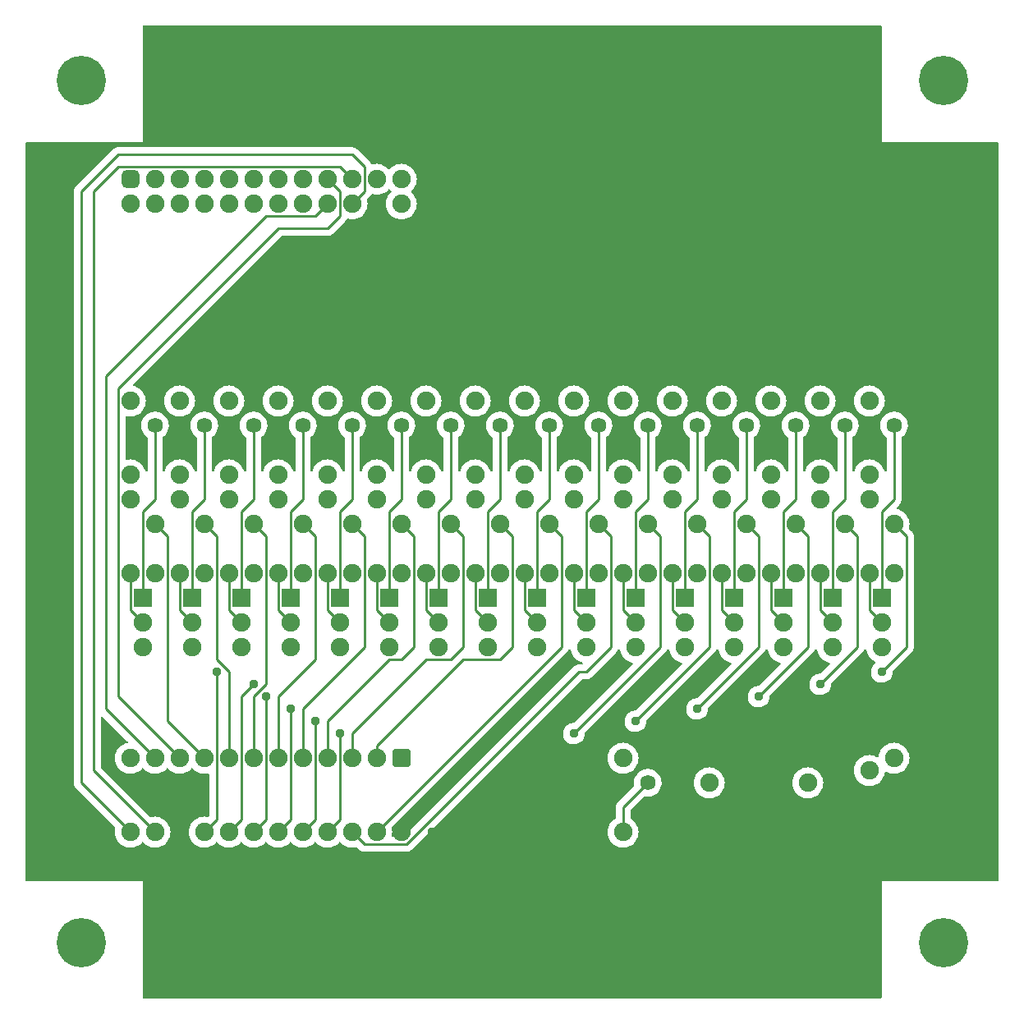
<source format=gbr>
%TF.GenerationSoftware,KiCad,Pcbnew,(6.0.0)*%
%TF.CreationDate,2023-06-08T10:55:53-04:00*%
%TF.ProjectId,INPUT,494e5055-542e-46b6-9963-61645f706362,rev?*%
%TF.SameCoordinates,Original*%
%TF.FileFunction,Copper,L1,Top*%
%TF.FilePolarity,Positive*%
%FSLAX46Y46*%
G04 Gerber Fmt 4.6, Leading zero omitted, Abs format (unit mm)*
G04 Created by KiCad (PCBNEW (6.0.0)) date 2023-06-08 10:55:53*
%MOMM*%
%LPD*%
G01*
G04 APERTURE LIST*
G04 Aperture macros list*
%AMRoundRect*
0 Rectangle with rounded corners*
0 $1 Rounding radius*
0 $2 $3 $4 $5 $6 $7 $8 $9 X,Y pos of 4 corners*
0 Add a 4 corners polygon primitive as box body*
4,1,4,$2,$3,$4,$5,$6,$7,$8,$9,$2,$3,0*
0 Add four circle primitives for the rounded corners*
1,1,$1+$1,$2,$3*
1,1,$1+$1,$4,$5*
1,1,$1+$1,$6,$7*
1,1,$1+$1,$8,$9*
0 Add four rect primitives between the rounded corners*
20,1,$1+$1,$2,$3,$4,$5,0*
20,1,$1+$1,$4,$5,$6,$7,0*
20,1,$1+$1,$6,$7,$8,$9,0*
20,1,$1+$1,$8,$9,$2,$3,0*%
G04 Aperture macros list end*
%TA.AperFunction,ComponentPad*%
%ADD10C,1.905000*%
%TD*%
%TA.AperFunction,ComponentPad*%
%ADD11C,1.587500*%
%TD*%
%TA.AperFunction,ComponentPad*%
%ADD12R,1.905000X1.905000*%
%TD*%
%TA.AperFunction,ComponentPad*%
%ADD13RoundRect,0.635000X0.317500X-0.317500X0.317500X0.317500X-0.317500X0.317500X-0.317500X-0.317500X0*%
%TD*%
%TA.AperFunction,ComponentPad*%
%ADD14RoundRect,0.381000X-0.571500X0.571500X-0.571500X-0.571500X0.571500X-0.571500X0.571500X0.571500X0*%
%TD*%
%TA.AperFunction,ViaPad*%
%ADD15C,5.080000*%
%TD*%
%TA.AperFunction,ViaPad*%
%ADD16C,0.952500*%
%TD*%
%TA.AperFunction,Conductor*%
%ADD17C,0.254000*%
%TD*%
G04 APERTURE END LIST*
D10*
%TO.P,R20,1*%
%TO.N,Net-(R20-Pad1)*%
X57150000Y-95250000D03*
%TO.P,R20,2*%
%TO.N,Y4*%
X57150000Y-87630000D03*
%TD*%
%TO.P,C4,1*%
%TO.N,Y4*%
X59690000Y-90170000D03*
%TO.P,C4,2*%
%TO.N,0V*%
X59690000Y-95250000D03*
%TD*%
%TO.P,D16,1,K*%
%TO.N,5V*%
X115570000Y-121920000D03*
%TO.P,D16,2,A*%
%TO.N,0V*%
X115570000Y-114300000D03*
%TD*%
%TO.P,R5,1*%
%TO.N,I5*%
X62230000Y-77470000D03*
%TO.P,R5,2*%
%TO.N,Y5*%
X62230000Y-85090000D03*
%TD*%
%TO.P,R32,1*%
%TO.N,Net-(D17-Pad1)*%
X87630000Y-121920000D03*
%TO.P,R32,2*%
%TO.N,0V*%
X87630000Y-114300000D03*
%TD*%
D11*
%TO.P,D17,1,K*%
%TO.N,Net-(D17-Pad1)*%
X90170000Y-116840000D03*
%TO.P,D17,2,A*%
%TO.N,5V*%
X90170000Y-119380000D03*
%TD*%
D10*
%TO.P,R9,1*%
%TO.N,I9*%
X82550000Y-77470000D03*
%TO.P,R9,2*%
%TO.N,Y9*%
X82550000Y-85090000D03*
%TD*%
D11*
%TO.P,D4,1,K*%
%TO.N,Net-(D4-Pad1)*%
X59690000Y-80010000D03*
%TO.P,D4,2,A*%
%TO.N,5V*%
X59690000Y-77470000D03*
%TD*%
%TO.P,D15,1,K*%
%TO.N,Net-(D15-Pad1)*%
X115570000Y-80010000D03*
%TO.P,D15,2,A*%
%TO.N,5V*%
X115570000Y-77470000D03*
%TD*%
D10*
%TO.P,R1,1*%
%TO.N,I1*%
X41910000Y-77470000D03*
%TO.P,R1,2*%
%TO.N,Y1*%
X41910000Y-85090000D03*
%TD*%
%TO.P,R24,1*%
%TO.N,Net-(R24-Pad1)*%
X77470000Y-95250000D03*
%TO.P,R24,2*%
%TO.N,Y8*%
X77470000Y-87630000D03*
%TD*%
D12*
%TO.P,T8,1,C*%
%TO.N,Net-(D8-Pad1)*%
X78740000Y-97790000D03*
D10*
%TO.P,T8,2,B*%
%TO.N,Net-(R24-Pad1)*%
X78740000Y-100330000D03*
%TO.P,T8,3,E*%
%TO.N,0V*%
X78740000Y-102870000D03*
%TD*%
D11*
%TO.P,D10,1,K*%
%TO.N,Net-(D10-Pad1)*%
X90170000Y-80010000D03*
%TO.P,D10,2,A*%
%TO.N,5V*%
X90170000Y-77470000D03*
%TD*%
D10*
%TO.P,C2,1*%
%TO.N,Y2*%
X49530000Y-90170000D03*
%TO.P,C2,2*%
%TO.N,0V*%
X49530000Y-95250000D03*
%TD*%
%TO.P,R25,1*%
%TO.N,Net-(R25-Pad1)*%
X82550000Y-95250000D03*
%TO.P,R25,2*%
%TO.N,Y9*%
X82550000Y-87630000D03*
%TD*%
%TO.P,C5,1*%
%TO.N,Y5*%
X64770000Y-90170000D03*
%TO.P,C5,2*%
%TO.N,0V*%
X64770000Y-95250000D03*
%TD*%
%TO.P,C11,1*%
%TO.N,Y11*%
X95250000Y-90170000D03*
%TO.P,C11,2*%
%TO.N,0V*%
X95250000Y-95250000D03*
%TD*%
%TO.P,C13,1*%
%TO.N,Y13*%
X105410000Y-90170000D03*
%TO.P,C13,2*%
%TO.N,0V*%
X105410000Y-95250000D03*
%TD*%
%TO.P,R3,1*%
%TO.N,I3*%
X52070000Y-77470000D03*
%TO.P,R3,2*%
%TO.N,Y3*%
X52070000Y-85090000D03*
%TD*%
D12*
%TO.P,T0,1,C*%
%TO.N,Net-(D0-Pad1)*%
X38100000Y-97790000D03*
D10*
%TO.P,T0,2,B*%
%TO.N,Net-(R16-Pad1)*%
X38100000Y-100330000D03*
%TO.P,T0,3,E*%
%TO.N,0V*%
X38100000Y-102870000D03*
%TD*%
%TO.P,R15,1*%
%TO.N,I15*%
X113030000Y-77470000D03*
%TO.P,R15,2*%
%TO.N,Y15*%
X113030000Y-85090000D03*
%TD*%
D11*
%TO.P,D6,1,K*%
%TO.N,Net-(D6-Pad1)*%
X69850000Y-80010000D03*
%TO.P,D6,2,A*%
%TO.N,5V*%
X69850000Y-77470000D03*
%TD*%
D10*
%TO.P,R21,1*%
%TO.N,Net-(R21-Pad1)*%
X62230000Y-95250000D03*
%TO.P,R21,2*%
%TO.N,Y5*%
X62230000Y-87630000D03*
%TD*%
%TO.P,R4,1*%
%TO.N,I4*%
X57150000Y-77470000D03*
%TO.P,R4,2*%
%TO.N,Y4*%
X57150000Y-85090000D03*
%TD*%
D12*
%TO.P,T6,1,C*%
%TO.N,Net-(D6-Pad1)*%
X68580000Y-97790000D03*
D10*
%TO.P,T6,2,B*%
%TO.N,Net-(R22-Pad1)*%
X68580000Y-100330000D03*
%TO.P,T6,3,E*%
%TO.N,0V*%
X68580000Y-102870000D03*
%TD*%
D12*
%TO.P,T12,1,C*%
%TO.N,Net-(D12-Pad1)*%
X99060000Y-97790000D03*
D10*
%TO.P,T12,2,B*%
%TO.N,Net-(R28-Pad1)*%
X99060000Y-100330000D03*
%TO.P,T12,3,E*%
%TO.N,0V*%
X99060000Y-102870000D03*
%TD*%
D11*
%TO.P,D5,1,K*%
%TO.N,Net-(D5-Pad1)*%
X64770000Y-80010000D03*
%TO.P,D5,2,A*%
%TO.N,5V*%
X64770000Y-77470000D03*
%TD*%
D12*
%TO.P,T1,1,C*%
%TO.N,Net-(D1-Pad1)*%
X43180000Y-97790000D03*
D10*
%TO.P,T1,2,B*%
%TO.N,Net-(R17-Pad1)*%
X43180000Y-100330000D03*
%TO.P,T1,3,E*%
%TO.N,0V*%
X43180000Y-102870000D03*
%TD*%
%TO.P,R22,1*%
%TO.N,Net-(R22-Pad1)*%
X67310000Y-95250000D03*
%TO.P,R22,2*%
%TO.N,Y6*%
X67310000Y-87630000D03*
%TD*%
%TO.P,C6,1*%
%TO.N,Y6*%
X69850000Y-90170000D03*
%TO.P,C6,2*%
%TO.N,0V*%
X69850000Y-95250000D03*
%TD*%
D12*
%TO.P,T10,1,C*%
%TO.N,Net-(D10-Pad1)*%
X88900000Y-97790000D03*
D10*
%TO.P,T10,2,B*%
%TO.N,Net-(R26-Pad1)*%
X88900000Y-100330000D03*
%TO.P,T10,3,E*%
%TO.N,0V*%
X88900000Y-102870000D03*
%TD*%
%TO.P,R18,1*%
%TO.N,Net-(R18-Pad1)*%
X46990000Y-95250000D03*
%TO.P,R18,2*%
%TO.N,Y2*%
X46990000Y-87630000D03*
%TD*%
D11*
%TO.P,D3,1,K*%
%TO.N,Net-(D3-Pad1)*%
X54610000Y-80010000D03*
%TO.P,D3,2,A*%
%TO.N,5V*%
X54610000Y-77470000D03*
%TD*%
D10*
%TO.P,C18,1*%
%TO.N,5V*%
X113030000Y-120650000D03*
%TO.P,C18,2*%
%TO.N,0V*%
X113030000Y-115570000D03*
%TD*%
D12*
%TO.P,T5,1,C*%
%TO.N,Net-(D5-Pad1)*%
X63500000Y-97790000D03*
D10*
%TO.P,T5,2,B*%
%TO.N,Net-(R21-Pad1)*%
X63500000Y-100330000D03*
%TO.P,T5,3,E*%
%TO.N,0V*%
X63500000Y-102870000D03*
%TD*%
%TO.P,R0,1*%
%TO.N,I0*%
X36830000Y-77470000D03*
%TO.P,R0,2*%
%TO.N,Y0*%
X36830000Y-85090000D03*
%TD*%
%TO.P,C16,1*%
%TO.N,5V*%
X106680000Y-119380000D03*
%TO.P,C16,2*%
%TO.N,0V*%
X106680000Y-116840000D03*
%TD*%
%TO.P,R31,1*%
%TO.N,Net-(R31-Pad1)*%
X113030000Y-95250000D03*
%TO.P,R31,2*%
%TO.N,Y15*%
X113030000Y-87630000D03*
%TD*%
%TO.P,R14,1*%
%TO.N,I14*%
X107950000Y-77470000D03*
%TO.P,R14,2*%
%TO.N,Y14*%
X107950000Y-85090000D03*
%TD*%
D11*
%TO.P,D1,1,K*%
%TO.N,Net-(D1-Pad1)*%
X44450000Y-80010000D03*
%TO.P,D1,2,A*%
%TO.N,5V*%
X44450000Y-77470000D03*
%TD*%
%TO.P,D7,1,K*%
%TO.N,Net-(D7-Pad1)*%
X74930000Y-80010000D03*
%TO.P,D7,2,A*%
%TO.N,5V*%
X74930000Y-77470000D03*
%TD*%
D10*
%TO.P,R29,1*%
%TO.N,Net-(R29-Pad1)*%
X102870000Y-95250000D03*
%TO.P,R29,2*%
%TO.N,Y13*%
X102870000Y-87630000D03*
%TD*%
D12*
%TO.P,T4,1,C*%
%TO.N,Net-(D4-Pad1)*%
X58420000Y-97790000D03*
D10*
%TO.P,T4,2,B*%
%TO.N,Net-(R20-Pad1)*%
X58420000Y-100330000D03*
%TO.P,T4,3,E*%
%TO.N,0V*%
X58420000Y-102870000D03*
%TD*%
D12*
%TO.P,T7,1,C*%
%TO.N,Net-(D7-Pad1)*%
X73660000Y-97790000D03*
D10*
%TO.P,T7,2,B*%
%TO.N,Net-(R23-Pad1)*%
X73660000Y-100330000D03*
%TO.P,T7,3,E*%
%TO.N,0V*%
X73660000Y-102870000D03*
%TD*%
D13*
%TO.P,H0,1,Pin_1*%
%TO.N,I0*%
X36830000Y-54610000D03*
D10*
%TO.P,H0,2,Pin_2*%
%TO.N,I1*%
X36830000Y-57150000D03*
%TO.P,H0,3,Pin_3*%
%TO.N,I2*%
X39370000Y-54610000D03*
%TO.P,H0,4,Pin_4*%
%TO.N,I3*%
X39370000Y-57150000D03*
%TO.P,H0,5,Pin_5*%
%TO.N,I4*%
X41910000Y-54610000D03*
%TO.P,H0,6,Pin_6*%
%TO.N,I5*%
X41910000Y-57150000D03*
%TO.P,H0,7,Pin_7*%
%TO.N,I6*%
X44450000Y-54610000D03*
%TO.P,H0,8,Pin_8*%
%TO.N,I7*%
X44450000Y-57150000D03*
%TO.P,H0,9,Pin_9*%
%TO.N,I8*%
X46990000Y-54610000D03*
%TO.P,H0,10,Pin_10*%
%TO.N,I9*%
X46990000Y-57150000D03*
%TO.P,H0,11,Pin_11*%
%TO.N,I10*%
X49530000Y-54610000D03*
%TO.P,H0,12,Pin_12*%
%TO.N,I11*%
X49530000Y-57150000D03*
%TO.P,H0,13,Pin_13*%
%TO.N,I12*%
X52070000Y-54610000D03*
%TO.P,H0,14,Pin_14*%
%TO.N,I13*%
X52070000Y-57150000D03*
%TO.P,H0,15,Pin_15*%
%TO.N,I14*%
X54610000Y-54610000D03*
%TO.P,H0,16,Pin_16*%
%TO.N,I15*%
X54610000Y-57150000D03*
%TO.P,H0,17,Pin_17*%
%TO.N,SLT0*%
X57150000Y-54610000D03*
%TO.P,H0,18,Pin_18*%
%TO.N,SLT1*%
X57150000Y-57150000D03*
%TO.P,H0,19,Pin_19*%
%TO.N,SLT2*%
X59690000Y-54610000D03*
%TO.P,H0,20,Pin_20*%
%TO.N,SLT3*%
X59690000Y-57150000D03*
%TO.P,H0,21,Pin_21*%
%TO.N,O*%
X62230000Y-54610000D03*
%TO.P,H0,22,Pin_22*%
%TO.N,5V*%
X62230000Y-57150000D03*
%TO.P,H0,23,Pin_23*%
%TO.N,0V*%
X64770000Y-54610000D03*
%TO.P,H0,24,Pin_24*%
%TO.N,unconnected-(H0-Pad24)*%
X64770000Y-57150000D03*
%TD*%
%TO.P,R30,1*%
%TO.N,Net-(R30-Pad1)*%
X107950000Y-95250000D03*
%TO.P,R30,2*%
%TO.N,Y14*%
X107950000Y-87630000D03*
%TD*%
%TO.P,C15,1*%
%TO.N,Y15*%
X115570000Y-90170000D03*
%TO.P,C15,2*%
%TO.N,0V*%
X115570000Y-95250000D03*
%TD*%
%TO.P,R17,1*%
%TO.N,Net-(R17-Pad1)*%
X41910000Y-95250000D03*
%TO.P,R17,2*%
%TO.N,Y1*%
X41910000Y-87630000D03*
%TD*%
%TO.P,C12,1*%
%TO.N,Y12*%
X100330000Y-90170000D03*
%TO.P,C12,2*%
%TO.N,0V*%
X100330000Y-95250000D03*
%TD*%
%TO.P,R2,1*%
%TO.N,I2*%
X46990000Y-77470000D03*
%TO.P,R2,2*%
%TO.N,Y2*%
X46990000Y-85090000D03*
%TD*%
D12*
%TO.P,T13,1,C*%
%TO.N,Net-(D13-Pad1)*%
X104140000Y-97790000D03*
D10*
%TO.P,T13,2,B*%
%TO.N,Net-(R29-Pad1)*%
X104140000Y-100330000D03*
%TO.P,T13,3,E*%
%TO.N,0V*%
X104140000Y-102870000D03*
%TD*%
D11*
%TO.P,D12,1,K*%
%TO.N,Net-(D12-Pad1)*%
X100330000Y-80010000D03*
%TO.P,D12,2,A*%
%TO.N,5V*%
X100330000Y-77470000D03*
%TD*%
%TO.P,D13,1,K*%
%TO.N,Net-(D13-Pad1)*%
X105410000Y-80010000D03*
%TO.P,D13,2,A*%
%TO.N,5V*%
X105410000Y-77470000D03*
%TD*%
D12*
%TO.P,T9,1,C*%
%TO.N,Net-(D9-Pad1)*%
X83820000Y-97790000D03*
D10*
%TO.P,T9,2,B*%
%TO.N,Net-(R25-Pad1)*%
X83820000Y-100330000D03*
%TO.P,T9,3,E*%
%TO.N,0V*%
X83820000Y-102870000D03*
%TD*%
%TO.P,R26,1*%
%TO.N,Net-(R26-Pad1)*%
X87630000Y-95250000D03*
%TO.P,R26,2*%
%TO.N,Y10*%
X87630000Y-87630000D03*
%TD*%
D12*
%TO.P,T2,1,C*%
%TO.N,Net-(D2-Pad1)*%
X48260000Y-97790000D03*
D10*
%TO.P,T2,2,B*%
%TO.N,Net-(R18-Pad1)*%
X48260000Y-100330000D03*
%TO.P,T2,3,E*%
%TO.N,0V*%
X48260000Y-102870000D03*
%TD*%
%TO.P,R23,1*%
%TO.N,Net-(R23-Pad1)*%
X72390000Y-95250000D03*
%TO.P,R23,2*%
%TO.N,Y7*%
X72390000Y-87630000D03*
%TD*%
D12*
%TO.P,T11,1,C*%
%TO.N,Net-(D11-Pad1)*%
X93980000Y-97790000D03*
D10*
%TO.P,T11,2,B*%
%TO.N,Net-(R27-Pad1)*%
X93980000Y-100330000D03*
%TO.P,T11,3,E*%
%TO.N,0V*%
X93980000Y-102870000D03*
%TD*%
%TO.P,R16,1*%
%TO.N,Net-(R16-Pad1)*%
X36830000Y-95250000D03*
%TO.P,R16,2*%
%TO.N,Y0*%
X36830000Y-87630000D03*
%TD*%
%TO.P,C14,1*%
%TO.N,Y14*%
X110490000Y-90170000D03*
%TO.P,C14,2*%
%TO.N,0V*%
X110490000Y-95250000D03*
%TD*%
D11*
%TO.P,D8,1,K*%
%TO.N,Net-(D8-Pad1)*%
X80010000Y-80010000D03*
%TO.P,D8,2,A*%
%TO.N,5V*%
X80010000Y-77470000D03*
%TD*%
D12*
%TO.P,T3,1,C*%
%TO.N,Net-(D3-Pad1)*%
X53340000Y-97790000D03*
D10*
%TO.P,T3,2,B*%
%TO.N,Net-(R19-Pad1)*%
X53340000Y-100330000D03*
%TO.P,T3,3,E*%
%TO.N,0V*%
X53340000Y-102870000D03*
%TD*%
D11*
%TO.P,D2,1,K*%
%TO.N,Net-(D2-Pad1)*%
X49530000Y-80010000D03*
%TO.P,D2,2,A*%
%TO.N,5V*%
X49530000Y-77470000D03*
%TD*%
D12*
%TO.P,T15,1,C*%
%TO.N,Net-(D15-Pad1)*%
X114300000Y-97790000D03*
D10*
%TO.P,T15,2,B*%
%TO.N,Net-(R31-Pad1)*%
X114300000Y-100330000D03*
%TO.P,T15,3,E*%
%TO.N,0V*%
X114300000Y-102870000D03*
%TD*%
%TO.P,C17,1*%
%TO.N,5V*%
X96520000Y-119380000D03*
%TO.P,C17,2*%
%TO.N,0V*%
X96520000Y-116840000D03*
%TD*%
D12*
%TO.P,T14,1,C*%
%TO.N,Net-(D14-Pad1)*%
X109220000Y-97790000D03*
D10*
%TO.P,T14,2,B*%
%TO.N,Net-(R30-Pad1)*%
X109220000Y-100330000D03*
%TO.P,T14,3,E*%
%TO.N,0V*%
X109220000Y-102870000D03*
%TD*%
%TO.P,R8,1*%
%TO.N,I8*%
X77470000Y-77470000D03*
%TO.P,R8,2*%
%TO.N,Y8*%
X77470000Y-85090000D03*
%TD*%
%TO.P,R6,1*%
%TO.N,I6*%
X67310000Y-77470000D03*
%TO.P,R6,2*%
%TO.N,Y6*%
X67310000Y-85090000D03*
%TD*%
%TO.P,R27,1*%
%TO.N,Net-(R27-Pad1)*%
X92710000Y-95250000D03*
%TO.P,R27,2*%
%TO.N,Y11*%
X92710000Y-87630000D03*
%TD*%
%TO.P,R12,1*%
%TO.N,I12*%
X97790000Y-77470000D03*
%TO.P,R12,2*%
%TO.N,Y12*%
X97790000Y-85090000D03*
%TD*%
%TO.P,C7,1*%
%TO.N,Y7*%
X74930000Y-90170000D03*
%TO.P,C7,2*%
%TO.N,0V*%
X74930000Y-95250000D03*
%TD*%
%TO.P,C0,1*%
%TO.N,Y0*%
X39370000Y-90170000D03*
%TO.P,C0,2*%
%TO.N,0V*%
X39370000Y-95250000D03*
%TD*%
%TO.P,C1,1*%
%TO.N,Y1*%
X44450000Y-90170000D03*
%TO.P,C1,2*%
%TO.N,0V*%
X44450000Y-95250000D03*
%TD*%
%TO.P,C10,1*%
%TO.N,Y10*%
X90170000Y-90170000D03*
%TO.P,C10,2*%
%TO.N,0V*%
X90170000Y-95250000D03*
%TD*%
D14*
%TO.P,IC0,1,COM*%
%TO.N,O*%
X64770000Y-114300000D03*
D10*
%TO.P,IC0,2,I7*%
%TO.N,Y7*%
X62230000Y-114300000D03*
%TO.P,IC0,3,I6*%
%TO.N,Y6*%
X59690000Y-114300000D03*
%TO.P,IC0,4,I5*%
%TO.N,Y5*%
X57150000Y-114300000D03*
%TO.P,IC0,5,I4*%
%TO.N,Y4*%
X54610000Y-114300000D03*
%TO.P,IC0,6,I3*%
%TO.N,Y3*%
X52070000Y-114300000D03*
%TO.P,IC0,7,I2*%
%TO.N,Y2*%
X49530000Y-114300000D03*
%TO.P,IC0,8,I1*%
%TO.N,Y1*%
X46990000Y-114300000D03*
%TO.P,IC0,9,I0*%
%TO.N,Y0*%
X44450000Y-114300000D03*
%TO.P,IC0,10,S0*%
%TO.N,SLT0*%
X41910000Y-114300000D03*
%TO.P,IC0,11,S1*%
%TO.N,SLT1*%
X39370000Y-114300000D03*
%TO.P,IC0,12,GND*%
%TO.N,0V*%
X36830000Y-114300000D03*
%TO.P,IC0,13,S3*%
%TO.N,SLT3*%
X36830000Y-121920000D03*
%TO.P,IC0,14,S2*%
%TO.N,SLT2*%
X39370000Y-121920000D03*
%TO.P,IC0,15,~{E}*%
%TO.N,5V*%
X41910000Y-121920000D03*
%TO.P,IC0,16,I15*%
%TO.N,Y15*%
X44450000Y-121920000D03*
%TO.P,IC0,17,I14*%
%TO.N,Y14*%
X46990000Y-121920000D03*
%TO.P,IC0,18,I13*%
%TO.N,Y13*%
X49530000Y-121920000D03*
%TO.P,IC0,19,I12*%
%TO.N,Y12*%
X52070000Y-121920000D03*
%TO.P,IC0,20,I11*%
%TO.N,Y11*%
X54610000Y-121920000D03*
%TO.P,IC0,21,I10*%
%TO.N,Y10*%
X57150000Y-121920000D03*
%TO.P,IC0,22,I9*%
%TO.N,Y9*%
X59690000Y-121920000D03*
%TO.P,IC0,23,I8*%
%TO.N,Y8*%
X62230000Y-121920000D03*
%TO.P,IC0,24,VCC*%
%TO.N,5V*%
X64770000Y-121920000D03*
%TD*%
%TO.P,C8,1*%
%TO.N,Y8*%
X80010000Y-90170000D03*
%TO.P,C8,2*%
%TO.N,0V*%
X80010000Y-95250000D03*
%TD*%
%TO.P,R19,1*%
%TO.N,Net-(R19-Pad1)*%
X52070000Y-95250000D03*
%TO.P,R19,2*%
%TO.N,Y3*%
X52070000Y-87630000D03*
%TD*%
D11*
%TO.P,D14,1,K*%
%TO.N,Net-(D14-Pad1)*%
X110490000Y-80010000D03*
%TO.P,D14,2,A*%
%TO.N,5V*%
X110490000Y-77470000D03*
%TD*%
D10*
%TO.P,R13,1*%
%TO.N,I13*%
X102870000Y-77470000D03*
%TO.P,R13,2*%
%TO.N,Y13*%
X102870000Y-85090000D03*
%TD*%
%TO.P,C3,1*%
%TO.N,Y3*%
X54610000Y-90170000D03*
%TO.P,C3,2*%
%TO.N,0V*%
X54610000Y-95250000D03*
%TD*%
%TO.P,R28,1*%
%TO.N,Net-(R28-Pad1)*%
X97790000Y-95250000D03*
%TO.P,R28,2*%
%TO.N,Y12*%
X97790000Y-87630000D03*
%TD*%
D11*
%TO.P,D9,1,K*%
%TO.N,Net-(D9-Pad1)*%
X85090000Y-80010000D03*
%TO.P,D9,2,A*%
%TO.N,5V*%
X85090000Y-77470000D03*
%TD*%
D10*
%TO.P,C9,1*%
%TO.N,Y9*%
X85090000Y-90170000D03*
%TO.P,C9,2*%
%TO.N,0V*%
X85090000Y-95250000D03*
%TD*%
%TO.P,R11,1*%
%TO.N,I11*%
X92710000Y-77470000D03*
%TO.P,R11,2*%
%TO.N,Y11*%
X92710000Y-85090000D03*
%TD*%
D11*
%TO.P,D0,1,K*%
%TO.N,Net-(D0-Pad1)*%
X39370000Y-80010000D03*
%TO.P,D0,2,A*%
%TO.N,5V*%
X39370000Y-77470000D03*
%TD*%
D10*
%TO.P,R10,1*%
%TO.N,I10*%
X87630000Y-77470000D03*
%TO.P,R10,2*%
%TO.N,Y10*%
X87630000Y-85090000D03*
%TD*%
%TO.P,R7,1*%
%TO.N,I7*%
X72390000Y-77470000D03*
%TO.P,R7,2*%
%TO.N,Y7*%
X72390000Y-85090000D03*
%TD*%
D11*
%TO.P,D11,1,K*%
%TO.N,Net-(D11-Pad1)*%
X95250000Y-80010000D03*
%TO.P,D11,2,A*%
%TO.N,5V*%
X95250000Y-77470000D03*
%TD*%
D15*
%TO.N,*%
X120650000Y-44450000D03*
X31750000Y-44450000D03*
X31750000Y-133350000D03*
X120650000Y-133350000D03*
D16*
%TO.N,Y10*%
X82550000Y-111760000D03*
X58420000Y-111760000D03*
%TO.N,Y11*%
X55880000Y-110490000D03*
X88900000Y-110490000D03*
%TO.N,Y12*%
X95250000Y-109220000D03*
X53340000Y-109220000D03*
%TO.N,Y13*%
X50800000Y-107950000D03*
X101600000Y-107950000D03*
%TO.N,Y14*%
X107950000Y-106680000D03*
X49530000Y-106680000D03*
%TO.N,Y15*%
X114300000Y-105410000D03*
X45720000Y-105410000D03*
%TO.N,5V*%
X67945000Y-121920000D03*
%TD*%
D17*
%TO.N,Y0*%
X40640000Y-110490000D02*
X44450000Y-114300000D01*
X39370000Y-90170000D02*
X40640000Y-91440000D01*
X40640000Y-91440000D02*
X40640000Y-110490000D01*
%TO.N,Y1*%
X46990000Y-114300000D02*
X46990000Y-105410000D01*
X45720000Y-104140000D02*
X45720000Y-91440000D01*
X44450000Y-90170000D02*
X45720000Y-91440000D01*
X46990000Y-105410000D02*
X45720000Y-104140000D01*
%TO.N,Y2*%
X49530000Y-90170000D02*
X50800000Y-91440000D01*
X50800000Y-91440000D02*
X50800000Y-106680000D01*
X49530000Y-107950000D02*
X49530000Y-114300000D01*
X50800000Y-106680000D02*
X49530000Y-107950000D01*
%TO.N,Y3*%
X55880000Y-104140000D02*
X55880000Y-91440000D01*
X52070000Y-107950000D02*
X55880000Y-104140000D01*
X54610000Y-90170000D02*
X55880000Y-91440000D01*
X52070000Y-114300000D02*
X52070000Y-107950000D01*
%TO.N,Y4*%
X54610000Y-109220000D02*
X60960000Y-102870000D01*
X54610000Y-114300000D02*
X54610000Y-109220000D01*
X59690000Y-90170000D02*
X60960000Y-91440000D01*
X60960000Y-102870000D02*
X60960000Y-91440000D01*
%TO.N,Y5*%
X63500000Y-104140000D02*
X64770000Y-104140000D01*
X57150000Y-114300000D02*
X57150000Y-110490000D01*
X64770000Y-104140000D02*
X66040000Y-102870000D01*
X57150000Y-110490000D02*
X63500000Y-104140000D01*
X66040000Y-102870000D02*
X66040000Y-91440000D01*
X64770000Y-90170000D02*
X66040000Y-91440000D01*
%TO.N,Y6*%
X59690000Y-111760000D02*
X67310000Y-104140000D01*
X59690000Y-114300000D02*
X59690000Y-111760000D01*
X67310000Y-104140000D02*
X69850000Y-104140000D01*
X69850000Y-104140000D02*
X71120000Y-102870000D01*
X71120000Y-102870000D02*
X71120000Y-91440000D01*
X69850000Y-90170000D02*
X71120000Y-91440000D01*
%TO.N,Y7*%
X74930000Y-90170000D02*
X76200000Y-91440000D01*
X71120000Y-104140000D02*
X62230000Y-113030000D01*
X62230000Y-113030000D02*
X62230000Y-114300000D01*
X74930000Y-104140000D02*
X71120000Y-104140000D01*
X76200000Y-102870000D02*
X74930000Y-104140000D01*
X76200000Y-91440000D02*
X76200000Y-102870000D01*
%TO.N,Y8*%
X81280000Y-102870000D02*
X81280000Y-91440000D01*
X62230000Y-121920000D02*
X81280000Y-102870000D01*
X80010000Y-90170000D02*
X81280000Y-91440000D01*
%TO.N,Y9*%
X60960000Y-123190000D02*
X65295361Y-123190000D01*
X83075361Y-105410000D02*
X83820000Y-105410000D01*
X65295361Y-123190000D02*
X83075361Y-105410000D01*
X86360000Y-102870000D02*
X86360000Y-91440000D01*
X83820000Y-105410000D02*
X86360000Y-102870000D01*
X59690000Y-121920000D02*
X60960000Y-123190000D01*
X85090000Y-90170000D02*
X86360000Y-91440000D01*
%TO.N,Y10*%
X91440000Y-91440000D02*
X91440000Y-102870000D01*
X58420000Y-120650000D02*
X58420000Y-111760000D01*
X90170000Y-90170000D02*
X91440000Y-91440000D01*
X57150000Y-121920000D02*
X58420000Y-120650000D01*
X91440000Y-102870000D02*
X82550000Y-111760000D01*
%TO.N,Y11*%
X96520000Y-91440000D02*
X96520000Y-102870000D01*
X54610000Y-121920000D02*
X55880000Y-120650000D01*
X55880000Y-120650000D02*
X55880000Y-110490000D01*
X95250000Y-90170000D02*
X96520000Y-91440000D01*
X96520000Y-102870000D02*
X88900000Y-110490000D01*
%TO.N,Y12*%
X101600000Y-91440000D02*
X101600000Y-102870000D01*
X52070000Y-121920000D02*
X53340000Y-120650000D01*
X53340000Y-120650000D02*
X53340000Y-109220000D01*
X100330000Y-90170000D02*
X101600000Y-91440000D01*
X101600000Y-102870000D02*
X95250000Y-109220000D01*
%TO.N,Y13*%
X50800000Y-120650000D02*
X50800000Y-107950000D01*
X49530000Y-121920000D02*
X50800000Y-120650000D01*
X106680000Y-91440000D02*
X106680000Y-102870000D01*
X106680000Y-102870000D02*
X101600000Y-107950000D01*
X105410000Y-90170000D02*
X106680000Y-91440000D01*
%TO.N,Y14*%
X49530000Y-106680000D02*
X48260000Y-107950000D01*
X111760000Y-91440000D02*
X111760000Y-102870000D01*
X111760000Y-102870000D02*
X107950000Y-106680000D01*
X48260000Y-120650000D02*
X46990000Y-121920000D01*
X110490000Y-90170000D02*
X111760000Y-91440000D01*
X48260000Y-107950000D02*
X48260000Y-120650000D01*
%TO.N,Y15*%
X116840000Y-91440000D02*
X116840000Y-102870000D01*
X45720000Y-120650000D02*
X45720000Y-105410000D01*
X115570000Y-90170000D02*
X116840000Y-91440000D01*
X116840000Y-102870000D02*
X114300000Y-105410000D01*
X44450000Y-121920000D02*
X45720000Y-120650000D01*
%TO.N,Net-(D0-Pad1)*%
X39370000Y-80010000D02*
X39370000Y-87630000D01*
X39370000Y-87630000D02*
X38100000Y-88900000D01*
X38100000Y-88900000D02*
X38100000Y-97790000D01*
%TO.N,Net-(D1-Pad1)*%
X44450000Y-87630000D02*
X43180000Y-88900000D01*
X43180000Y-88900000D02*
X43180000Y-97790000D01*
X44450000Y-80010000D02*
X44450000Y-87630000D01*
%TO.N,Net-(D2-Pad1)*%
X49530000Y-87630000D02*
X48260000Y-88900000D01*
X48260000Y-88900000D02*
X48260000Y-97790000D01*
X49530000Y-80010000D02*
X49530000Y-87630000D01*
%TO.N,Net-(D3-Pad1)*%
X54610000Y-87630000D02*
X53340000Y-88900000D01*
X53340000Y-88900000D02*
X53340000Y-97790000D01*
X54610000Y-80010000D02*
X54610000Y-87630000D01*
%TO.N,Net-(D4-Pad1)*%
X58420000Y-88900000D02*
X58420000Y-97790000D01*
X59690000Y-87630000D02*
X58420000Y-88900000D01*
X59690000Y-80010000D02*
X59690000Y-87630000D01*
%TO.N,Net-(D5-Pad1)*%
X63500000Y-88900000D02*
X63500000Y-97790000D01*
X64770000Y-87630000D02*
X63500000Y-88900000D01*
X64770000Y-80010000D02*
X64770000Y-87630000D01*
%TO.N,Net-(D6-Pad1)*%
X69850000Y-87630000D02*
X68580000Y-88900000D01*
X68580000Y-88900000D02*
X68580000Y-97790000D01*
X69850000Y-80010000D02*
X69850000Y-87630000D01*
%TO.N,Net-(D7-Pad1)*%
X74930000Y-80010000D02*
X74930000Y-87630000D01*
X74930000Y-87630000D02*
X73660000Y-88900000D01*
X73660000Y-88900000D02*
X73660000Y-97790000D01*
%TO.N,Net-(D8-Pad1)*%
X80010000Y-80010000D02*
X80010000Y-87630000D01*
X78740000Y-88900000D02*
X78740000Y-97790000D01*
X80010000Y-87630000D02*
X78740000Y-88900000D01*
%TO.N,Net-(D9-Pad1)*%
X85090000Y-80010000D02*
X85090000Y-87630000D01*
X83820000Y-88900000D02*
X83820000Y-97790000D01*
X85090000Y-87630000D02*
X83820000Y-88900000D01*
%TO.N,Net-(D10-Pad1)*%
X88900000Y-88900000D02*
X88900000Y-97790000D01*
X90170000Y-80010000D02*
X90170000Y-87630000D01*
X90170000Y-87630000D02*
X88900000Y-88900000D01*
%TO.N,Net-(D11-Pad1)*%
X95250000Y-87630000D02*
X93980000Y-88900000D01*
X95250000Y-80010000D02*
X95250000Y-87630000D01*
X93980000Y-88900000D02*
X93980000Y-97790000D01*
%TO.N,Net-(D12-Pad1)*%
X100330000Y-80010000D02*
X100330000Y-87630000D01*
X100330000Y-87630000D02*
X99060000Y-88900000D01*
X99060000Y-88900000D02*
X99060000Y-97790000D01*
%TO.N,Net-(D13-Pad1)*%
X104140000Y-88900000D02*
X104140000Y-97790000D01*
X105410000Y-80010000D02*
X105410000Y-87630000D01*
X105410000Y-87630000D02*
X104140000Y-88900000D01*
%TO.N,Net-(D14-Pad1)*%
X109220000Y-88900000D02*
X109220000Y-97790000D01*
X110490000Y-87630000D02*
X109220000Y-88900000D01*
X110490000Y-80010000D02*
X110490000Y-87630000D01*
%TO.N,Net-(D15-Pad1)*%
X115570000Y-80010000D02*
X115570000Y-87630000D01*
X115570000Y-87630000D02*
X114300000Y-88900000D01*
X114300000Y-88900000D02*
X114300000Y-97790000D01*
%TO.N,Net-(D17-Pad1)*%
X87630000Y-119380000D02*
X90170000Y-116840000D01*
X87630000Y-121920000D02*
X87630000Y-119380000D01*
%TO.N,SLT0*%
X58420000Y-55880000D02*
X58420000Y-58420000D01*
X57150000Y-59690000D02*
X52070000Y-59690000D01*
X58420000Y-58420000D02*
X57150000Y-59690000D01*
X52070000Y-59690000D02*
X35560000Y-76200000D01*
X57150000Y-54610000D02*
X58420000Y-55880000D01*
X35560000Y-76200000D02*
X35560000Y-107950000D01*
X41910000Y-114300000D02*
X36830000Y-109220000D01*
X35560000Y-107950000D02*
X38100000Y-110490000D01*
%TO.N,SLT1*%
X55880000Y-58420000D02*
X50800000Y-58420000D01*
X34290000Y-109220000D02*
X34290000Y-74930000D01*
X57150000Y-57150000D02*
X55880000Y-58420000D01*
X39370000Y-114300000D02*
X34290000Y-109220000D01*
X34290000Y-74930000D02*
X50800000Y-58420000D01*
%TO.N,SLT2*%
X58420000Y-53340000D02*
X35560000Y-53340000D01*
X35560000Y-53340000D02*
X33020000Y-55880000D01*
X59690000Y-54610000D02*
X58420000Y-53340000D01*
X33020000Y-115570000D02*
X39370000Y-121920000D01*
X33020000Y-55880000D02*
X33020000Y-115570000D01*
%TO.N,SLT3*%
X31750000Y-113030000D02*
X31750000Y-55880000D01*
X31750000Y-55880000D02*
X35560000Y-52070000D01*
X60959511Y-55880489D02*
X60959511Y-53339511D01*
X59690000Y-57150000D02*
X60959511Y-55880489D01*
X35560000Y-52070000D02*
X59690000Y-52070000D01*
X36830000Y-121920000D02*
X31750000Y-116840000D01*
X60959511Y-53339511D02*
X59690000Y-52070000D01*
X31750000Y-116840000D02*
X31750000Y-113030000D01*
%TO.N,Net-(R16-Pad1)*%
X36830000Y-99060000D02*
X38100000Y-100330000D01*
X36830000Y-95250000D02*
X36830000Y-99060000D01*
%TO.N,Net-(R17-Pad1)*%
X41910000Y-99060000D02*
X43180000Y-100330000D01*
X41910000Y-95250000D02*
X41910000Y-99060000D01*
%TO.N,Net-(R18-Pad1)*%
X46990000Y-99060000D02*
X48260000Y-100330000D01*
X46990000Y-95250000D02*
X46990000Y-99060000D01*
%TO.N,Net-(R19-Pad1)*%
X52070000Y-95250000D02*
X52070000Y-99060000D01*
X52070000Y-99060000D02*
X53340000Y-100330000D01*
%TO.N,Net-(R20-Pad1)*%
X57150000Y-95250000D02*
X57150000Y-99060000D01*
X57150000Y-99060000D02*
X58420000Y-100330000D01*
%TO.N,Net-(R21-Pad1)*%
X62230000Y-99060000D02*
X63500000Y-100330000D01*
X62230000Y-95250000D02*
X62230000Y-99060000D01*
%TO.N,Net-(R22-Pad1)*%
X67310000Y-95250000D02*
X67310000Y-99060000D01*
X67310000Y-99060000D02*
X68580000Y-100330000D01*
%TO.N,Net-(R23-Pad1)*%
X72390000Y-99060000D02*
X73660000Y-100330000D01*
X72390000Y-95250000D02*
X72390000Y-99060000D01*
%TO.N,Net-(R24-Pad1)*%
X77470000Y-95250000D02*
X77470000Y-99060000D01*
X77470000Y-99060000D02*
X78740000Y-100330000D01*
%TO.N,Net-(R25-Pad1)*%
X82550000Y-95250000D02*
X82550000Y-99060000D01*
X82550000Y-99060000D02*
X83820000Y-100330000D01*
%TO.N,Net-(R26-Pad1)*%
X87630000Y-95250000D02*
X87630000Y-99060000D01*
X87630000Y-99060000D02*
X88900000Y-100330000D01*
%TO.N,Net-(R27-Pad1)*%
X92710000Y-95250000D02*
X92710000Y-99060000D01*
X92710000Y-99060000D02*
X93980000Y-100330000D01*
%TO.N,Net-(R28-Pad1)*%
X97790000Y-99060000D02*
X99060000Y-100330000D01*
X97790000Y-95250000D02*
X97790000Y-99060000D01*
%TO.N,Net-(R29-Pad1)*%
X102870000Y-99060000D02*
X104140000Y-100330000D01*
X102870000Y-95250000D02*
X102870000Y-99060000D01*
%TO.N,Net-(R30-Pad1)*%
X107950000Y-99060000D02*
X109220000Y-100330000D01*
X107950000Y-95250000D02*
X107950000Y-99060000D01*
%TO.N,Net-(R31-Pad1)*%
X113030000Y-99060000D02*
X114300000Y-100330000D01*
X113030000Y-95250000D02*
X113030000Y-99060000D01*
%TD*%
%TA.AperFunction,Conductor*%
%TO.N,5V*%
G36*
X114242121Y-38755002D02*
G01*
X114288614Y-38808658D01*
X114300000Y-38861000D01*
X114300000Y-50800000D01*
X126239000Y-50800000D01*
X126307121Y-50820002D01*
X126353614Y-50873658D01*
X126365000Y-50926000D01*
X126365000Y-126874000D01*
X126344998Y-126942121D01*
X126291342Y-126988614D01*
X126239000Y-127000000D01*
X114300000Y-127000000D01*
X114300000Y-138939000D01*
X114279998Y-139007121D01*
X114226342Y-139053614D01*
X114174000Y-139065000D01*
X38226000Y-139065000D01*
X38157879Y-139044998D01*
X38111386Y-138991342D01*
X38100000Y-138939000D01*
X38100000Y-127000000D01*
X26161000Y-127000000D01*
X26092879Y-126979998D01*
X26046386Y-126926342D01*
X26035000Y-126874000D01*
X26035000Y-116813208D01*
X30982776Y-116813208D01*
X30983369Y-116820500D01*
X30983369Y-116820503D01*
X30987085Y-116866183D01*
X30987500Y-116876398D01*
X30987500Y-116884525D01*
X30990811Y-116912924D01*
X30991238Y-116917244D01*
X30997191Y-116990426D01*
X30999447Y-116997388D01*
X31000643Y-117003376D01*
X31002051Y-117009333D01*
X31002899Y-117016607D01*
X31005397Y-117023489D01*
X31005398Y-117023493D01*
X31027945Y-117085607D01*
X31029355Y-117089711D01*
X31051987Y-117159575D01*
X31055787Y-117165838D01*
X31058325Y-117171380D01*
X31061067Y-117176856D01*
X31063566Y-117183741D01*
X31067581Y-117189865D01*
X31103815Y-117245132D01*
X31106130Y-117248800D01*
X31144227Y-117311581D01*
X31147941Y-117315786D01*
X31147943Y-117315789D01*
X31151667Y-117320005D01*
X31151638Y-117320031D01*
X31154238Y-117322962D01*
X31157042Y-117326316D01*
X31161054Y-117332435D01*
X31166366Y-117337467D01*
X31217586Y-117385988D01*
X31220028Y-117388366D01*
X35254388Y-121422726D01*
X35288414Y-121485038D01*
X35287811Y-121541235D01*
X35256701Y-121670814D01*
X35237090Y-121920000D01*
X35256701Y-122169186D01*
X35284162Y-122283568D01*
X35301034Y-122353842D01*
X35315053Y-122412236D01*
X35316943Y-122416799D01*
X35316945Y-122416805D01*
X35408812Y-122638592D01*
X35410707Y-122643166D01*
X35541309Y-122856289D01*
X35703643Y-123046357D01*
X35893711Y-123208691D01*
X36106834Y-123339293D01*
X36111404Y-123341186D01*
X36111408Y-123341188D01*
X36333195Y-123433055D01*
X36333201Y-123433057D01*
X36337764Y-123434947D01*
X36342564Y-123436099D01*
X36342569Y-123436101D01*
X36451233Y-123462189D01*
X36580814Y-123493299D01*
X36830000Y-123512910D01*
X37079186Y-123493299D01*
X37208767Y-123462189D01*
X37317431Y-123436101D01*
X37317436Y-123436099D01*
X37322236Y-123434947D01*
X37326799Y-123433057D01*
X37326805Y-123433055D01*
X37548592Y-123341188D01*
X37548596Y-123341186D01*
X37553166Y-123339293D01*
X37766289Y-123208691D01*
X37956357Y-123046357D01*
X38004189Y-122990353D01*
X38063639Y-122951544D01*
X38134634Y-122951038D01*
X38195811Y-122990353D01*
X38243643Y-123046357D01*
X38433711Y-123208691D01*
X38646834Y-123339293D01*
X38651404Y-123341186D01*
X38651408Y-123341188D01*
X38873195Y-123433055D01*
X38873201Y-123433057D01*
X38877764Y-123434947D01*
X38882564Y-123436099D01*
X38882569Y-123436101D01*
X38991233Y-123462189D01*
X39120814Y-123493299D01*
X39370000Y-123512910D01*
X39619186Y-123493299D01*
X39748767Y-123462189D01*
X39857431Y-123436101D01*
X39857436Y-123436099D01*
X39862236Y-123434947D01*
X39866799Y-123433057D01*
X39866805Y-123433055D01*
X40088592Y-123341188D01*
X40088596Y-123341186D01*
X40093166Y-123339293D01*
X40306289Y-123208691D01*
X40496357Y-123046357D01*
X40658691Y-122856289D01*
X40789293Y-122643166D01*
X40791188Y-122638592D01*
X40883055Y-122416805D01*
X40883057Y-122416799D01*
X40884947Y-122412236D01*
X40898967Y-122353842D01*
X40915838Y-122283568D01*
X40943299Y-122169186D01*
X40962910Y-121920000D01*
X40943299Y-121670814D01*
X40912190Y-121541236D01*
X40886101Y-121432569D01*
X40886099Y-121432564D01*
X40884947Y-121427764D01*
X40883057Y-121423201D01*
X40883055Y-121423195D01*
X40791188Y-121201408D01*
X40791186Y-121201404D01*
X40789293Y-121196834D01*
X40658691Y-120983711D01*
X40496357Y-120793643D01*
X40306289Y-120631309D01*
X40093166Y-120500707D01*
X40088596Y-120498814D01*
X40088592Y-120498812D01*
X39866805Y-120406945D01*
X39866799Y-120406943D01*
X39862236Y-120405053D01*
X39857436Y-120403901D01*
X39857431Y-120403899D01*
X39734001Y-120374266D01*
X39619186Y-120346701D01*
X39370000Y-120327090D01*
X39120814Y-120346701D01*
X38991235Y-120377811D01*
X38920327Y-120374265D01*
X38872725Y-120344388D01*
X33819405Y-115291067D01*
X33785379Y-115228755D01*
X33782500Y-115201972D01*
X33782500Y-110095028D01*
X33802502Y-110026907D01*
X33856158Y-109980414D01*
X33926432Y-109970310D01*
X33991012Y-109999804D01*
X33997595Y-110005933D01*
X36532642Y-112540980D01*
X36566668Y-112603292D01*
X36561603Y-112674107D01*
X36519056Y-112730943D01*
X36472962Y-112752593D01*
X36342581Y-112783895D01*
X36342563Y-112783901D01*
X36337764Y-112785053D01*
X36333201Y-112786943D01*
X36333195Y-112786945D01*
X36111408Y-112878812D01*
X36111404Y-112878814D01*
X36106834Y-112880707D01*
X35893711Y-113011309D01*
X35703643Y-113173643D01*
X35541309Y-113363711D01*
X35410707Y-113576834D01*
X35408814Y-113581404D01*
X35408812Y-113581408D01*
X35316945Y-113803195D01*
X35316943Y-113803201D01*
X35315053Y-113807764D01*
X35256701Y-114050814D01*
X35237090Y-114300000D01*
X35256701Y-114549186D01*
X35315053Y-114792236D01*
X35316943Y-114796799D01*
X35316945Y-114796805D01*
X35408812Y-115018592D01*
X35410707Y-115023166D01*
X35541309Y-115236289D01*
X35703643Y-115426357D01*
X35893711Y-115588691D01*
X36106834Y-115719293D01*
X36111404Y-115721186D01*
X36111408Y-115721188D01*
X36333195Y-115813055D01*
X36333201Y-115813057D01*
X36337764Y-115814947D01*
X36342564Y-115816099D01*
X36342569Y-115816101D01*
X36453832Y-115842813D01*
X36580814Y-115873299D01*
X36830000Y-115892910D01*
X37079186Y-115873299D01*
X37206168Y-115842813D01*
X37317431Y-115816101D01*
X37317436Y-115816099D01*
X37322236Y-115814947D01*
X37326799Y-115813057D01*
X37326805Y-115813055D01*
X37548592Y-115721188D01*
X37548596Y-115721186D01*
X37553166Y-115719293D01*
X37766289Y-115588691D01*
X37956357Y-115426357D01*
X38004189Y-115370353D01*
X38063639Y-115331544D01*
X38134634Y-115331038D01*
X38195811Y-115370353D01*
X38243643Y-115426357D01*
X38433711Y-115588691D01*
X38646834Y-115719293D01*
X38651404Y-115721186D01*
X38651408Y-115721188D01*
X38873195Y-115813055D01*
X38873201Y-115813057D01*
X38877764Y-115814947D01*
X38882564Y-115816099D01*
X38882569Y-115816101D01*
X38993832Y-115842813D01*
X39120814Y-115873299D01*
X39370000Y-115892910D01*
X39619186Y-115873299D01*
X39746168Y-115842813D01*
X39857431Y-115816101D01*
X39857436Y-115816099D01*
X39862236Y-115814947D01*
X39866799Y-115813057D01*
X39866805Y-115813055D01*
X40088592Y-115721188D01*
X40088596Y-115721186D01*
X40093166Y-115719293D01*
X40306289Y-115588691D01*
X40496357Y-115426357D01*
X40544189Y-115370353D01*
X40603639Y-115331544D01*
X40674634Y-115331038D01*
X40735811Y-115370353D01*
X40783643Y-115426357D01*
X40973711Y-115588691D01*
X41186834Y-115719293D01*
X41191404Y-115721186D01*
X41191408Y-115721188D01*
X41413195Y-115813055D01*
X41413201Y-115813057D01*
X41417764Y-115814947D01*
X41422564Y-115816099D01*
X41422569Y-115816101D01*
X41533832Y-115842813D01*
X41660814Y-115873299D01*
X41910000Y-115892910D01*
X42159186Y-115873299D01*
X42286168Y-115842813D01*
X42397431Y-115816101D01*
X42397436Y-115816099D01*
X42402236Y-115814947D01*
X42406799Y-115813057D01*
X42406805Y-115813055D01*
X42628592Y-115721188D01*
X42628596Y-115721186D01*
X42633166Y-115719293D01*
X42846289Y-115588691D01*
X43036357Y-115426357D01*
X43084189Y-115370353D01*
X43143639Y-115331544D01*
X43214634Y-115331038D01*
X43275811Y-115370353D01*
X43323643Y-115426357D01*
X43513711Y-115588691D01*
X43726834Y-115719293D01*
X43731404Y-115721186D01*
X43731408Y-115721188D01*
X43953195Y-115813055D01*
X43953201Y-115813057D01*
X43957764Y-115814947D01*
X43962564Y-115816099D01*
X43962569Y-115816101D01*
X44073832Y-115842813D01*
X44200814Y-115873299D01*
X44450000Y-115892910D01*
X44699186Y-115873299D01*
X44703995Y-115872145D01*
X44703998Y-115872144D01*
X44802086Y-115848595D01*
X44872994Y-115852142D01*
X44930728Y-115893462D01*
X44956958Y-115959435D01*
X44957500Y-115971114D01*
X44957500Y-120248887D01*
X44937498Y-120317008D01*
X44883842Y-120363501D01*
X44813568Y-120373605D01*
X44802093Y-120371407D01*
X44699186Y-120346701D01*
X44450000Y-120327090D01*
X44200814Y-120346701D01*
X44085999Y-120374266D01*
X43962569Y-120403899D01*
X43962564Y-120403901D01*
X43957764Y-120405053D01*
X43953201Y-120406943D01*
X43953195Y-120406945D01*
X43731408Y-120498812D01*
X43731404Y-120498814D01*
X43726834Y-120500707D01*
X43513711Y-120631309D01*
X43323643Y-120793643D01*
X43161309Y-120983711D01*
X43030707Y-121196834D01*
X43028814Y-121201404D01*
X43028812Y-121201408D01*
X42936945Y-121423195D01*
X42936943Y-121423201D01*
X42935053Y-121427764D01*
X42933901Y-121432564D01*
X42933899Y-121432569D01*
X42907810Y-121541236D01*
X42876701Y-121670814D01*
X42857090Y-121920000D01*
X42876701Y-122169186D01*
X42904162Y-122283568D01*
X42921034Y-122353842D01*
X42935053Y-122412236D01*
X42936943Y-122416799D01*
X42936945Y-122416805D01*
X43028812Y-122638592D01*
X43030707Y-122643166D01*
X43161309Y-122856289D01*
X43323643Y-123046357D01*
X43513711Y-123208691D01*
X43726834Y-123339293D01*
X43731404Y-123341186D01*
X43731408Y-123341188D01*
X43953195Y-123433055D01*
X43953201Y-123433057D01*
X43957764Y-123434947D01*
X43962564Y-123436099D01*
X43962569Y-123436101D01*
X44071233Y-123462189D01*
X44200814Y-123493299D01*
X44450000Y-123512910D01*
X44699186Y-123493299D01*
X44828767Y-123462189D01*
X44937431Y-123436101D01*
X44937436Y-123436099D01*
X44942236Y-123434947D01*
X44946799Y-123433057D01*
X44946805Y-123433055D01*
X45168592Y-123341188D01*
X45168596Y-123341186D01*
X45173166Y-123339293D01*
X45386289Y-123208691D01*
X45576357Y-123046357D01*
X45624189Y-122990353D01*
X45683639Y-122951544D01*
X45754634Y-122951038D01*
X45815811Y-122990353D01*
X45863643Y-123046357D01*
X46053711Y-123208691D01*
X46266834Y-123339293D01*
X46271404Y-123341186D01*
X46271408Y-123341188D01*
X46493195Y-123433055D01*
X46493201Y-123433057D01*
X46497764Y-123434947D01*
X46502564Y-123436099D01*
X46502569Y-123436101D01*
X46611233Y-123462189D01*
X46740814Y-123493299D01*
X46990000Y-123512910D01*
X47239186Y-123493299D01*
X47368767Y-123462189D01*
X47477431Y-123436101D01*
X47477436Y-123436099D01*
X47482236Y-123434947D01*
X47486799Y-123433057D01*
X47486805Y-123433055D01*
X47708592Y-123341188D01*
X47708596Y-123341186D01*
X47713166Y-123339293D01*
X47926289Y-123208691D01*
X48116357Y-123046357D01*
X48164189Y-122990353D01*
X48223639Y-122951544D01*
X48294634Y-122951038D01*
X48355811Y-122990353D01*
X48403643Y-123046357D01*
X48593711Y-123208691D01*
X48806834Y-123339293D01*
X48811404Y-123341186D01*
X48811408Y-123341188D01*
X49033195Y-123433055D01*
X49033201Y-123433057D01*
X49037764Y-123434947D01*
X49042564Y-123436099D01*
X49042569Y-123436101D01*
X49151233Y-123462189D01*
X49280814Y-123493299D01*
X49530000Y-123512910D01*
X49779186Y-123493299D01*
X49908767Y-123462189D01*
X50017431Y-123436101D01*
X50017436Y-123436099D01*
X50022236Y-123434947D01*
X50026799Y-123433057D01*
X50026805Y-123433055D01*
X50248592Y-123341188D01*
X50248596Y-123341186D01*
X50253166Y-123339293D01*
X50466289Y-123208691D01*
X50656357Y-123046357D01*
X50704189Y-122990353D01*
X50763639Y-122951544D01*
X50834634Y-122951038D01*
X50895811Y-122990353D01*
X50943643Y-123046357D01*
X51133711Y-123208691D01*
X51346834Y-123339293D01*
X51351404Y-123341186D01*
X51351408Y-123341188D01*
X51573195Y-123433055D01*
X51573201Y-123433057D01*
X51577764Y-123434947D01*
X51582564Y-123436099D01*
X51582569Y-123436101D01*
X51691233Y-123462189D01*
X51820814Y-123493299D01*
X52070000Y-123512910D01*
X52319186Y-123493299D01*
X52448767Y-123462189D01*
X52557431Y-123436101D01*
X52557436Y-123436099D01*
X52562236Y-123434947D01*
X52566799Y-123433057D01*
X52566805Y-123433055D01*
X52788592Y-123341188D01*
X52788596Y-123341186D01*
X52793166Y-123339293D01*
X53006289Y-123208691D01*
X53196357Y-123046357D01*
X53244189Y-122990353D01*
X53303639Y-122951544D01*
X53374634Y-122951038D01*
X53435811Y-122990353D01*
X53483643Y-123046357D01*
X53673711Y-123208691D01*
X53886834Y-123339293D01*
X53891404Y-123341186D01*
X53891408Y-123341188D01*
X54113195Y-123433055D01*
X54113201Y-123433057D01*
X54117764Y-123434947D01*
X54122564Y-123436099D01*
X54122569Y-123436101D01*
X54231233Y-123462189D01*
X54360814Y-123493299D01*
X54610000Y-123512910D01*
X54859186Y-123493299D01*
X54988767Y-123462189D01*
X55097431Y-123436101D01*
X55097436Y-123436099D01*
X55102236Y-123434947D01*
X55106799Y-123433057D01*
X55106805Y-123433055D01*
X55328592Y-123341188D01*
X55328596Y-123341186D01*
X55333166Y-123339293D01*
X55546289Y-123208691D01*
X55736357Y-123046357D01*
X55784189Y-122990353D01*
X55843639Y-122951544D01*
X55914634Y-122951038D01*
X55975811Y-122990353D01*
X56023643Y-123046357D01*
X56213711Y-123208691D01*
X56426834Y-123339293D01*
X56431404Y-123341186D01*
X56431408Y-123341188D01*
X56653195Y-123433055D01*
X56653201Y-123433057D01*
X56657764Y-123434947D01*
X56662564Y-123436099D01*
X56662569Y-123436101D01*
X56771233Y-123462189D01*
X56900814Y-123493299D01*
X57150000Y-123512910D01*
X57399186Y-123493299D01*
X57528767Y-123462189D01*
X57637431Y-123436101D01*
X57637436Y-123436099D01*
X57642236Y-123434947D01*
X57646799Y-123433057D01*
X57646805Y-123433055D01*
X57868592Y-123341188D01*
X57868596Y-123341186D01*
X57873166Y-123339293D01*
X58086289Y-123208691D01*
X58276357Y-123046357D01*
X58324189Y-122990353D01*
X58383639Y-122951544D01*
X58454634Y-122951038D01*
X58515811Y-122990353D01*
X58563643Y-123046357D01*
X58753711Y-123208691D01*
X58966834Y-123339293D01*
X58971404Y-123341186D01*
X58971408Y-123341188D01*
X59193195Y-123433055D01*
X59193201Y-123433057D01*
X59197764Y-123434947D01*
X59202564Y-123436099D01*
X59202569Y-123436101D01*
X59311233Y-123462189D01*
X59440814Y-123493299D01*
X59690000Y-123512910D01*
X59939186Y-123493299D01*
X60068765Y-123462189D01*
X60139672Y-123465735D01*
X60187274Y-123495612D01*
X60373190Y-123681528D01*
X60385577Y-123695941D01*
X60398546Y-123713564D01*
X60404129Y-123718307D01*
X60439055Y-123747979D01*
X60446571Y-123754909D01*
X60452315Y-123760653D01*
X60455189Y-123762927D01*
X60455196Y-123762933D01*
X60474711Y-123778372D01*
X60478115Y-123781163D01*
X60528472Y-123823945D01*
X60528476Y-123823948D01*
X60534051Y-123828684D01*
X60540568Y-123832012D01*
X60545632Y-123835389D01*
X60550856Y-123838616D01*
X60556600Y-123843160D01*
X60563231Y-123846259D01*
X60623082Y-123874232D01*
X60627033Y-123876163D01*
X60692404Y-123909543D01*
X60699519Y-123911284D01*
X60705265Y-123913421D01*
X60711048Y-123915345D01*
X60717679Y-123918444D01*
X60789557Y-123933394D01*
X60793829Y-123934361D01*
X60865112Y-123951804D01*
X60870711Y-123952151D01*
X60870715Y-123952152D01*
X60876330Y-123952500D01*
X60876328Y-123952539D01*
X60880229Y-123952772D01*
X60884588Y-123953161D01*
X60891756Y-123954652D01*
X60899073Y-123954454D01*
X60969577Y-123952546D01*
X60972986Y-123952500D01*
X65227985Y-123952500D01*
X65246935Y-123953933D01*
X65261334Y-123956124D01*
X65261340Y-123956124D01*
X65268569Y-123957224D01*
X65275861Y-123956631D01*
X65275864Y-123956631D01*
X65321544Y-123952915D01*
X65331759Y-123952500D01*
X65339886Y-123952500D01*
X65343522Y-123952076D01*
X65343524Y-123952076D01*
X65346976Y-123951673D01*
X65368285Y-123949189D01*
X65372605Y-123948762D01*
X65445787Y-123942809D01*
X65452749Y-123940553D01*
X65458737Y-123939357D01*
X65464694Y-123937949D01*
X65471968Y-123937101D01*
X65478850Y-123934603D01*
X65478854Y-123934602D01*
X65540968Y-123912055D01*
X65545072Y-123910645D01*
X65614936Y-123888013D01*
X65621199Y-123884213D01*
X65626741Y-123881675D01*
X65632217Y-123878933D01*
X65639102Y-123876434D01*
X65700493Y-123836185D01*
X65704161Y-123833870D01*
X65766942Y-123795773D01*
X65771147Y-123792059D01*
X65771150Y-123792057D01*
X65775366Y-123788333D01*
X65775392Y-123788362D01*
X65778323Y-123785762D01*
X65781677Y-123782958D01*
X65787796Y-123778946D01*
X65841350Y-123722413D01*
X65843727Y-123719972D01*
X67643699Y-121920000D01*
X86037090Y-121920000D01*
X86056701Y-122169186D01*
X86084162Y-122283568D01*
X86101034Y-122353842D01*
X86115053Y-122412236D01*
X86116943Y-122416799D01*
X86116945Y-122416805D01*
X86208812Y-122638592D01*
X86210707Y-122643166D01*
X86341309Y-122856289D01*
X86503643Y-123046357D01*
X86693711Y-123208691D01*
X86906834Y-123339293D01*
X86911404Y-123341186D01*
X86911408Y-123341188D01*
X87133195Y-123433055D01*
X87133201Y-123433057D01*
X87137764Y-123434947D01*
X87142564Y-123436099D01*
X87142569Y-123436101D01*
X87251233Y-123462189D01*
X87380814Y-123493299D01*
X87630000Y-123512910D01*
X87879186Y-123493299D01*
X88008767Y-123462189D01*
X88117431Y-123436101D01*
X88117436Y-123436099D01*
X88122236Y-123434947D01*
X88126799Y-123433057D01*
X88126805Y-123433055D01*
X88348592Y-123341188D01*
X88348596Y-123341186D01*
X88353166Y-123339293D01*
X88566289Y-123208691D01*
X88756357Y-123046357D01*
X88918691Y-122856289D01*
X89049293Y-122643166D01*
X89051188Y-122638592D01*
X89143055Y-122416805D01*
X89143057Y-122416799D01*
X89144947Y-122412236D01*
X89158967Y-122353842D01*
X89175838Y-122283568D01*
X89203299Y-122169186D01*
X89222910Y-121920000D01*
X89203299Y-121670814D01*
X89172190Y-121541236D01*
X89146101Y-121432569D01*
X89146099Y-121432564D01*
X89144947Y-121427764D01*
X89143057Y-121423201D01*
X89143055Y-121423195D01*
X89051188Y-121201408D01*
X89051186Y-121201404D01*
X89049293Y-121196834D01*
X88918691Y-120983711D01*
X88756357Y-120793643D01*
X88566289Y-120631309D01*
X88452665Y-120561680D01*
X88405034Y-120509032D01*
X88392500Y-120454247D01*
X88392500Y-119748028D01*
X88412502Y-119679907D01*
X88429405Y-119658933D01*
X89806145Y-118282193D01*
X89868457Y-118248167D01*
X89920361Y-118247818D01*
X89995119Y-118263028D01*
X89995130Y-118263029D01*
X90000191Y-118264059D01*
X90235057Y-118272672D01*
X90429068Y-118247818D01*
X90463056Y-118243464D01*
X90463057Y-118243464D01*
X90468176Y-118242808D01*
X90693287Y-118175272D01*
X90697921Y-118173002D01*
X90899710Y-118074147D01*
X90899713Y-118074145D01*
X90904345Y-118071876D01*
X91052278Y-117966357D01*
X91091478Y-117938396D01*
X91091480Y-117938394D01*
X91095682Y-117935397D01*
X91262159Y-117769500D01*
X91399305Y-117578641D01*
X91503437Y-117367945D01*
X91504937Y-117363006D01*
X91504940Y-117363000D01*
X91570258Y-117148011D01*
X91571759Y-117143071D01*
X91592815Y-116983133D01*
X91601999Y-116913379D01*
X91601999Y-116913375D01*
X91602436Y-116910058D01*
X91603060Y-116884525D01*
X91604066Y-116843365D01*
X91604066Y-116843361D01*
X91604148Y-116840000D01*
X94927090Y-116840000D01*
X94946701Y-117089186D01*
X94963421Y-117158829D01*
X95002123Y-117320031D01*
X95005053Y-117332236D01*
X95006943Y-117336799D01*
X95006945Y-117336805D01*
X95098812Y-117558592D01*
X95100707Y-117563166D01*
X95231309Y-117776289D01*
X95393643Y-117966357D01*
X95583711Y-118128691D01*
X95796834Y-118259293D01*
X95801404Y-118261186D01*
X95801408Y-118261188D01*
X96023195Y-118353055D01*
X96023201Y-118353057D01*
X96027764Y-118354947D01*
X96032564Y-118356099D01*
X96032569Y-118356101D01*
X96143832Y-118382813D01*
X96270814Y-118413299D01*
X96520000Y-118432910D01*
X96769186Y-118413299D01*
X96896168Y-118382813D01*
X97007431Y-118356101D01*
X97007436Y-118356099D01*
X97012236Y-118354947D01*
X97016799Y-118353057D01*
X97016805Y-118353055D01*
X97238592Y-118261188D01*
X97238596Y-118261186D01*
X97243166Y-118259293D01*
X97456289Y-118128691D01*
X97646357Y-117966357D01*
X97808691Y-117776289D01*
X97939293Y-117563166D01*
X97941188Y-117558592D01*
X98033055Y-117336805D01*
X98033057Y-117336799D01*
X98034947Y-117332236D01*
X98037878Y-117320031D01*
X98076579Y-117158829D01*
X98093299Y-117089186D01*
X98112910Y-116840000D01*
X105087090Y-116840000D01*
X105106701Y-117089186D01*
X105123421Y-117158829D01*
X105162123Y-117320031D01*
X105165053Y-117332236D01*
X105166943Y-117336799D01*
X105166945Y-117336805D01*
X105258812Y-117558592D01*
X105260707Y-117563166D01*
X105391309Y-117776289D01*
X105553643Y-117966357D01*
X105743711Y-118128691D01*
X105956834Y-118259293D01*
X105961404Y-118261186D01*
X105961408Y-118261188D01*
X106183195Y-118353055D01*
X106183201Y-118353057D01*
X106187764Y-118354947D01*
X106192564Y-118356099D01*
X106192569Y-118356101D01*
X106303832Y-118382813D01*
X106430814Y-118413299D01*
X106680000Y-118432910D01*
X106929186Y-118413299D01*
X107056168Y-118382813D01*
X107167431Y-118356101D01*
X107167436Y-118356099D01*
X107172236Y-118354947D01*
X107176799Y-118353057D01*
X107176805Y-118353055D01*
X107398592Y-118261188D01*
X107398596Y-118261186D01*
X107403166Y-118259293D01*
X107616289Y-118128691D01*
X107806357Y-117966357D01*
X107968691Y-117776289D01*
X108099293Y-117563166D01*
X108101188Y-117558592D01*
X108193055Y-117336805D01*
X108193057Y-117336799D01*
X108194947Y-117332236D01*
X108197878Y-117320031D01*
X108236579Y-117158829D01*
X108253299Y-117089186D01*
X108272910Y-116840000D01*
X108253299Y-116590814D01*
X108201944Y-116376907D01*
X108196101Y-116352569D01*
X108196099Y-116352564D01*
X108194947Y-116347764D01*
X108193057Y-116343201D01*
X108193055Y-116343195D01*
X108101188Y-116121408D01*
X108101186Y-116121404D01*
X108099293Y-116116834D01*
X107968691Y-115903711D01*
X107806357Y-115713643D01*
X107638173Y-115570000D01*
X111437090Y-115570000D01*
X111456701Y-115819186D01*
X111515053Y-116062236D01*
X111516943Y-116066799D01*
X111516945Y-116066805D01*
X111608812Y-116288592D01*
X111610707Y-116293166D01*
X111741309Y-116506289D01*
X111903643Y-116696357D01*
X112093711Y-116858691D01*
X112306834Y-116989293D01*
X112311404Y-116991186D01*
X112311408Y-116991188D01*
X112533195Y-117083055D01*
X112533201Y-117083057D01*
X112537764Y-117084947D01*
X112542564Y-117086099D01*
X112542569Y-117086101D01*
X112653832Y-117112813D01*
X112780814Y-117143299D01*
X113030000Y-117162910D01*
X113279186Y-117143299D01*
X113406168Y-117112813D01*
X113517431Y-117086101D01*
X113517436Y-117086099D01*
X113522236Y-117084947D01*
X113526799Y-117083057D01*
X113526805Y-117083055D01*
X113748592Y-116991188D01*
X113748596Y-116991186D01*
X113753166Y-116989293D01*
X113966289Y-116858691D01*
X114156357Y-116696357D01*
X114318691Y-116506289D01*
X114449293Y-116293166D01*
X114451188Y-116288592D01*
X114543055Y-116066805D01*
X114543057Y-116066799D01*
X114544947Y-116062236D01*
X114603299Y-115819186D01*
X114603687Y-115814253D01*
X114603689Y-115814242D01*
X114605873Y-115786496D01*
X114631158Y-115720155D01*
X114688297Y-115678016D01*
X114759147Y-115673457D01*
X114797319Y-115688951D01*
X114842604Y-115716702D01*
X114842614Y-115716707D01*
X114846834Y-115719293D01*
X114851404Y-115721186D01*
X114851408Y-115721188D01*
X115073195Y-115813055D01*
X115073201Y-115813057D01*
X115077764Y-115814947D01*
X115082564Y-115816099D01*
X115082569Y-115816101D01*
X115193832Y-115842813D01*
X115320814Y-115873299D01*
X115570000Y-115892910D01*
X115819186Y-115873299D01*
X115946168Y-115842813D01*
X116057431Y-115816101D01*
X116057436Y-115816099D01*
X116062236Y-115814947D01*
X116066799Y-115813057D01*
X116066805Y-115813055D01*
X116288592Y-115721188D01*
X116288596Y-115721186D01*
X116293166Y-115719293D01*
X116506289Y-115588691D01*
X116696357Y-115426357D01*
X116858691Y-115236289D01*
X116989293Y-115023166D01*
X116991188Y-115018592D01*
X117083055Y-114796805D01*
X117083057Y-114796799D01*
X117084947Y-114792236D01*
X117143299Y-114549186D01*
X117162910Y-114300000D01*
X117143299Y-114050814D01*
X117084947Y-113807764D01*
X117083057Y-113803201D01*
X117083055Y-113803195D01*
X116991188Y-113581408D01*
X116991186Y-113581404D01*
X116989293Y-113576834D01*
X116858691Y-113363711D01*
X116696357Y-113173643D01*
X116506289Y-113011309D01*
X116293166Y-112880707D01*
X116288596Y-112878814D01*
X116288592Y-112878812D01*
X116066805Y-112786945D01*
X116066799Y-112786943D01*
X116062236Y-112785053D01*
X116057436Y-112783901D01*
X116057431Y-112783899D01*
X115934001Y-112754266D01*
X115819186Y-112726701D01*
X115570000Y-112707090D01*
X115320814Y-112726701D01*
X115205999Y-112754266D01*
X115082569Y-112783899D01*
X115082564Y-112783901D01*
X115077764Y-112785053D01*
X115073201Y-112786943D01*
X115073195Y-112786945D01*
X114851408Y-112878812D01*
X114851404Y-112878814D01*
X114846834Y-112880707D01*
X114633711Y-113011309D01*
X114443643Y-113173643D01*
X114281309Y-113363711D01*
X114150707Y-113576834D01*
X114148814Y-113581404D01*
X114148812Y-113581408D01*
X114056945Y-113803195D01*
X114056943Y-113803201D01*
X114055053Y-113807764D01*
X113996701Y-114050814D01*
X113996313Y-114055745D01*
X113996311Y-114055758D01*
X113994127Y-114083504D01*
X113968842Y-114149845D01*
X113911703Y-114191984D01*
X113840853Y-114196543D01*
X113802681Y-114181049D01*
X113757396Y-114153298D01*
X113757385Y-114153292D01*
X113753166Y-114150707D01*
X113748596Y-114148814D01*
X113748592Y-114148812D01*
X113526805Y-114056945D01*
X113526799Y-114056943D01*
X113522236Y-114055053D01*
X113517436Y-114053901D01*
X113517431Y-114053899D01*
X113406168Y-114027187D01*
X113279186Y-113996701D01*
X113030000Y-113977090D01*
X112780814Y-113996701D01*
X112653832Y-114027187D01*
X112542569Y-114053899D01*
X112542564Y-114053901D01*
X112537764Y-114055053D01*
X112533201Y-114056943D01*
X112533195Y-114056945D01*
X112311408Y-114148812D01*
X112311404Y-114148814D01*
X112306834Y-114150707D01*
X112093711Y-114281309D01*
X111903643Y-114443643D01*
X111741309Y-114633711D01*
X111610707Y-114846834D01*
X111608814Y-114851404D01*
X111608812Y-114851408D01*
X111516945Y-115073195D01*
X111516943Y-115073201D01*
X111515053Y-115077764D01*
X111456701Y-115320814D01*
X111437090Y-115570000D01*
X107638173Y-115570000D01*
X107616289Y-115551309D01*
X107403166Y-115420707D01*
X107398596Y-115418814D01*
X107398592Y-115418812D01*
X107176805Y-115326945D01*
X107176799Y-115326943D01*
X107172236Y-115325053D01*
X107167436Y-115323901D01*
X107167431Y-115323899D01*
X107030676Y-115291067D01*
X106929186Y-115266701D01*
X106680000Y-115247090D01*
X106430814Y-115266701D01*
X106329324Y-115291067D01*
X106192569Y-115323899D01*
X106192564Y-115323901D01*
X106187764Y-115325053D01*
X106183201Y-115326943D01*
X106183195Y-115326945D01*
X105961408Y-115418812D01*
X105961404Y-115418814D01*
X105956834Y-115420707D01*
X105743711Y-115551309D01*
X105553643Y-115713643D01*
X105391309Y-115903711D01*
X105260707Y-116116834D01*
X105258814Y-116121404D01*
X105258812Y-116121408D01*
X105166945Y-116343195D01*
X105166943Y-116343201D01*
X105165053Y-116347764D01*
X105163901Y-116352564D01*
X105163899Y-116352569D01*
X105158056Y-116376907D01*
X105106701Y-116590814D01*
X105087090Y-116840000D01*
X98112910Y-116840000D01*
X98093299Y-116590814D01*
X98041944Y-116376907D01*
X98036101Y-116352569D01*
X98036099Y-116352564D01*
X98034947Y-116347764D01*
X98033057Y-116343201D01*
X98033055Y-116343195D01*
X97941188Y-116121408D01*
X97941186Y-116121404D01*
X97939293Y-116116834D01*
X97808691Y-115903711D01*
X97646357Y-115713643D01*
X97456289Y-115551309D01*
X97243166Y-115420707D01*
X97238596Y-115418814D01*
X97238592Y-115418812D01*
X97016805Y-115326945D01*
X97016799Y-115326943D01*
X97012236Y-115325053D01*
X97007436Y-115323901D01*
X97007431Y-115323899D01*
X96870676Y-115291067D01*
X96769186Y-115266701D01*
X96520000Y-115247090D01*
X96270814Y-115266701D01*
X96169324Y-115291067D01*
X96032569Y-115323899D01*
X96032564Y-115323901D01*
X96027764Y-115325053D01*
X96023201Y-115326943D01*
X96023195Y-115326945D01*
X95801408Y-115418812D01*
X95801404Y-115418814D01*
X95796834Y-115420707D01*
X95583711Y-115551309D01*
X95393643Y-115713643D01*
X95231309Y-115903711D01*
X95100707Y-116116834D01*
X95098814Y-116121404D01*
X95098812Y-116121408D01*
X95006945Y-116343195D01*
X95006943Y-116343201D01*
X95005053Y-116347764D01*
X95003901Y-116352564D01*
X95003899Y-116352569D01*
X94998056Y-116376907D01*
X94946701Y-116590814D01*
X94927090Y-116840000D01*
X91604148Y-116840000D01*
X91592338Y-116696357D01*
X91585314Y-116610917D01*
X91585313Y-116610911D01*
X91584890Y-116605766D01*
X91556263Y-116491795D01*
X91528894Y-116382834D01*
X91528893Y-116382830D01*
X91527635Y-116377823D01*
X91525579Y-116373093D01*
X91525576Y-116373086D01*
X91435980Y-116167029D01*
X91435978Y-116167026D01*
X91433920Y-116162292D01*
X91414074Y-116131614D01*
X91309069Y-115969302D01*
X91309067Y-115969299D01*
X91306261Y-115964962D01*
X91148087Y-115791131D01*
X90963645Y-115645468D01*
X90757890Y-115531885D01*
X90638203Y-115489501D01*
X90541222Y-115455158D01*
X90541218Y-115455157D01*
X90536347Y-115453432D01*
X90531254Y-115452525D01*
X90531251Y-115452524D01*
X90310054Y-115413123D01*
X90310048Y-115413122D01*
X90304965Y-115412217D01*
X90231830Y-115411324D01*
X90075130Y-115409409D01*
X90075128Y-115409409D01*
X90069959Y-115409346D01*
X89837639Y-115444895D01*
X89832720Y-115446503D01*
X89832719Y-115446503D01*
X89741178Y-115476423D01*
X89614245Y-115517912D01*
X89405777Y-115626434D01*
X89401635Y-115629544D01*
X89285545Y-115716707D01*
X89217832Y-115767547D01*
X89195295Y-115791131D01*
X89091303Y-115899952D01*
X89055458Y-115937461D01*
X89052544Y-115941733D01*
X89052543Y-115941734D01*
X88973620Y-116057431D01*
X88923016Y-116131614D01*
X88908776Y-116162292D01*
X88826239Y-116340100D01*
X88826237Y-116340105D01*
X88824062Y-116344791D01*
X88761255Y-116571267D01*
X88736280Y-116804961D01*
X88736577Y-116810113D01*
X88736577Y-116810117D01*
X88739193Y-116855480D01*
X88749809Y-117039595D01*
X88760713Y-117087979D01*
X88756175Y-117158829D01*
X88726890Y-117204772D01*
X87138472Y-118793190D01*
X87124059Y-118805577D01*
X87106436Y-118818546D01*
X87101692Y-118824129D01*
X87101693Y-118824129D01*
X87072021Y-118859055D01*
X87065091Y-118866571D01*
X87059347Y-118872315D01*
X87057073Y-118875189D01*
X87057067Y-118875196D01*
X87041628Y-118894711D01*
X87038837Y-118898115D01*
X86996055Y-118948472D01*
X86996052Y-118948476D01*
X86991316Y-118954051D01*
X86987988Y-118960568D01*
X86984611Y-118965632D01*
X86981384Y-118970856D01*
X86976840Y-118976600D01*
X86973741Y-118983231D01*
X86945768Y-119043082D01*
X86943837Y-119047033D01*
X86910457Y-119112404D01*
X86908716Y-119119519D01*
X86906579Y-119125265D01*
X86904655Y-119131048D01*
X86901556Y-119137679D01*
X86900066Y-119144843D01*
X86886608Y-119209547D01*
X86885639Y-119213829D01*
X86868196Y-119285112D01*
X86867500Y-119296330D01*
X86867461Y-119296328D01*
X86867228Y-119300229D01*
X86866839Y-119304588D01*
X86865348Y-119311756D01*
X86865546Y-119319073D01*
X86867454Y-119389577D01*
X86867500Y-119392986D01*
X86867500Y-120454247D01*
X86847498Y-120522368D01*
X86807335Y-120561680D01*
X86693711Y-120631309D01*
X86503643Y-120793643D01*
X86341309Y-120983711D01*
X86210707Y-121196834D01*
X86208814Y-121201404D01*
X86208812Y-121201408D01*
X86116945Y-121423195D01*
X86116943Y-121423201D01*
X86115053Y-121427764D01*
X86113901Y-121432564D01*
X86113899Y-121432569D01*
X86087810Y-121541236D01*
X86056701Y-121670814D01*
X86037090Y-121920000D01*
X67643699Y-121920000D01*
X75263699Y-114300000D01*
X86037090Y-114300000D01*
X86056701Y-114549186D01*
X86115053Y-114792236D01*
X86116943Y-114796799D01*
X86116945Y-114796805D01*
X86208812Y-115018592D01*
X86210707Y-115023166D01*
X86341309Y-115236289D01*
X86503643Y-115426357D01*
X86693711Y-115588691D01*
X86906834Y-115719293D01*
X86911404Y-115721186D01*
X86911408Y-115721188D01*
X87133195Y-115813055D01*
X87133201Y-115813057D01*
X87137764Y-115814947D01*
X87142564Y-115816099D01*
X87142569Y-115816101D01*
X87253832Y-115842813D01*
X87380814Y-115873299D01*
X87630000Y-115892910D01*
X87879186Y-115873299D01*
X88006168Y-115842813D01*
X88117431Y-115816101D01*
X88117436Y-115816099D01*
X88122236Y-115814947D01*
X88126799Y-115813057D01*
X88126805Y-115813055D01*
X88348592Y-115721188D01*
X88348596Y-115721186D01*
X88353166Y-115719293D01*
X88566289Y-115588691D01*
X88756357Y-115426357D01*
X88918691Y-115236289D01*
X89049293Y-115023166D01*
X89051188Y-115018592D01*
X89143055Y-114796805D01*
X89143057Y-114796799D01*
X89144947Y-114792236D01*
X89203299Y-114549186D01*
X89222910Y-114300000D01*
X89203299Y-114050814D01*
X89144947Y-113807764D01*
X89143057Y-113803201D01*
X89143055Y-113803195D01*
X89051188Y-113581408D01*
X89051186Y-113581404D01*
X89049293Y-113576834D01*
X88918691Y-113363711D01*
X88756357Y-113173643D01*
X88566289Y-113011309D01*
X88353166Y-112880707D01*
X88348596Y-112878814D01*
X88348592Y-112878812D01*
X88126805Y-112786945D01*
X88126799Y-112786943D01*
X88122236Y-112785053D01*
X88117436Y-112783901D01*
X88117431Y-112783899D01*
X87994001Y-112754266D01*
X87879186Y-112726701D01*
X87630000Y-112707090D01*
X87380814Y-112726701D01*
X87265999Y-112754266D01*
X87142569Y-112783899D01*
X87142564Y-112783901D01*
X87137764Y-112785053D01*
X87133201Y-112786943D01*
X87133195Y-112786945D01*
X86911408Y-112878812D01*
X86911404Y-112878814D01*
X86906834Y-112880707D01*
X86693711Y-113011309D01*
X86503643Y-113173643D01*
X86341309Y-113363711D01*
X86210707Y-113576834D01*
X86208814Y-113581404D01*
X86208812Y-113581408D01*
X86116945Y-113803195D01*
X86116943Y-113803201D01*
X86115053Y-113807764D01*
X86056701Y-114050814D01*
X86037090Y-114300000D01*
X75263699Y-114300000D01*
X83354294Y-106209405D01*
X83416606Y-106175379D01*
X83443389Y-106172500D01*
X83752624Y-106172500D01*
X83771574Y-106173933D01*
X83785973Y-106176124D01*
X83785979Y-106176124D01*
X83793208Y-106177224D01*
X83800500Y-106176631D01*
X83800503Y-106176631D01*
X83846183Y-106172915D01*
X83856398Y-106172500D01*
X83864525Y-106172500D01*
X83868161Y-106172076D01*
X83868163Y-106172076D01*
X83871615Y-106171673D01*
X83892924Y-106169189D01*
X83897244Y-106168762D01*
X83970426Y-106162809D01*
X83977388Y-106160553D01*
X83983376Y-106159357D01*
X83989333Y-106157949D01*
X83996607Y-106157101D01*
X84003489Y-106154603D01*
X84003493Y-106154602D01*
X84065607Y-106132055D01*
X84069711Y-106130645D01*
X84139575Y-106108013D01*
X84145838Y-106104213D01*
X84151380Y-106101675D01*
X84156856Y-106098933D01*
X84163741Y-106096434D01*
X84225132Y-106056185D01*
X84228800Y-106053870D01*
X84291581Y-106015773D01*
X84295786Y-106012059D01*
X84295789Y-106012057D01*
X84300005Y-106008333D01*
X84300031Y-106008362D01*
X84302962Y-106005762D01*
X84306316Y-106002958D01*
X84312435Y-105998946D01*
X84365989Y-105942413D01*
X84368366Y-105939972D01*
X86851528Y-103456810D01*
X86865941Y-103444423D01*
X86877665Y-103435795D01*
X86883564Y-103431454D01*
X86917979Y-103390945D01*
X86924909Y-103383429D01*
X86930653Y-103377685D01*
X86932927Y-103374811D01*
X86932933Y-103374804D01*
X86948372Y-103355289D01*
X86951163Y-103351885D01*
X86993945Y-103301528D01*
X86993948Y-103301524D01*
X86998684Y-103295949D01*
X87002011Y-103289434D01*
X87005392Y-103284364D01*
X87008617Y-103279142D01*
X87013160Y-103273400D01*
X87044246Y-103206888D01*
X87046152Y-103202988D01*
X87076213Y-103144117D01*
X87079543Y-103137596D01*
X87081284Y-103130481D01*
X87083418Y-103124743D01*
X87085346Y-103118947D01*
X87087568Y-103114192D01*
X87087783Y-103113883D01*
X87087997Y-103113277D01*
X87088419Y-103112373D01*
X87088731Y-103112519D01*
X87126820Y-103057641D01*
X87192408Y-103030462D01*
X87262279Y-103043057D01*
X87314248Y-103091427D01*
X87328414Y-103126322D01*
X87344710Y-103194199D01*
X87383898Y-103357428D01*
X87383899Y-103357431D01*
X87385053Y-103362236D01*
X87386943Y-103366799D01*
X87386945Y-103366805D01*
X87478812Y-103588592D01*
X87480707Y-103593166D01*
X87611309Y-103806289D01*
X87773643Y-103996357D01*
X87963711Y-104158691D01*
X88176834Y-104289293D01*
X88181404Y-104291186D01*
X88181408Y-104291188D01*
X88403195Y-104383055D01*
X88403201Y-104383057D01*
X88407764Y-104384947D01*
X88412563Y-104386099D01*
X88412581Y-104386105D01*
X88542962Y-104417407D01*
X88604531Y-104452759D01*
X88637213Y-104515786D01*
X88630632Y-104586477D01*
X88602642Y-104629020D01*
X82620742Y-110610920D01*
X82558430Y-110644946D01*
X82530002Y-110647814D01*
X82462399Y-110646929D01*
X82456703Y-110647908D01*
X82456700Y-110647908D01*
X82266722Y-110680552D01*
X82266721Y-110680552D01*
X82261025Y-110681531D01*
X82069329Y-110752252D01*
X82064368Y-110755204D01*
X82064367Y-110755204D01*
X81898698Y-110853766D01*
X81898695Y-110853768D01*
X81893730Y-110856722D01*
X81740110Y-110991443D01*
X81613613Y-111151903D01*
X81610922Y-111157019D01*
X81610920Y-111157021D01*
X81578236Y-111219144D01*
X81518476Y-111332729D01*
X81457885Y-111527864D01*
X81433870Y-111730773D01*
X81447233Y-111934661D01*
X81448655Y-111940259D01*
X81448655Y-111940261D01*
X81473715Y-112038933D01*
X81497529Y-112132700D01*
X81583071Y-112318256D01*
X81700997Y-112485117D01*
X81847356Y-112627694D01*
X81852152Y-112630899D01*
X81852155Y-112630901D01*
X81980512Y-112716666D01*
X82017246Y-112741211D01*
X82022554Y-112743492D01*
X82022555Y-112743492D01*
X82199676Y-112819589D01*
X82199679Y-112819590D01*
X82204979Y-112821867D01*
X82210608Y-112823141D01*
X82210609Y-112823141D01*
X82398629Y-112865686D01*
X82398635Y-112865687D01*
X82404266Y-112866961D01*
X82410037Y-112867188D01*
X82410039Y-112867188D01*
X82471351Y-112869597D01*
X82608434Y-112874983D01*
X82727067Y-112857782D01*
X82804923Y-112846494D01*
X82804927Y-112846493D01*
X82810645Y-112845664D01*
X82816117Y-112843806D01*
X82816119Y-112843806D01*
X82998663Y-112781840D01*
X82998665Y-112781839D01*
X83004127Y-112779985D01*
X83182400Y-112680148D01*
X83189664Y-112674107D01*
X83335056Y-112553185D01*
X83339494Y-112549494D01*
X83470148Y-112392400D01*
X83569985Y-112214127D01*
X83599526Y-112127105D01*
X83633806Y-112026119D01*
X83633806Y-112026117D01*
X83635664Y-112020645D01*
X83664983Y-111818434D01*
X83666224Y-111771048D01*
X83688003Y-111703475D01*
X83703086Y-111685252D01*
X91931528Y-103456810D01*
X91945941Y-103444423D01*
X91957665Y-103435795D01*
X91963564Y-103431454D01*
X91997979Y-103390945D01*
X92004909Y-103383429D01*
X92010653Y-103377685D01*
X92012927Y-103374811D01*
X92012933Y-103374804D01*
X92028372Y-103355289D01*
X92031163Y-103351885D01*
X92073945Y-103301528D01*
X92073948Y-103301524D01*
X92078684Y-103295949D01*
X92082012Y-103289432D01*
X92085389Y-103284368D01*
X92088616Y-103279144D01*
X92093160Y-103273400D01*
X92124242Y-103206896D01*
X92126147Y-103202999D01*
X92159543Y-103137596D01*
X92161284Y-103130482D01*
X92163416Y-103124748D01*
X92165345Y-103118949D01*
X92167571Y-103114189D01*
X92167807Y-103113848D01*
X92168042Y-103113181D01*
X92168464Y-103112279D01*
X92168790Y-103112432D01*
X92206823Y-103057640D01*
X92272412Y-103030463D01*
X92342282Y-103043060D01*
X92394250Y-103091432D01*
X92408415Y-103126325D01*
X92463898Y-103357428D01*
X92463899Y-103357431D01*
X92465053Y-103362236D01*
X92466943Y-103366799D01*
X92466945Y-103366805D01*
X92558812Y-103588592D01*
X92560707Y-103593166D01*
X92691309Y-103806289D01*
X92853643Y-103996357D01*
X93043711Y-104158691D01*
X93256834Y-104289293D01*
X93261404Y-104291186D01*
X93261408Y-104291188D01*
X93483195Y-104383055D01*
X93483201Y-104383057D01*
X93487764Y-104384947D01*
X93492563Y-104386099D01*
X93492581Y-104386105D01*
X93622962Y-104417407D01*
X93684531Y-104452759D01*
X93717213Y-104515786D01*
X93710632Y-104586477D01*
X93682642Y-104629020D01*
X88970742Y-109340920D01*
X88908430Y-109374946D01*
X88880002Y-109377814D01*
X88812399Y-109376929D01*
X88806703Y-109377908D01*
X88806700Y-109377908D01*
X88616722Y-109410552D01*
X88616721Y-109410552D01*
X88611025Y-109411531D01*
X88419329Y-109482252D01*
X88414368Y-109485204D01*
X88414367Y-109485204D01*
X88248698Y-109583766D01*
X88248695Y-109583768D01*
X88243730Y-109586722D01*
X88090110Y-109721443D01*
X87963613Y-109881903D01*
X87960922Y-109887019D01*
X87960920Y-109887021D01*
X87928236Y-109949144D01*
X87868476Y-110062729D01*
X87807885Y-110257864D01*
X87783870Y-110460773D01*
X87797233Y-110664661D01*
X87798655Y-110670259D01*
X87798655Y-110670261D01*
X87837035Y-110821380D01*
X87847529Y-110862700D01*
X87849946Y-110867943D01*
X87895053Y-110965789D01*
X87933071Y-111048256D01*
X88050997Y-111215117D01*
X88197356Y-111357694D01*
X88202152Y-111360899D01*
X88202155Y-111360901D01*
X88270335Y-111406457D01*
X88367246Y-111471211D01*
X88372554Y-111473492D01*
X88372555Y-111473492D01*
X88549676Y-111549589D01*
X88549679Y-111549590D01*
X88554979Y-111551867D01*
X88560608Y-111553141D01*
X88560609Y-111553141D01*
X88748629Y-111595686D01*
X88748635Y-111595687D01*
X88754266Y-111596961D01*
X88760037Y-111597188D01*
X88760039Y-111597188D01*
X88821351Y-111599597D01*
X88958434Y-111604983D01*
X89077067Y-111587782D01*
X89154923Y-111576494D01*
X89154927Y-111576493D01*
X89160645Y-111575664D01*
X89166117Y-111573806D01*
X89166119Y-111573806D01*
X89348663Y-111511840D01*
X89348665Y-111511839D01*
X89354127Y-111509985D01*
X89532400Y-111410148D01*
X89689494Y-111279494D01*
X89820148Y-111122400D01*
X89919985Y-110944127D01*
X89949526Y-110857105D01*
X89983806Y-110756119D01*
X89983806Y-110756117D01*
X89985664Y-110750645D01*
X89987845Y-110735607D01*
X90014450Y-110552108D01*
X90014983Y-110548434D01*
X90015694Y-110521285D01*
X90016224Y-110501048D01*
X90038003Y-110433475D01*
X90053086Y-110415252D01*
X97011528Y-103456810D01*
X97025941Y-103444423D01*
X97037665Y-103435795D01*
X97043564Y-103431454D01*
X97077979Y-103390945D01*
X97084909Y-103383429D01*
X97090653Y-103377685D01*
X97092927Y-103374811D01*
X97092933Y-103374804D01*
X97108372Y-103355289D01*
X97111163Y-103351885D01*
X97153945Y-103301528D01*
X97153948Y-103301524D01*
X97158684Y-103295949D01*
X97162011Y-103289434D01*
X97165392Y-103284364D01*
X97168617Y-103279142D01*
X97173160Y-103273400D01*
X97204246Y-103206888D01*
X97206152Y-103202988D01*
X97236213Y-103144117D01*
X97239543Y-103137596D01*
X97241284Y-103130481D01*
X97243418Y-103124743D01*
X97245346Y-103118947D01*
X97247568Y-103114192D01*
X97247783Y-103113883D01*
X97247997Y-103113277D01*
X97248419Y-103112373D01*
X97248731Y-103112519D01*
X97286820Y-103057641D01*
X97352408Y-103030462D01*
X97422279Y-103043057D01*
X97474248Y-103091427D01*
X97488414Y-103126322D01*
X97504710Y-103194199D01*
X97543898Y-103357428D01*
X97543899Y-103357431D01*
X97545053Y-103362236D01*
X97546943Y-103366799D01*
X97546945Y-103366805D01*
X97638812Y-103588592D01*
X97640707Y-103593166D01*
X97771309Y-103806289D01*
X97933643Y-103996357D01*
X98123711Y-104158691D01*
X98336834Y-104289293D01*
X98341404Y-104291186D01*
X98341408Y-104291188D01*
X98563195Y-104383055D01*
X98563201Y-104383057D01*
X98567764Y-104384947D01*
X98572563Y-104386099D01*
X98572581Y-104386105D01*
X98702962Y-104417407D01*
X98764531Y-104452759D01*
X98797213Y-104515786D01*
X98790632Y-104586477D01*
X98762642Y-104629020D01*
X95320742Y-108070920D01*
X95258430Y-108104946D01*
X95230002Y-108107814D01*
X95162399Y-108106929D01*
X95156703Y-108107908D01*
X95156700Y-108107908D01*
X94966722Y-108140552D01*
X94966721Y-108140552D01*
X94961025Y-108141531D01*
X94769329Y-108212252D01*
X94764368Y-108215204D01*
X94764367Y-108215204D01*
X94598698Y-108313766D01*
X94598695Y-108313768D01*
X94593730Y-108316722D01*
X94440110Y-108451443D01*
X94313613Y-108611903D01*
X94310922Y-108617019D01*
X94310920Y-108617021D01*
X94278236Y-108679144D01*
X94218476Y-108792729D01*
X94157885Y-108987864D01*
X94133870Y-109190773D01*
X94147233Y-109394661D01*
X94148655Y-109400259D01*
X94148655Y-109400261D01*
X94172762Y-109495180D01*
X94197529Y-109592700D01*
X94283071Y-109778256D01*
X94400997Y-109945117D01*
X94547356Y-110087694D01*
X94552152Y-110090899D01*
X94552155Y-110090901D01*
X94620335Y-110136457D01*
X94717246Y-110201211D01*
X94722554Y-110203492D01*
X94722555Y-110203492D01*
X94899676Y-110279589D01*
X94899679Y-110279590D01*
X94904979Y-110281867D01*
X94910608Y-110283141D01*
X94910609Y-110283141D01*
X95098629Y-110325686D01*
X95098635Y-110325687D01*
X95104266Y-110326961D01*
X95110037Y-110327188D01*
X95110039Y-110327188D01*
X95171351Y-110329597D01*
X95308434Y-110334983D01*
X95427067Y-110317782D01*
X95504923Y-110306494D01*
X95504927Y-110306493D01*
X95510645Y-110305664D01*
X95516117Y-110303806D01*
X95516119Y-110303806D01*
X95698663Y-110241840D01*
X95698665Y-110241839D01*
X95704127Y-110239985D01*
X95882400Y-110140148D01*
X96039494Y-110009494D01*
X96170148Y-109852400D01*
X96269985Y-109674127D01*
X96299526Y-109587105D01*
X96333806Y-109486119D01*
X96333806Y-109486117D01*
X96335664Y-109480645D01*
X96364983Y-109278434D01*
X96366224Y-109231048D01*
X96388003Y-109163475D01*
X96403086Y-109145252D01*
X102091528Y-103456810D01*
X102105941Y-103444423D01*
X102117665Y-103435795D01*
X102123564Y-103431454D01*
X102157979Y-103390945D01*
X102164909Y-103383429D01*
X102170653Y-103377685D01*
X102172927Y-103374811D01*
X102172933Y-103374804D01*
X102188372Y-103355289D01*
X102191163Y-103351885D01*
X102233945Y-103301528D01*
X102233948Y-103301524D01*
X102238684Y-103295949D01*
X102242012Y-103289432D01*
X102245389Y-103284368D01*
X102248616Y-103279144D01*
X102253160Y-103273400D01*
X102277143Y-103222086D01*
X102284232Y-103206918D01*
X102286163Y-103202967D01*
X102316213Y-103144117D01*
X102319543Y-103137596D01*
X102321284Y-103130481D01*
X102323421Y-103124735D01*
X102325345Y-103118951D01*
X102327568Y-103114194D01*
X102327795Y-103113868D01*
X102328022Y-103113223D01*
X102328420Y-103112373D01*
X102328444Y-103112321D01*
X102328445Y-103112318D01*
X102328766Y-103112468D01*
X102366820Y-103057642D01*
X102432408Y-103030463D01*
X102502279Y-103043058D01*
X102554248Y-103091428D01*
X102568415Y-103126325D01*
X102623898Y-103357428D01*
X102623899Y-103357431D01*
X102625053Y-103362236D01*
X102626943Y-103366799D01*
X102626945Y-103366805D01*
X102718812Y-103588592D01*
X102720707Y-103593166D01*
X102851309Y-103806289D01*
X103013643Y-103996357D01*
X103203711Y-104158691D01*
X103416834Y-104289293D01*
X103421404Y-104291186D01*
X103421408Y-104291188D01*
X103643195Y-104383055D01*
X103643201Y-104383057D01*
X103647764Y-104384947D01*
X103652563Y-104386099D01*
X103652581Y-104386105D01*
X103782962Y-104417407D01*
X103844531Y-104452759D01*
X103877213Y-104515786D01*
X103870632Y-104586477D01*
X103842642Y-104629020D01*
X101670742Y-106800920D01*
X101608430Y-106834946D01*
X101580002Y-106837814D01*
X101512399Y-106836929D01*
X101506703Y-106837908D01*
X101506700Y-106837908D01*
X101316722Y-106870552D01*
X101316721Y-106870552D01*
X101311025Y-106871531D01*
X101119329Y-106942252D01*
X101114368Y-106945204D01*
X101114367Y-106945204D01*
X100948698Y-107043766D01*
X100948695Y-107043768D01*
X100943730Y-107046722D01*
X100790110Y-107181443D01*
X100663613Y-107341903D01*
X100660922Y-107347019D01*
X100660920Y-107347021D01*
X100628236Y-107409144D01*
X100568476Y-107522729D01*
X100507885Y-107717864D01*
X100483870Y-107920773D01*
X100497233Y-108124661D01*
X100498655Y-108130259D01*
X100498655Y-108130261D01*
X100522762Y-108225180D01*
X100547529Y-108322700D01*
X100633071Y-108508256D01*
X100750997Y-108675117D01*
X100897356Y-108817694D01*
X100902152Y-108820899D01*
X100902155Y-108820901D01*
X100970335Y-108866457D01*
X101067246Y-108931211D01*
X101072554Y-108933492D01*
X101072555Y-108933492D01*
X101249676Y-109009589D01*
X101249679Y-109009590D01*
X101254979Y-109011867D01*
X101260608Y-109013141D01*
X101260609Y-109013141D01*
X101448629Y-109055686D01*
X101448635Y-109055687D01*
X101454266Y-109056961D01*
X101460037Y-109057188D01*
X101460039Y-109057188D01*
X101521351Y-109059597D01*
X101658434Y-109064983D01*
X101777067Y-109047782D01*
X101854923Y-109036494D01*
X101854927Y-109036493D01*
X101860645Y-109035664D01*
X101866117Y-109033806D01*
X101866119Y-109033806D01*
X102048663Y-108971840D01*
X102048665Y-108971839D01*
X102054127Y-108969985D01*
X102232400Y-108870148D01*
X102389494Y-108739494D01*
X102520148Y-108582400D01*
X102619985Y-108404127D01*
X102649526Y-108317105D01*
X102683806Y-108216119D01*
X102683806Y-108216117D01*
X102685664Y-108210645D01*
X102714983Y-108008434D01*
X102716224Y-107961048D01*
X102738003Y-107893475D01*
X102753086Y-107875252D01*
X107171528Y-103456810D01*
X107185941Y-103444423D01*
X107197665Y-103435795D01*
X107203564Y-103431454D01*
X107237979Y-103390945D01*
X107244909Y-103383429D01*
X107250653Y-103377685D01*
X107252927Y-103374811D01*
X107252933Y-103374804D01*
X107268372Y-103355289D01*
X107271163Y-103351885D01*
X107313945Y-103301528D01*
X107313948Y-103301524D01*
X107318684Y-103295949D01*
X107322012Y-103289432D01*
X107325389Y-103284368D01*
X107328616Y-103279144D01*
X107333160Y-103273400D01*
X107364242Y-103206896D01*
X107366147Y-103202999D01*
X107399543Y-103137596D01*
X107401284Y-103130482D01*
X107403416Y-103124748D01*
X107405345Y-103118949D01*
X107407571Y-103114189D01*
X107407807Y-103113848D01*
X107408042Y-103113181D01*
X107408464Y-103112279D01*
X107408790Y-103112432D01*
X107446823Y-103057640D01*
X107512412Y-103030463D01*
X107582282Y-103043060D01*
X107634250Y-103091432D01*
X107648415Y-103126325D01*
X107703898Y-103357428D01*
X107703899Y-103357431D01*
X107705053Y-103362236D01*
X107706943Y-103366799D01*
X107706945Y-103366805D01*
X107798812Y-103588592D01*
X107800707Y-103593166D01*
X107931309Y-103806289D01*
X108093643Y-103996357D01*
X108283711Y-104158691D01*
X108496834Y-104289293D01*
X108501404Y-104291186D01*
X108501408Y-104291188D01*
X108723195Y-104383055D01*
X108723201Y-104383057D01*
X108727764Y-104384947D01*
X108732563Y-104386099D01*
X108732581Y-104386105D01*
X108862962Y-104417407D01*
X108924531Y-104452759D01*
X108957213Y-104515786D01*
X108950632Y-104586477D01*
X108922642Y-104629020D01*
X108020742Y-105530920D01*
X107958430Y-105564946D01*
X107930002Y-105567814D01*
X107862399Y-105566929D01*
X107856703Y-105567908D01*
X107856700Y-105567908D01*
X107666722Y-105600552D01*
X107666721Y-105600552D01*
X107661025Y-105601531D01*
X107469329Y-105672252D01*
X107464368Y-105675204D01*
X107464367Y-105675204D01*
X107298698Y-105773766D01*
X107298695Y-105773768D01*
X107293730Y-105776722D01*
X107140110Y-105911443D01*
X107013613Y-106071903D01*
X107010922Y-106077019D01*
X107010920Y-106077021D01*
X106959172Y-106175379D01*
X106918476Y-106252729D01*
X106857885Y-106447864D01*
X106833870Y-106650773D01*
X106847233Y-106854661D01*
X106848655Y-106860259D01*
X106848655Y-106860261D01*
X106870836Y-106947596D01*
X106897529Y-107052700D01*
X106983071Y-107238256D01*
X107100997Y-107405117D01*
X107247356Y-107547694D01*
X107252152Y-107550899D01*
X107252155Y-107550901D01*
X107320335Y-107596457D01*
X107417246Y-107661211D01*
X107422554Y-107663492D01*
X107422555Y-107663492D01*
X107599676Y-107739589D01*
X107599679Y-107739590D01*
X107604979Y-107741867D01*
X107610608Y-107743141D01*
X107610609Y-107743141D01*
X107798629Y-107785686D01*
X107798635Y-107785687D01*
X107804266Y-107786961D01*
X107810037Y-107787188D01*
X107810039Y-107787188D01*
X107871351Y-107789597D01*
X108008434Y-107794983D01*
X108127067Y-107777782D01*
X108204923Y-107766494D01*
X108204927Y-107766493D01*
X108210645Y-107765664D01*
X108216117Y-107763806D01*
X108216119Y-107763806D01*
X108398663Y-107701840D01*
X108398665Y-107701839D01*
X108404127Y-107699985D01*
X108582400Y-107600148D01*
X108739494Y-107469494D01*
X108870148Y-107312400D01*
X108969985Y-107134127D01*
X108999526Y-107047105D01*
X109033806Y-106946119D01*
X109033806Y-106946117D01*
X109035664Y-106940645D01*
X109036553Y-106934519D01*
X109060510Y-106769285D01*
X109064983Y-106738434D01*
X109066224Y-106691048D01*
X109088003Y-106623475D01*
X109103086Y-106605252D01*
X112251528Y-103456810D01*
X112265941Y-103444423D01*
X112277665Y-103435795D01*
X112283564Y-103431454D01*
X112317979Y-103390945D01*
X112324909Y-103383429D01*
X112330653Y-103377685D01*
X112332927Y-103374811D01*
X112332933Y-103374804D01*
X112348372Y-103355289D01*
X112351163Y-103351885D01*
X112393945Y-103301528D01*
X112393948Y-103301524D01*
X112398684Y-103295949D01*
X112402012Y-103289432D01*
X112405389Y-103284368D01*
X112408616Y-103279144D01*
X112413160Y-103273400D01*
X112444242Y-103206896D01*
X112446147Y-103202999D01*
X112479543Y-103137596D01*
X112481284Y-103130482D01*
X112483416Y-103124748D01*
X112485345Y-103118949D01*
X112487571Y-103114189D01*
X112487807Y-103113848D01*
X112488042Y-103113181D01*
X112488464Y-103112279D01*
X112488790Y-103112432D01*
X112526823Y-103057640D01*
X112592412Y-103030463D01*
X112662282Y-103043060D01*
X112714250Y-103091432D01*
X112728415Y-103126325D01*
X112783898Y-103357428D01*
X112783899Y-103357431D01*
X112785053Y-103362236D01*
X112786943Y-103366799D01*
X112786945Y-103366805D01*
X112878812Y-103588592D01*
X112880707Y-103593166D01*
X113011309Y-103806289D01*
X113173643Y-103996357D01*
X113363711Y-104158691D01*
X113576834Y-104289293D01*
X113581404Y-104291186D01*
X113581408Y-104291188D01*
X113603463Y-104300323D01*
X113658744Y-104344871D01*
X113681165Y-104412234D01*
X113663607Y-104481026D01*
X113638322Y-104511464D01*
X113494456Y-104637631D01*
X113494452Y-104637635D01*
X113490110Y-104641443D01*
X113363613Y-104801903D01*
X113360922Y-104807019D01*
X113360920Y-104807021D01*
X113291270Y-104939405D01*
X113268476Y-104982729D01*
X113207885Y-105177864D01*
X113183870Y-105380773D01*
X113197233Y-105584661D01*
X113198655Y-105590259D01*
X113198655Y-105590261D01*
X113222762Y-105685180D01*
X113247529Y-105782700D01*
X113333071Y-105968256D01*
X113450997Y-106135117D01*
X113597356Y-106277694D01*
X113602152Y-106280899D01*
X113602155Y-106280901D01*
X113670335Y-106326457D01*
X113767246Y-106391211D01*
X113772554Y-106393492D01*
X113772555Y-106393492D01*
X113949676Y-106469589D01*
X113949679Y-106469590D01*
X113954979Y-106471867D01*
X113960608Y-106473141D01*
X113960609Y-106473141D01*
X114148629Y-106515686D01*
X114148635Y-106515687D01*
X114154266Y-106516961D01*
X114160037Y-106517188D01*
X114160039Y-106517188D01*
X114221351Y-106519597D01*
X114358434Y-106524983D01*
X114477067Y-106507782D01*
X114554923Y-106496494D01*
X114554927Y-106496493D01*
X114560645Y-106495664D01*
X114566117Y-106493806D01*
X114566119Y-106493806D01*
X114748663Y-106431840D01*
X114748665Y-106431839D01*
X114754127Y-106429985D01*
X114932400Y-106330148D01*
X115089494Y-106199494D01*
X115220148Y-106042400D01*
X115319985Y-105864127D01*
X115349526Y-105777105D01*
X115383806Y-105676119D01*
X115383806Y-105676117D01*
X115385664Y-105670645D01*
X115414983Y-105468434D01*
X115415622Y-105444024D01*
X115416224Y-105421048D01*
X115438003Y-105353475D01*
X115453086Y-105335252D01*
X117331528Y-103456810D01*
X117345941Y-103444423D01*
X117357665Y-103435795D01*
X117363564Y-103431454D01*
X117397979Y-103390945D01*
X117404909Y-103383429D01*
X117410653Y-103377685D01*
X117412927Y-103374811D01*
X117412933Y-103374804D01*
X117428372Y-103355289D01*
X117431163Y-103351885D01*
X117473945Y-103301528D01*
X117473948Y-103301524D01*
X117478684Y-103295949D01*
X117482011Y-103289434D01*
X117485392Y-103284364D01*
X117488617Y-103279142D01*
X117493160Y-103273400D01*
X117524246Y-103206888D01*
X117526152Y-103202988D01*
X117556213Y-103144117D01*
X117559543Y-103137596D01*
X117561284Y-103130479D01*
X117563411Y-103124761D01*
X117565342Y-103118955D01*
X117568443Y-103112321D01*
X117583391Y-103040461D01*
X117584359Y-103036181D01*
X117585759Y-103030463D01*
X117601804Y-102964888D01*
X117602500Y-102953670D01*
X117602539Y-102953672D01*
X117602772Y-102949771D01*
X117603161Y-102945412D01*
X117604652Y-102938244D01*
X117602546Y-102860424D01*
X117602500Y-102857015D01*
X117602500Y-91507368D01*
X117603933Y-91488417D01*
X117606123Y-91474024D01*
X117606123Y-91474022D01*
X117607223Y-91466792D01*
X117602915Y-91413825D01*
X117602500Y-91403611D01*
X117602500Y-91395475D01*
X117599190Y-91367084D01*
X117598757Y-91362709D01*
X117593403Y-91296872D01*
X117593402Y-91296869D01*
X117592809Y-91289573D01*
X117590553Y-91282609D01*
X117589355Y-91276614D01*
X117587949Y-91270664D01*
X117587101Y-91263393D01*
X117562057Y-91194398D01*
X117560634Y-91190252D01*
X117540269Y-91127388D01*
X117540268Y-91127386D01*
X117538013Y-91120425D01*
X117534217Y-91114170D01*
X117531682Y-91108633D01*
X117528932Y-91103142D01*
X117526434Y-91096259D01*
X117486185Y-91034868D01*
X117483870Y-91031200D01*
X117445773Y-90968419D01*
X117442057Y-90964212D01*
X117442054Y-90964208D01*
X117438332Y-90959995D01*
X117438362Y-90959969D01*
X117435764Y-90957041D01*
X117432960Y-90953687D01*
X117428946Y-90947565D01*
X117372395Y-90893994D01*
X117369954Y-90891617D01*
X117145612Y-90667275D01*
X117111586Y-90604963D01*
X117112189Y-90548765D01*
X117142142Y-90424004D01*
X117143299Y-90419186D01*
X117162910Y-90170000D01*
X117143299Y-89920814D01*
X117084947Y-89677764D01*
X117083057Y-89673201D01*
X117083055Y-89673195D01*
X116991188Y-89451408D01*
X116991186Y-89451404D01*
X116989293Y-89446834D01*
X116858691Y-89233711D01*
X116696357Y-89043643D01*
X116506289Y-88881309D01*
X116293166Y-88750707D01*
X116288596Y-88748814D01*
X116288592Y-88748812D01*
X116066805Y-88656945D01*
X116066799Y-88656943D01*
X116062236Y-88655053D01*
X116057437Y-88653901D01*
X116057419Y-88653895D01*
X115927038Y-88622593D01*
X115865469Y-88587241D01*
X115832787Y-88524214D01*
X115839368Y-88453523D01*
X115867358Y-88410980D01*
X116061528Y-88216810D01*
X116075941Y-88204423D01*
X116087665Y-88195795D01*
X116093564Y-88191454D01*
X116127979Y-88150945D01*
X116134909Y-88143429D01*
X116140653Y-88137685D01*
X116142927Y-88134811D01*
X116142933Y-88134804D01*
X116158372Y-88115289D01*
X116161163Y-88111885D01*
X116203945Y-88061528D01*
X116203948Y-88061524D01*
X116208684Y-88055949D01*
X116212012Y-88049432D01*
X116215389Y-88044368D01*
X116218616Y-88039144D01*
X116223160Y-88033400D01*
X116254232Y-87966918D01*
X116256163Y-87962967D01*
X116286213Y-87904117D01*
X116289543Y-87897596D01*
X116291284Y-87890481D01*
X116293421Y-87884735D01*
X116295345Y-87878952D01*
X116298444Y-87872321D01*
X116313394Y-87800443D01*
X116314363Y-87796162D01*
X116330470Y-87730339D01*
X116331804Y-87724888D01*
X116332500Y-87713670D01*
X116332539Y-87713672D01*
X116332772Y-87709771D01*
X116333161Y-87705412D01*
X116334652Y-87698244D01*
X116332546Y-87620423D01*
X116332500Y-87617014D01*
X116332500Y-81286687D01*
X116352502Y-81218566D01*
X116385331Y-81184110D01*
X116495682Y-81105397D01*
X116662159Y-80939500D01*
X116799305Y-80748641D01*
X116903437Y-80537945D01*
X116904937Y-80533006D01*
X116904940Y-80533000D01*
X116970258Y-80318011D01*
X116971759Y-80313071D01*
X117002436Y-80080058D01*
X117004148Y-80010000D01*
X116997784Y-79932590D01*
X116985314Y-79780917D01*
X116985313Y-79780911D01*
X116984890Y-79775766D01*
X116927635Y-79547823D01*
X116925579Y-79543093D01*
X116925576Y-79543086D01*
X116835980Y-79337029D01*
X116835978Y-79337026D01*
X116833920Y-79332292D01*
X116814074Y-79301614D01*
X116709069Y-79139302D01*
X116709067Y-79139299D01*
X116706261Y-79134962D01*
X116548087Y-78961131D01*
X116363645Y-78815468D01*
X116157890Y-78701885D01*
X116038203Y-78659501D01*
X115941222Y-78625158D01*
X115941218Y-78625157D01*
X115936347Y-78623432D01*
X115931254Y-78622525D01*
X115931251Y-78622524D01*
X115710054Y-78583123D01*
X115710048Y-78583122D01*
X115704965Y-78582217D01*
X115631830Y-78581324D01*
X115475130Y-78579409D01*
X115475128Y-78579409D01*
X115469959Y-78579346D01*
X115237639Y-78614895D01*
X115232720Y-78616503D01*
X115232719Y-78616503D01*
X115141178Y-78646423D01*
X115014245Y-78687912D01*
X114805777Y-78796434D01*
X114801635Y-78799544D01*
X114685545Y-78886707D01*
X114617832Y-78937547D01*
X114595295Y-78961131D01*
X114517877Y-79042144D01*
X114455458Y-79107461D01*
X114452544Y-79111733D01*
X114452543Y-79111734D01*
X114363644Y-79242056D01*
X114323016Y-79301614D01*
X114308776Y-79332292D01*
X114226239Y-79510100D01*
X114226237Y-79510105D01*
X114224062Y-79514791D01*
X114161255Y-79741267D01*
X114136280Y-79974961D01*
X114136577Y-79980113D01*
X114136577Y-79980117D01*
X114142340Y-80080058D01*
X114149809Y-80209595D01*
X114150946Y-80214641D01*
X114150947Y-80214647D01*
X114183720Y-80360072D01*
X114201478Y-80438869D01*
X114203420Y-80443651D01*
X114203421Y-80443655D01*
X114287956Y-80651838D01*
X114289900Y-80656625D01*
X114412699Y-80857016D01*
X114566579Y-81034660D01*
X114645800Y-81100430D01*
X114743430Y-81181484D01*
X114743436Y-81181488D01*
X114747407Y-81184785D01*
X114751873Y-81187395D01*
X114753766Y-81188720D01*
X114798097Y-81244175D01*
X114807500Y-81291936D01*
X114807500Y-84626804D01*
X114787498Y-84694925D01*
X114733842Y-84741418D01*
X114663568Y-84751522D01*
X114598988Y-84722028D01*
X114558981Y-84656219D01*
X114546101Y-84602569D01*
X114546099Y-84602564D01*
X114544947Y-84597764D01*
X114543057Y-84593201D01*
X114543055Y-84593195D01*
X114451188Y-84371408D01*
X114451186Y-84371404D01*
X114449293Y-84366834D01*
X114318691Y-84153711D01*
X114156357Y-83963643D01*
X113966289Y-83801309D01*
X113753166Y-83670707D01*
X113748596Y-83668814D01*
X113748592Y-83668812D01*
X113526805Y-83576945D01*
X113526799Y-83576943D01*
X113522236Y-83575053D01*
X113517436Y-83573901D01*
X113517431Y-83573899D01*
X113382084Y-83541405D01*
X113279186Y-83516701D01*
X113030000Y-83497090D01*
X112780814Y-83516701D01*
X112677916Y-83541405D01*
X112542569Y-83573899D01*
X112542564Y-83573901D01*
X112537764Y-83575053D01*
X112533201Y-83576943D01*
X112533195Y-83576945D01*
X112311408Y-83668812D01*
X112311404Y-83668814D01*
X112306834Y-83670707D01*
X112093711Y-83801309D01*
X111903643Y-83963643D01*
X111741309Y-84153711D01*
X111610707Y-84366834D01*
X111608814Y-84371404D01*
X111608812Y-84371408D01*
X111516945Y-84593195D01*
X111516943Y-84593201D01*
X111515053Y-84597764D01*
X111513901Y-84602564D01*
X111513899Y-84602569D01*
X111501019Y-84656219D01*
X111465666Y-84717788D01*
X111402640Y-84750470D01*
X111331949Y-84743889D01*
X111276037Y-84700135D01*
X111252500Y-84626804D01*
X111252500Y-81286687D01*
X111272502Y-81218566D01*
X111305331Y-81184110D01*
X111415682Y-81105397D01*
X111582159Y-80939500D01*
X111719305Y-80748641D01*
X111823437Y-80537945D01*
X111824937Y-80533006D01*
X111824940Y-80533000D01*
X111890258Y-80318011D01*
X111891759Y-80313071D01*
X111922436Y-80080058D01*
X111924148Y-80010000D01*
X111917784Y-79932590D01*
X111905314Y-79780917D01*
X111905313Y-79780911D01*
X111904890Y-79775766D01*
X111847635Y-79547823D01*
X111845579Y-79543093D01*
X111845576Y-79543086D01*
X111755980Y-79337029D01*
X111755978Y-79337026D01*
X111753920Y-79332292D01*
X111734074Y-79301614D01*
X111629069Y-79139302D01*
X111629067Y-79139299D01*
X111626261Y-79134962D01*
X111468087Y-78961131D01*
X111283645Y-78815468D01*
X111077890Y-78701885D01*
X110958203Y-78659501D01*
X110861222Y-78625158D01*
X110861218Y-78625157D01*
X110856347Y-78623432D01*
X110851254Y-78622525D01*
X110851251Y-78622524D01*
X110630054Y-78583123D01*
X110630048Y-78583122D01*
X110624965Y-78582217D01*
X110551830Y-78581324D01*
X110395130Y-78579409D01*
X110395128Y-78579409D01*
X110389959Y-78579346D01*
X110157639Y-78614895D01*
X110152720Y-78616503D01*
X110152719Y-78616503D01*
X110061178Y-78646423D01*
X109934245Y-78687912D01*
X109725777Y-78796434D01*
X109721635Y-78799544D01*
X109605545Y-78886707D01*
X109537832Y-78937547D01*
X109515295Y-78961131D01*
X109437877Y-79042144D01*
X109375458Y-79107461D01*
X109372544Y-79111733D01*
X109372543Y-79111734D01*
X109283644Y-79242056D01*
X109243016Y-79301614D01*
X109228776Y-79332292D01*
X109146239Y-79510100D01*
X109146237Y-79510105D01*
X109144062Y-79514791D01*
X109081255Y-79741267D01*
X109056280Y-79974961D01*
X109056577Y-79980113D01*
X109056577Y-79980117D01*
X109062340Y-80080058D01*
X109069809Y-80209595D01*
X109070946Y-80214641D01*
X109070947Y-80214647D01*
X109103720Y-80360072D01*
X109121478Y-80438869D01*
X109123420Y-80443651D01*
X109123421Y-80443655D01*
X109207956Y-80651838D01*
X109209900Y-80656625D01*
X109332699Y-80857016D01*
X109486579Y-81034660D01*
X109565800Y-81100430D01*
X109663430Y-81181484D01*
X109663436Y-81181488D01*
X109667407Y-81184785D01*
X109671873Y-81187395D01*
X109673766Y-81188720D01*
X109718097Y-81244175D01*
X109727500Y-81291936D01*
X109727500Y-84626804D01*
X109707498Y-84694925D01*
X109653842Y-84741418D01*
X109583568Y-84751522D01*
X109518988Y-84722028D01*
X109478981Y-84656219D01*
X109466101Y-84602569D01*
X109466099Y-84602564D01*
X109464947Y-84597764D01*
X109463057Y-84593201D01*
X109463055Y-84593195D01*
X109371188Y-84371408D01*
X109371186Y-84371404D01*
X109369293Y-84366834D01*
X109238691Y-84153711D01*
X109076357Y-83963643D01*
X108886289Y-83801309D01*
X108673166Y-83670707D01*
X108668596Y-83668814D01*
X108668592Y-83668812D01*
X108446805Y-83576945D01*
X108446799Y-83576943D01*
X108442236Y-83575053D01*
X108437436Y-83573901D01*
X108437431Y-83573899D01*
X108302084Y-83541405D01*
X108199186Y-83516701D01*
X107950000Y-83497090D01*
X107700814Y-83516701D01*
X107597916Y-83541405D01*
X107462569Y-83573899D01*
X107462564Y-83573901D01*
X107457764Y-83575053D01*
X107453201Y-83576943D01*
X107453195Y-83576945D01*
X107231408Y-83668812D01*
X107231404Y-83668814D01*
X107226834Y-83670707D01*
X107013711Y-83801309D01*
X106823643Y-83963643D01*
X106661309Y-84153711D01*
X106530707Y-84366834D01*
X106528814Y-84371404D01*
X106528812Y-84371408D01*
X106436945Y-84593195D01*
X106436943Y-84593201D01*
X106435053Y-84597764D01*
X106433901Y-84602564D01*
X106433899Y-84602569D01*
X106421019Y-84656219D01*
X106385666Y-84717788D01*
X106322640Y-84750470D01*
X106251949Y-84743889D01*
X106196037Y-84700135D01*
X106172500Y-84626804D01*
X106172500Y-81286687D01*
X106192502Y-81218566D01*
X106225331Y-81184110D01*
X106335682Y-81105397D01*
X106502159Y-80939500D01*
X106639305Y-80748641D01*
X106743437Y-80537945D01*
X106744937Y-80533006D01*
X106744940Y-80533000D01*
X106810258Y-80318011D01*
X106811759Y-80313071D01*
X106842436Y-80080058D01*
X106844148Y-80010000D01*
X106837784Y-79932590D01*
X106825314Y-79780917D01*
X106825313Y-79780911D01*
X106824890Y-79775766D01*
X106767635Y-79547823D01*
X106765579Y-79543093D01*
X106765576Y-79543086D01*
X106675980Y-79337029D01*
X106675978Y-79337026D01*
X106673920Y-79332292D01*
X106654074Y-79301614D01*
X106549069Y-79139302D01*
X106549067Y-79139299D01*
X106546261Y-79134962D01*
X106388087Y-78961131D01*
X106203645Y-78815468D01*
X105997890Y-78701885D01*
X105878203Y-78659501D01*
X105781222Y-78625158D01*
X105781218Y-78625157D01*
X105776347Y-78623432D01*
X105771254Y-78622525D01*
X105771251Y-78622524D01*
X105550054Y-78583123D01*
X105550048Y-78583122D01*
X105544965Y-78582217D01*
X105471830Y-78581324D01*
X105315130Y-78579409D01*
X105315128Y-78579409D01*
X105309959Y-78579346D01*
X105077639Y-78614895D01*
X105072720Y-78616503D01*
X105072719Y-78616503D01*
X104981178Y-78646423D01*
X104854245Y-78687912D01*
X104645777Y-78796434D01*
X104641635Y-78799544D01*
X104525545Y-78886707D01*
X104457832Y-78937547D01*
X104435295Y-78961131D01*
X104357877Y-79042144D01*
X104295458Y-79107461D01*
X104292544Y-79111733D01*
X104292543Y-79111734D01*
X104203644Y-79242056D01*
X104163016Y-79301614D01*
X104148776Y-79332292D01*
X104066239Y-79510100D01*
X104066237Y-79510105D01*
X104064062Y-79514791D01*
X104001255Y-79741267D01*
X103976280Y-79974961D01*
X103976577Y-79980113D01*
X103976577Y-79980117D01*
X103982340Y-80080058D01*
X103989809Y-80209595D01*
X103990946Y-80214641D01*
X103990947Y-80214647D01*
X104023720Y-80360072D01*
X104041478Y-80438869D01*
X104043420Y-80443651D01*
X104043421Y-80443655D01*
X104127956Y-80651838D01*
X104129900Y-80656625D01*
X104252699Y-80857016D01*
X104406579Y-81034660D01*
X104485800Y-81100430D01*
X104583430Y-81181484D01*
X104583436Y-81181488D01*
X104587407Y-81184785D01*
X104591873Y-81187395D01*
X104593766Y-81188720D01*
X104638097Y-81244175D01*
X104647500Y-81291936D01*
X104647500Y-84626804D01*
X104627498Y-84694925D01*
X104573842Y-84741418D01*
X104503568Y-84751522D01*
X104438988Y-84722028D01*
X104398981Y-84656219D01*
X104386101Y-84602569D01*
X104386099Y-84602564D01*
X104384947Y-84597764D01*
X104383057Y-84593201D01*
X104383055Y-84593195D01*
X104291188Y-84371408D01*
X104291186Y-84371404D01*
X104289293Y-84366834D01*
X104158691Y-84153711D01*
X103996357Y-83963643D01*
X103806289Y-83801309D01*
X103593166Y-83670707D01*
X103588596Y-83668814D01*
X103588592Y-83668812D01*
X103366805Y-83576945D01*
X103366799Y-83576943D01*
X103362236Y-83575053D01*
X103357436Y-83573901D01*
X103357431Y-83573899D01*
X103222084Y-83541405D01*
X103119186Y-83516701D01*
X102870000Y-83497090D01*
X102620814Y-83516701D01*
X102517916Y-83541405D01*
X102382569Y-83573899D01*
X102382564Y-83573901D01*
X102377764Y-83575053D01*
X102373201Y-83576943D01*
X102373195Y-83576945D01*
X102151408Y-83668812D01*
X102151404Y-83668814D01*
X102146834Y-83670707D01*
X101933711Y-83801309D01*
X101743643Y-83963643D01*
X101581309Y-84153711D01*
X101450707Y-84366834D01*
X101448814Y-84371404D01*
X101448812Y-84371408D01*
X101356945Y-84593195D01*
X101356943Y-84593201D01*
X101355053Y-84597764D01*
X101353901Y-84602564D01*
X101353899Y-84602569D01*
X101341019Y-84656219D01*
X101305666Y-84717788D01*
X101242640Y-84750470D01*
X101171949Y-84743889D01*
X101116037Y-84700135D01*
X101092500Y-84626804D01*
X101092500Y-81286687D01*
X101112502Y-81218566D01*
X101145331Y-81184110D01*
X101255682Y-81105397D01*
X101422159Y-80939500D01*
X101559305Y-80748641D01*
X101663437Y-80537945D01*
X101664937Y-80533006D01*
X101664940Y-80533000D01*
X101730258Y-80318011D01*
X101731759Y-80313071D01*
X101762436Y-80080058D01*
X101764148Y-80010000D01*
X101757784Y-79932590D01*
X101745314Y-79780917D01*
X101745313Y-79780911D01*
X101744890Y-79775766D01*
X101687635Y-79547823D01*
X101685579Y-79543093D01*
X101685576Y-79543086D01*
X101595980Y-79337029D01*
X101595978Y-79337026D01*
X101593920Y-79332292D01*
X101574074Y-79301614D01*
X101469069Y-79139302D01*
X101469067Y-79139299D01*
X101466261Y-79134962D01*
X101308087Y-78961131D01*
X101123645Y-78815468D01*
X100917890Y-78701885D01*
X100798203Y-78659501D01*
X100701222Y-78625158D01*
X100701218Y-78625157D01*
X100696347Y-78623432D01*
X100691254Y-78622525D01*
X100691251Y-78622524D01*
X100470054Y-78583123D01*
X100470048Y-78583122D01*
X100464965Y-78582217D01*
X100391830Y-78581324D01*
X100235130Y-78579409D01*
X100235128Y-78579409D01*
X100229959Y-78579346D01*
X99997639Y-78614895D01*
X99992720Y-78616503D01*
X99992719Y-78616503D01*
X99901178Y-78646423D01*
X99774245Y-78687912D01*
X99565777Y-78796434D01*
X99561635Y-78799544D01*
X99445545Y-78886707D01*
X99377832Y-78937547D01*
X99355295Y-78961131D01*
X99277877Y-79042144D01*
X99215458Y-79107461D01*
X99212544Y-79111733D01*
X99212543Y-79111734D01*
X99123644Y-79242056D01*
X99083016Y-79301614D01*
X99068776Y-79332292D01*
X98986239Y-79510100D01*
X98986237Y-79510105D01*
X98984062Y-79514791D01*
X98921255Y-79741267D01*
X98896280Y-79974961D01*
X98896577Y-79980113D01*
X98896577Y-79980117D01*
X98902340Y-80080058D01*
X98909809Y-80209595D01*
X98910946Y-80214641D01*
X98910947Y-80214647D01*
X98943720Y-80360072D01*
X98961478Y-80438869D01*
X98963420Y-80443651D01*
X98963421Y-80443655D01*
X99047956Y-80651838D01*
X99049900Y-80656625D01*
X99172699Y-80857016D01*
X99326579Y-81034660D01*
X99405800Y-81100430D01*
X99503430Y-81181484D01*
X99503436Y-81181488D01*
X99507407Y-81184785D01*
X99511873Y-81187395D01*
X99513766Y-81188720D01*
X99558097Y-81244175D01*
X99567500Y-81291936D01*
X99567500Y-84626804D01*
X99547498Y-84694925D01*
X99493842Y-84741418D01*
X99423568Y-84751522D01*
X99358988Y-84722028D01*
X99318981Y-84656219D01*
X99306101Y-84602569D01*
X99306099Y-84602564D01*
X99304947Y-84597764D01*
X99303057Y-84593201D01*
X99303055Y-84593195D01*
X99211188Y-84371408D01*
X99211186Y-84371404D01*
X99209293Y-84366834D01*
X99078691Y-84153711D01*
X98916357Y-83963643D01*
X98726289Y-83801309D01*
X98513166Y-83670707D01*
X98508596Y-83668814D01*
X98508592Y-83668812D01*
X98286805Y-83576945D01*
X98286799Y-83576943D01*
X98282236Y-83575053D01*
X98277436Y-83573901D01*
X98277431Y-83573899D01*
X98142084Y-83541405D01*
X98039186Y-83516701D01*
X97790000Y-83497090D01*
X97540814Y-83516701D01*
X97437916Y-83541405D01*
X97302569Y-83573899D01*
X97302564Y-83573901D01*
X97297764Y-83575053D01*
X97293201Y-83576943D01*
X97293195Y-83576945D01*
X97071408Y-83668812D01*
X97071404Y-83668814D01*
X97066834Y-83670707D01*
X96853711Y-83801309D01*
X96663643Y-83963643D01*
X96501309Y-84153711D01*
X96370707Y-84366834D01*
X96368814Y-84371404D01*
X96368812Y-84371408D01*
X96276945Y-84593195D01*
X96276943Y-84593201D01*
X96275053Y-84597764D01*
X96273901Y-84602564D01*
X96273899Y-84602569D01*
X96261019Y-84656219D01*
X96225666Y-84717788D01*
X96162640Y-84750470D01*
X96091949Y-84743889D01*
X96036037Y-84700135D01*
X96012500Y-84626804D01*
X96012500Y-81286687D01*
X96032502Y-81218566D01*
X96065331Y-81184110D01*
X96175682Y-81105397D01*
X96342159Y-80939500D01*
X96479305Y-80748641D01*
X96583437Y-80537945D01*
X96584937Y-80533006D01*
X96584940Y-80533000D01*
X96650258Y-80318011D01*
X96651759Y-80313071D01*
X96682436Y-80080058D01*
X96684148Y-80010000D01*
X96677784Y-79932590D01*
X96665314Y-79780917D01*
X96665313Y-79780911D01*
X96664890Y-79775766D01*
X96607635Y-79547823D01*
X96605579Y-79543093D01*
X96605576Y-79543086D01*
X96515980Y-79337029D01*
X96515978Y-79337026D01*
X96513920Y-79332292D01*
X96494074Y-79301614D01*
X96389069Y-79139302D01*
X96389067Y-79139299D01*
X96386261Y-79134962D01*
X96228087Y-78961131D01*
X96043645Y-78815468D01*
X95837890Y-78701885D01*
X95718203Y-78659501D01*
X95621222Y-78625158D01*
X95621218Y-78625157D01*
X95616347Y-78623432D01*
X95611254Y-78622525D01*
X95611251Y-78622524D01*
X95390054Y-78583123D01*
X95390048Y-78583122D01*
X95384965Y-78582217D01*
X95311830Y-78581324D01*
X95155130Y-78579409D01*
X95155128Y-78579409D01*
X95149959Y-78579346D01*
X94917639Y-78614895D01*
X94912720Y-78616503D01*
X94912719Y-78616503D01*
X94821178Y-78646423D01*
X94694245Y-78687912D01*
X94485777Y-78796434D01*
X94481635Y-78799544D01*
X94365545Y-78886707D01*
X94297832Y-78937547D01*
X94275295Y-78961131D01*
X94197877Y-79042144D01*
X94135458Y-79107461D01*
X94132544Y-79111733D01*
X94132543Y-79111734D01*
X94043644Y-79242056D01*
X94003016Y-79301614D01*
X93988776Y-79332292D01*
X93906239Y-79510100D01*
X93906237Y-79510105D01*
X93904062Y-79514791D01*
X93841255Y-79741267D01*
X93816280Y-79974961D01*
X93816577Y-79980113D01*
X93816577Y-79980117D01*
X93822340Y-80080058D01*
X93829809Y-80209595D01*
X93830946Y-80214641D01*
X93830947Y-80214647D01*
X93863720Y-80360072D01*
X93881478Y-80438869D01*
X93883420Y-80443651D01*
X93883421Y-80443655D01*
X93967956Y-80651838D01*
X93969900Y-80656625D01*
X94092699Y-80857016D01*
X94246579Y-81034660D01*
X94325800Y-81100430D01*
X94423430Y-81181484D01*
X94423436Y-81181488D01*
X94427407Y-81184785D01*
X94431873Y-81187395D01*
X94433766Y-81188720D01*
X94478097Y-81244175D01*
X94487500Y-81291936D01*
X94487500Y-84626804D01*
X94467498Y-84694925D01*
X94413842Y-84741418D01*
X94343568Y-84751522D01*
X94278988Y-84722028D01*
X94238981Y-84656219D01*
X94226101Y-84602569D01*
X94226099Y-84602564D01*
X94224947Y-84597764D01*
X94223057Y-84593201D01*
X94223055Y-84593195D01*
X94131188Y-84371408D01*
X94131186Y-84371404D01*
X94129293Y-84366834D01*
X93998691Y-84153711D01*
X93836357Y-83963643D01*
X93646289Y-83801309D01*
X93433166Y-83670707D01*
X93428596Y-83668814D01*
X93428592Y-83668812D01*
X93206805Y-83576945D01*
X93206799Y-83576943D01*
X93202236Y-83575053D01*
X93197436Y-83573901D01*
X93197431Y-83573899D01*
X93062084Y-83541405D01*
X92959186Y-83516701D01*
X92710000Y-83497090D01*
X92460814Y-83516701D01*
X92357916Y-83541405D01*
X92222569Y-83573899D01*
X92222564Y-83573901D01*
X92217764Y-83575053D01*
X92213201Y-83576943D01*
X92213195Y-83576945D01*
X91991408Y-83668812D01*
X91991404Y-83668814D01*
X91986834Y-83670707D01*
X91773711Y-83801309D01*
X91583643Y-83963643D01*
X91421309Y-84153711D01*
X91290707Y-84366834D01*
X91288814Y-84371404D01*
X91288812Y-84371408D01*
X91196945Y-84593195D01*
X91196943Y-84593201D01*
X91195053Y-84597764D01*
X91193901Y-84602564D01*
X91193899Y-84602569D01*
X91181019Y-84656219D01*
X91145666Y-84717788D01*
X91082640Y-84750470D01*
X91011949Y-84743889D01*
X90956037Y-84700135D01*
X90932500Y-84626804D01*
X90932500Y-81286687D01*
X90952502Y-81218566D01*
X90985331Y-81184110D01*
X91095682Y-81105397D01*
X91262159Y-80939500D01*
X91399305Y-80748641D01*
X91503437Y-80537945D01*
X91504937Y-80533006D01*
X91504940Y-80533000D01*
X91570258Y-80318011D01*
X91571759Y-80313071D01*
X91602436Y-80080058D01*
X91604148Y-80010000D01*
X91597784Y-79932590D01*
X91585314Y-79780917D01*
X91585313Y-79780911D01*
X91584890Y-79775766D01*
X91527635Y-79547823D01*
X91525579Y-79543093D01*
X91525576Y-79543086D01*
X91435980Y-79337029D01*
X91435978Y-79337026D01*
X91433920Y-79332292D01*
X91414074Y-79301614D01*
X91309069Y-79139302D01*
X91309067Y-79139299D01*
X91306261Y-79134962D01*
X91148087Y-78961131D01*
X90963645Y-78815468D01*
X90757890Y-78701885D01*
X90638203Y-78659501D01*
X90541222Y-78625158D01*
X90541218Y-78625157D01*
X90536347Y-78623432D01*
X90531254Y-78622525D01*
X90531251Y-78622524D01*
X90310054Y-78583123D01*
X90310048Y-78583122D01*
X90304965Y-78582217D01*
X90231830Y-78581324D01*
X90075130Y-78579409D01*
X90075128Y-78579409D01*
X90069959Y-78579346D01*
X89837639Y-78614895D01*
X89832720Y-78616503D01*
X89832719Y-78616503D01*
X89741178Y-78646423D01*
X89614245Y-78687912D01*
X89405777Y-78796434D01*
X89401635Y-78799544D01*
X89285545Y-78886707D01*
X89217832Y-78937547D01*
X89195295Y-78961131D01*
X89117877Y-79042144D01*
X89055458Y-79107461D01*
X89052544Y-79111733D01*
X89052543Y-79111734D01*
X88963644Y-79242056D01*
X88923016Y-79301614D01*
X88908776Y-79332292D01*
X88826239Y-79510100D01*
X88826237Y-79510105D01*
X88824062Y-79514791D01*
X88761255Y-79741267D01*
X88736280Y-79974961D01*
X88736577Y-79980113D01*
X88736577Y-79980117D01*
X88742340Y-80080058D01*
X88749809Y-80209595D01*
X88750946Y-80214641D01*
X88750947Y-80214647D01*
X88783720Y-80360072D01*
X88801478Y-80438869D01*
X88803420Y-80443651D01*
X88803421Y-80443655D01*
X88887956Y-80651838D01*
X88889900Y-80656625D01*
X89012699Y-80857016D01*
X89166579Y-81034660D01*
X89245800Y-81100430D01*
X89343430Y-81181484D01*
X89343436Y-81181488D01*
X89347407Y-81184785D01*
X89351873Y-81187395D01*
X89353766Y-81188720D01*
X89398097Y-81244175D01*
X89407500Y-81291936D01*
X89407500Y-84626804D01*
X89387498Y-84694925D01*
X89333842Y-84741418D01*
X89263568Y-84751522D01*
X89198988Y-84722028D01*
X89158981Y-84656219D01*
X89146101Y-84602569D01*
X89146099Y-84602564D01*
X89144947Y-84597764D01*
X89143057Y-84593201D01*
X89143055Y-84593195D01*
X89051188Y-84371408D01*
X89051186Y-84371404D01*
X89049293Y-84366834D01*
X88918691Y-84153711D01*
X88756357Y-83963643D01*
X88566289Y-83801309D01*
X88353166Y-83670707D01*
X88348596Y-83668814D01*
X88348592Y-83668812D01*
X88126805Y-83576945D01*
X88126799Y-83576943D01*
X88122236Y-83575053D01*
X88117436Y-83573901D01*
X88117431Y-83573899D01*
X87982084Y-83541405D01*
X87879186Y-83516701D01*
X87630000Y-83497090D01*
X87380814Y-83516701D01*
X87277916Y-83541405D01*
X87142569Y-83573899D01*
X87142564Y-83573901D01*
X87137764Y-83575053D01*
X87133201Y-83576943D01*
X87133195Y-83576945D01*
X86911408Y-83668812D01*
X86911404Y-83668814D01*
X86906834Y-83670707D01*
X86693711Y-83801309D01*
X86503643Y-83963643D01*
X86341309Y-84153711D01*
X86210707Y-84366834D01*
X86208814Y-84371404D01*
X86208812Y-84371408D01*
X86116945Y-84593195D01*
X86116943Y-84593201D01*
X86115053Y-84597764D01*
X86113901Y-84602564D01*
X86113899Y-84602569D01*
X86101019Y-84656219D01*
X86065666Y-84717788D01*
X86002640Y-84750470D01*
X85931949Y-84743889D01*
X85876037Y-84700135D01*
X85852500Y-84626804D01*
X85852500Y-81286687D01*
X85872502Y-81218566D01*
X85905331Y-81184110D01*
X86015682Y-81105397D01*
X86182159Y-80939500D01*
X86319305Y-80748641D01*
X86423437Y-80537945D01*
X86424937Y-80533006D01*
X86424940Y-80533000D01*
X86490258Y-80318011D01*
X86491759Y-80313071D01*
X86522436Y-80080058D01*
X86524148Y-80010000D01*
X86517784Y-79932590D01*
X86505314Y-79780917D01*
X86505313Y-79780911D01*
X86504890Y-79775766D01*
X86447635Y-79547823D01*
X86445579Y-79543093D01*
X86445576Y-79543086D01*
X86355980Y-79337029D01*
X86355978Y-79337026D01*
X86353920Y-79332292D01*
X86334074Y-79301614D01*
X86229069Y-79139302D01*
X86229067Y-79139299D01*
X86226261Y-79134962D01*
X86068087Y-78961131D01*
X85883645Y-78815468D01*
X85677890Y-78701885D01*
X85558203Y-78659501D01*
X85461222Y-78625158D01*
X85461218Y-78625157D01*
X85456347Y-78623432D01*
X85451254Y-78622525D01*
X85451251Y-78622524D01*
X85230054Y-78583123D01*
X85230048Y-78583122D01*
X85224965Y-78582217D01*
X85151830Y-78581324D01*
X84995130Y-78579409D01*
X84995128Y-78579409D01*
X84989959Y-78579346D01*
X84757639Y-78614895D01*
X84752720Y-78616503D01*
X84752719Y-78616503D01*
X84661178Y-78646423D01*
X84534245Y-78687912D01*
X84325777Y-78796434D01*
X84321635Y-78799544D01*
X84205545Y-78886707D01*
X84137832Y-78937547D01*
X84115295Y-78961131D01*
X84037877Y-79042144D01*
X83975458Y-79107461D01*
X83972544Y-79111733D01*
X83972543Y-79111734D01*
X83883644Y-79242056D01*
X83843016Y-79301614D01*
X83828776Y-79332292D01*
X83746239Y-79510100D01*
X83746237Y-79510105D01*
X83744062Y-79514791D01*
X83681255Y-79741267D01*
X83656280Y-79974961D01*
X83656577Y-79980113D01*
X83656577Y-79980117D01*
X83662340Y-80080058D01*
X83669809Y-80209595D01*
X83670946Y-80214641D01*
X83670947Y-80214647D01*
X83703720Y-80360072D01*
X83721478Y-80438869D01*
X83723420Y-80443651D01*
X83723421Y-80443655D01*
X83807956Y-80651838D01*
X83809900Y-80656625D01*
X83932699Y-80857016D01*
X84086579Y-81034660D01*
X84165800Y-81100430D01*
X84263430Y-81181484D01*
X84263436Y-81181488D01*
X84267407Y-81184785D01*
X84271873Y-81187395D01*
X84273766Y-81188720D01*
X84318097Y-81244175D01*
X84327500Y-81291936D01*
X84327500Y-84626804D01*
X84307498Y-84694925D01*
X84253842Y-84741418D01*
X84183568Y-84751522D01*
X84118988Y-84722028D01*
X84078981Y-84656219D01*
X84066101Y-84602569D01*
X84066099Y-84602564D01*
X84064947Y-84597764D01*
X84063057Y-84593201D01*
X84063055Y-84593195D01*
X83971188Y-84371408D01*
X83971186Y-84371404D01*
X83969293Y-84366834D01*
X83838691Y-84153711D01*
X83676357Y-83963643D01*
X83486289Y-83801309D01*
X83273166Y-83670707D01*
X83268596Y-83668814D01*
X83268592Y-83668812D01*
X83046805Y-83576945D01*
X83046799Y-83576943D01*
X83042236Y-83575053D01*
X83037436Y-83573901D01*
X83037431Y-83573899D01*
X82902084Y-83541405D01*
X82799186Y-83516701D01*
X82550000Y-83497090D01*
X82300814Y-83516701D01*
X82197916Y-83541405D01*
X82062569Y-83573899D01*
X82062564Y-83573901D01*
X82057764Y-83575053D01*
X82053201Y-83576943D01*
X82053195Y-83576945D01*
X81831408Y-83668812D01*
X81831404Y-83668814D01*
X81826834Y-83670707D01*
X81613711Y-83801309D01*
X81423643Y-83963643D01*
X81261309Y-84153711D01*
X81130707Y-84366834D01*
X81128814Y-84371404D01*
X81128812Y-84371408D01*
X81036945Y-84593195D01*
X81036943Y-84593201D01*
X81035053Y-84597764D01*
X81033901Y-84602564D01*
X81033899Y-84602569D01*
X81021019Y-84656219D01*
X80985666Y-84717788D01*
X80922640Y-84750470D01*
X80851949Y-84743889D01*
X80796037Y-84700135D01*
X80772500Y-84626804D01*
X80772500Y-81286687D01*
X80792502Y-81218566D01*
X80825331Y-81184110D01*
X80935682Y-81105397D01*
X81102159Y-80939500D01*
X81239305Y-80748641D01*
X81343437Y-80537945D01*
X81344937Y-80533006D01*
X81344940Y-80533000D01*
X81410258Y-80318011D01*
X81411759Y-80313071D01*
X81442436Y-80080058D01*
X81444148Y-80010000D01*
X81437784Y-79932590D01*
X81425314Y-79780917D01*
X81425313Y-79780911D01*
X81424890Y-79775766D01*
X81367635Y-79547823D01*
X81365579Y-79543093D01*
X81365576Y-79543086D01*
X81275980Y-79337029D01*
X81275978Y-79337026D01*
X81273920Y-79332292D01*
X81254074Y-79301614D01*
X81149069Y-79139302D01*
X81149067Y-79139299D01*
X81146261Y-79134962D01*
X80988087Y-78961131D01*
X80803645Y-78815468D01*
X80597890Y-78701885D01*
X80478203Y-78659501D01*
X80381222Y-78625158D01*
X80381218Y-78625157D01*
X80376347Y-78623432D01*
X80371254Y-78622525D01*
X80371251Y-78622524D01*
X80150054Y-78583123D01*
X80150048Y-78583122D01*
X80144965Y-78582217D01*
X80071830Y-78581324D01*
X79915130Y-78579409D01*
X79915128Y-78579409D01*
X79909959Y-78579346D01*
X79677639Y-78614895D01*
X79672720Y-78616503D01*
X79672719Y-78616503D01*
X79581178Y-78646423D01*
X79454245Y-78687912D01*
X79245777Y-78796434D01*
X79241635Y-78799544D01*
X79125545Y-78886707D01*
X79057832Y-78937547D01*
X79035295Y-78961131D01*
X78957877Y-79042144D01*
X78895458Y-79107461D01*
X78892544Y-79111733D01*
X78892543Y-79111734D01*
X78803644Y-79242056D01*
X78763016Y-79301614D01*
X78748776Y-79332292D01*
X78666239Y-79510100D01*
X78666237Y-79510105D01*
X78664062Y-79514791D01*
X78601255Y-79741267D01*
X78576280Y-79974961D01*
X78576577Y-79980113D01*
X78576577Y-79980117D01*
X78582340Y-80080058D01*
X78589809Y-80209595D01*
X78590946Y-80214641D01*
X78590947Y-80214647D01*
X78623720Y-80360072D01*
X78641478Y-80438869D01*
X78643420Y-80443651D01*
X78643421Y-80443655D01*
X78727956Y-80651838D01*
X78729900Y-80656625D01*
X78852699Y-80857016D01*
X79006579Y-81034660D01*
X79085800Y-81100430D01*
X79183430Y-81181484D01*
X79183436Y-81181488D01*
X79187407Y-81184785D01*
X79191873Y-81187395D01*
X79193766Y-81188720D01*
X79238097Y-81244175D01*
X79247500Y-81291936D01*
X79247500Y-84626804D01*
X79227498Y-84694925D01*
X79173842Y-84741418D01*
X79103568Y-84751522D01*
X79038988Y-84722028D01*
X78998981Y-84656219D01*
X78986101Y-84602569D01*
X78986099Y-84602564D01*
X78984947Y-84597764D01*
X78983057Y-84593201D01*
X78983055Y-84593195D01*
X78891188Y-84371408D01*
X78891186Y-84371404D01*
X78889293Y-84366834D01*
X78758691Y-84153711D01*
X78596357Y-83963643D01*
X78406289Y-83801309D01*
X78193166Y-83670707D01*
X78188596Y-83668814D01*
X78188592Y-83668812D01*
X77966805Y-83576945D01*
X77966799Y-83576943D01*
X77962236Y-83575053D01*
X77957436Y-83573901D01*
X77957431Y-83573899D01*
X77822084Y-83541405D01*
X77719186Y-83516701D01*
X77470000Y-83497090D01*
X77220814Y-83516701D01*
X77117916Y-83541405D01*
X76982569Y-83573899D01*
X76982564Y-83573901D01*
X76977764Y-83575053D01*
X76973201Y-83576943D01*
X76973195Y-83576945D01*
X76751408Y-83668812D01*
X76751404Y-83668814D01*
X76746834Y-83670707D01*
X76533711Y-83801309D01*
X76343643Y-83963643D01*
X76181309Y-84153711D01*
X76050707Y-84366834D01*
X76048814Y-84371404D01*
X76048812Y-84371408D01*
X75956945Y-84593195D01*
X75956943Y-84593201D01*
X75955053Y-84597764D01*
X75953901Y-84602564D01*
X75953899Y-84602569D01*
X75941019Y-84656219D01*
X75905666Y-84717788D01*
X75842640Y-84750470D01*
X75771949Y-84743889D01*
X75716037Y-84700135D01*
X75692500Y-84626804D01*
X75692500Y-81286687D01*
X75712502Y-81218566D01*
X75745331Y-81184110D01*
X75855682Y-81105397D01*
X76022159Y-80939500D01*
X76159305Y-80748641D01*
X76263437Y-80537945D01*
X76264937Y-80533006D01*
X76264940Y-80533000D01*
X76330258Y-80318011D01*
X76331759Y-80313071D01*
X76362436Y-80080058D01*
X76364148Y-80010000D01*
X76357784Y-79932590D01*
X76345314Y-79780917D01*
X76345313Y-79780911D01*
X76344890Y-79775766D01*
X76287635Y-79547823D01*
X76285579Y-79543093D01*
X76285576Y-79543086D01*
X76195980Y-79337029D01*
X76195978Y-79337026D01*
X76193920Y-79332292D01*
X76174074Y-79301614D01*
X76069069Y-79139302D01*
X76069067Y-79139299D01*
X76066261Y-79134962D01*
X75908087Y-78961131D01*
X75723645Y-78815468D01*
X75517890Y-78701885D01*
X75398203Y-78659501D01*
X75301222Y-78625158D01*
X75301218Y-78625157D01*
X75296347Y-78623432D01*
X75291254Y-78622525D01*
X75291251Y-78622524D01*
X75070054Y-78583123D01*
X75070048Y-78583122D01*
X75064965Y-78582217D01*
X74991830Y-78581324D01*
X74835130Y-78579409D01*
X74835128Y-78579409D01*
X74829959Y-78579346D01*
X74597639Y-78614895D01*
X74592720Y-78616503D01*
X74592719Y-78616503D01*
X74501178Y-78646423D01*
X74374245Y-78687912D01*
X74165777Y-78796434D01*
X74161635Y-78799544D01*
X74045545Y-78886707D01*
X73977832Y-78937547D01*
X73955295Y-78961131D01*
X73877877Y-79042144D01*
X73815458Y-79107461D01*
X73812544Y-79111733D01*
X73812543Y-79111734D01*
X73723644Y-79242056D01*
X73683016Y-79301614D01*
X73668776Y-79332292D01*
X73586239Y-79510100D01*
X73586237Y-79510105D01*
X73584062Y-79514791D01*
X73521255Y-79741267D01*
X73496280Y-79974961D01*
X73496577Y-79980113D01*
X73496577Y-79980117D01*
X73502340Y-80080058D01*
X73509809Y-80209595D01*
X73510946Y-80214641D01*
X73510947Y-80214647D01*
X73543720Y-80360072D01*
X73561478Y-80438869D01*
X73563420Y-80443651D01*
X73563421Y-80443655D01*
X73647956Y-80651838D01*
X73649900Y-80656625D01*
X73772699Y-80857016D01*
X73926579Y-81034660D01*
X74005800Y-81100430D01*
X74103430Y-81181484D01*
X74103436Y-81181488D01*
X74107407Y-81184785D01*
X74111873Y-81187395D01*
X74113766Y-81188720D01*
X74158097Y-81244175D01*
X74167500Y-81291936D01*
X74167500Y-84626804D01*
X74147498Y-84694925D01*
X74093842Y-84741418D01*
X74023568Y-84751522D01*
X73958988Y-84722028D01*
X73918981Y-84656219D01*
X73906101Y-84602569D01*
X73906099Y-84602564D01*
X73904947Y-84597764D01*
X73903057Y-84593201D01*
X73903055Y-84593195D01*
X73811188Y-84371408D01*
X73811186Y-84371404D01*
X73809293Y-84366834D01*
X73678691Y-84153711D01*
X73516357Y-83963643D01*
X73326289Y-83801309D01*
X73113166Y-83670707D01*
X73108596Y-83668814D01*
X73108592Y-83668812D01*
X72886805Y-83576945D01*
X72886799Y-83576943D01*
X72882236Y-83575053D01*
X72877436Y-83573901D01*
X72877431Y-83573899D01*
X72742084Y-83541405D01*
X72639186Y-83516701D01*
X72390000Y-83497090D01*
X72140814Y-83516701D01*
X72037916Y-83541405D01*
X71902569Y-83573899D01*
X71902564Y-83573901D01*
X71897764Y-83575053D01*
X71893201Y-83576943D01*
X71893195Y-83576945D01*
X71671408Y-83668812D01*
X71671404Y-83668814D01*
X71666834Y-83670707D01*
X71453711Y-83801309D01*
X71263643Y-83963643D01*
X71101309Y-84153711D01*
X70970707Y-84366834D01*
X70968814Y-84371404D01*
X70968812Y-84371408D01*
X70876945Y-84593195D01*
X70876943Y-84593201D01*
X70875053Y-84597764D01*
X70873901Y-84602564D01*
X70873899Y-84602569D01*
X70861019Y-84656219D01*
X70825666Y-84717788D01*
X70762640Y-84750470D01*
X70691949Y-84743889D01*
X70636037Y-84700135D01*
X70612500Y-84626804D01*
X70612500Y-81286687D01*
X70632502Y-81218566D01*
X70665331Y-81184110D01*
X70775682Y-81105397D01*
X70942159Y-80939500D01*
X71079305Y-80748641D01*
X71183437Y-80537945D01*
X71184937Y-80533006D01*
X71184940Y-80533000D01*
X71250258Y-80318011D01*
X71251759Y-80313071D01*
X71282436Y-80080058D01*
X71284148Y-80010000D01*
X71277784Y-79932590D01*
X71265314Y-79780917D01*
X71265313Y-79780911D01*
X71264890Y-79775766D01*
X71207635Y-79547823D01*
X71205579Y-79543093D01*
X71205576Y-79543086D01*
X71115980Y-79337029D01*
X71115978Y-79337026D01*
X71113920Y-79332292D01*
X71094074Y-79301614D01*
X70989069Y-79139302D01*
X70989067Y-79139299D01*
X70986261Y-79134962D01*
X70828087Y-78961131D01*
X70643645Y-78815468D01*
X70437890Y-78701885D01*
X70318203Y-78659501D01*
X70221222Y-78625158D01*
X70221218Y-78625157D01*
X70216347Y-78623432D01*
X70211254Y-78622525D01*
X70211251Y-78622524D01*
X69990054Y-78583123D01*
X69990048Y-78583122D01*
X69984965Y-78582217D01*
X69911830Y-78581324D01*
X69755130Y-78579409D01*
X69755128Y-78579409D01*
X69749959Y-78579346D01*
X69517639Y-78614895D01*
X69512720Y-78616503D01*
X69512719Y-78616503D01*
X69421178Y-78646423D01*
X69294245Y-78687912D01*
X69085777Y-78796434D01*
X69081635Y-78799544D01*
X68965545Y-78886707D01*
X68897832Y-78937547D01*
X68875295Y-78961131D01*
X68797877Y-79042144D01*
X68735458Y-79107461D01*
X68732544Y-79111733D01*
X68732543Y-79111734D01*
X68643644Y-79242056D01*
X68603016Y-79301614D01*
X68588776Y-79332292D01*
X68506239Y-79510100D01*
X68506237Y-79510105D01*
X68504062Y-79514791D01*
X68441255Y-79741267D01*
X68416280Y-79974961D01*
X68416577Y-79980113D01*
X68416577Y-79980117D01*
X68422340Y-80080058D01*
X68429809Y-80209595D01*
X68430946Y-80214641D01*
X68430947Y-80214647D01*
X68463720Y-80360072D01*
X68481478Y-80438869D01*
X68483420Y-80443651D01*
X68483421Y-80443655D01*
X68567956Y-80651838D01*
X68569900Y-80656625D01*
X68692699Y-80857016D01*
X68846579Y-81034660D01*
X68925800Y-81100430D01*
X69023430Y-81181484D01*
X69023436Y-81181488D01*
X69027407Y-81184785D01*
X69031873Y-81187395D01*
X69033766Y-81188720D01*
X69078097Y-81244175D01*
X69087500Y-81291936D01*
X69087500Y-84626804D01*
X69067498Y-84694925D01*
X69013842Y-84741418D01*
X68943568Y-84751522D01*
X68878988Y-84722028D01*
X68838981Y-84656219D01*
X68826101Y-84602569D01*
X68826099Y-84602564D01*
X68824947Y-84597764D01*
X68823057Y-84593201D01*
X68823055Y-84593195D01*
X68731188Y-84371408D01*
X68731186Y-84371404D01*
X68729293Y-84366834D01*
X68598691Y-84153711D01*
X68436357Y-83963643D01*
X68246289Y-83801309D01*
X68033166Y-83670707D01*
X68028596Y-83668814D01*
X68028592Y-83668812D01*
X67806805Y-83576945D01*
X67806799Y-83576943D01*
X67802236Y-83575053D01*
X67797436Y-83573901D01*
X67797431Y-83573899D01*
X67662084Y-83541405D01*
X67559186Y-83516701D01*
X67310000Y-83497090D01*
X67060814Y-83516701D01*
X66957916Y-83541405D01*
X66822569Y-83573899D01*
X66822564Y-83573901D01*
X66817764Y-83575053D01*
X66813201Y-83576943D01*
X66813195Y-83576945D01*
X66591408Y-83668812D01*
X66591404Y-83668814D01*
X66586834Y-83670707D01*
X66373711Y-83801309D01*
X66183643Y-83963643D01*
X66021309Y-84153711D01*
X65890707Y-84366834D01*
X65888814Y-84371404D01*
X65888812Y-84371408D01*
X65796945Y-84593195D01*
X65796943Y-84593201D01*
X65795053Y-84597764D01*
X65793901Y-84602564D01*
X65793899Y-84602569D01*
X65781019Y-84656219D01*
X65745666Y-84717788D01*
X65682640Y-84750470D01*
X65611949Y-84743889D01*
X65556037Y-84700135D01*
X65532500Y-84626804D01*
X65532500Y-81286687D01*
X65552502Y-81218566D01*
X65585331Y-81184110D01*
X65695682Y-81105397D01*
X65862159Y-80939500D01*
X65999305Y-80748641D01*
X66103437Y-80537945D01*
X66104937Y-80533006D01*
X66104940Y-80533000D01*
X66170258Y-80318011D01*
X66171759Y-80313071D01*
X66202436Y-80080058D01*
X66204148Y-80010000D01*
X66197784Y-79932590D01*
X66185314Y-79780917D01*
X66185313Y-79780911D01*
X66184890Y-79775766D01*
X66127635Y-79547823D01*
X66125579Y-79543093D01*
X66125576Y-79543086D01*
X66035980Y-79337029D01*
X66035978Y-79337026D01*
X66033920Y-79332292D01*
X66014074Y-79301614D01*
X65909069Y-79139302D01*
X65909067Y-79139299D01*
X65906261Y-79134962D01*
X65748087Y-78961131D01*
X65563645Y-78815468D01*
X65357890Y-78701885D01*
X65238203Y-78659501D01*
X65141222Y-78625158D01*
X65141218Y-78625157D01*
X65136347Y-78623432D01*
X65131254Y-78622525D01*
X65131251Y-78622524D01*
X64910054Y-78583123D01*
X64910048Y-78583122D01*
X64904965Y-78582217D01*
X64831830Y-78581324D01*
X64675130Y-78579409D01*
X64675128Y-78579409D01*
X64669959Y-78579346D01*
X64437639Y-78614895D01*
X64432720Y-78616503D01*
X64432719Y-78616503D01*
X64341178Y-78646423D01*
X64214245Y-78687912D01*
X64005777Y-78796434D01*
X64001635Y-78799544D01*
X63885545Y-78886707D01*
X63817832Y-78937547D01*
X63795295Y-78961131D01*
X63717877Y-79042144D01*
X63655458Y-79107461D01*
X63652544Y-79111733D01*
X63652543Y-79111734D01*
X63563644Y-79242056D01*
X63523016Y-79301614D01*
X63508776Y-79332292D01*
X63426239Y-79510100D01*
X63426237Y-79510105D01*
X63424062Y-79514791D01*
X63361255Y-79741267D01*
X63336280Y-79974961D01*
X63336577Y-79980113D01*
X63336577Y-79980117D01*
X63342340Y-80080058D01*
X63349809Y-80209595D01*
X63350946Y-80214641D01*
X63350947Y-80214647D01*
X63383720Y-80360072D01*
X63401478Y-80438869D01*
X63403420Y-80443651D01*
X63403421Y-80443655D01*
X63487956Y-80651838D01*
X63489900Y-80656625D01*
X63612699Y-80857016D01*
X63766579Y-81034660D01*
X63845800Y-81100430D01*
X63943430Y-81181484D01*
X63943436Y-81181488D01*
X63947407Y-81184785D01*
X63951873Y-81187395D01*
X63953766Y-81188720D01*
X63998097Y-81244175D01*
X64007500Y-81291936D01*
X64007500Y-84626804D01*
X63987498Y-84694925D01*
X63933842Y-84741418D01*
X63863568Y-84751522D01*
X63798988Y-84722028D01*
X63758981Y-84656219D01*
X63746101Y-84602569D01*
X63746099Y-84602564D01*
X63744947Y-84597764D01*
X63743057Y-84593201D01*
X63743055Y-84593195D01*
X63651188Y-84371408D01*
X63651186Y-84371404D01*
X63649293Y-84366834D01*
X63518691Y-84153711D01*
X63356357Y-83963643D01*
X63166289Y-83801309D01*
X62953166Y-83670707D01*
X62948596Y-83668814D01*
X62948592Y-83668812D01*
X62726805Y-83576945D01*
X62726799Y-83576943D01*
X62722236Y-83575053D01*
X62717436Y-83573901D01*
X62717431Y-83573899D01*
X62582084Y-83541405D01*
X62479186Y-83516701D01*
X62230000Y-83497090D01*
X61980814Y-83516701D01*
X61877916Y-83541405D01*
X61742569Y-83573899D01*
X61742564Y-83573901D01*
X61737764Y-83575053D01*
X61733201Y-83576943D01*
X61733195Y-83576945D01*
X61511408Y-83668812D01*
X61511404Y-83668814D01*
X61506834Y-83670707D01*
X61293711Y-83801309D01*
X61103643Y-83963643D01*
X60941309Y-84153711D01*
X60810707Y-84366834D01*
X60808814Y-84371404D01*
X60808812Y-84371408D01*
X60716945Y-84593195D01*
X60716943Y-84593201D01*
X60715053Y-84597764D01*
X60713901Y-84602564D01*
X60713899Y-84602569D01*
X60701019Y-84656219D01*
X60665666Y-84717788D01*
X60602640Y-84750470D01*
X60531949Y-84743889D01*
X60476037Y-84700135D01*
X60452500Y-84626804D01*
X60452500Y-81286687D01*
X60472502Y-81218566D01*
X60505331Y-81184110D01*
X60615682Y-81105397D01*
X60782159Y-80939500D01*
X60919305Y-80748641D01*
X61023437Y-80537945D01*
X61024937Y-80533006D01*
X61024940Y-80533000D01*
X61090258Y-80318011D01*
X61091759Y-80313071D01*
X61122436Y-80080058D01*
X61124148Y-80010000D01*
X61117784Y-79932590D01*
X61105314Y-79780917D01*
X61105313Y-79780911D01*
X61104890Y-79775766D01*
X61047635Y-79547823D01*
X61045579Y-79543093D01*
X61045576Y-79543086D01*
X60955980Y-79337029D01*
X60955978Y-79337026D01*
X60953920Y-79332292D01*
X60934074Y-79301614D01*
X60829069Y-79139302D01*
X60829067Y-79139299D01*
X60826261Y-79134962D01*
X60668087Y-78961131D01*
X60483645Y-78815468D01*
X60277890Y-78701885D01*
X60158203Y-78659501D01*
X60061222Y-78625158D01*
X60061218Y-78625157D01*
X60056347Y-78623432D01*
X60051254Y-78622525D01*
X60051251Y-78622524D01*
X59830054Y-78583123D01*
X59830048Y-78583122D01*
X59824965Y-78582217D01*
X59751830Y-78581324D01*
X59595130Y-78579409D01*
X59595128Y-78579409D01*
X59589959Y-78579346D01*
X59357639Y-78614895D01*
X59352720Y-78616503D01*
X59352719Y-78616503D01*
X59261178Y-78646423D01*
X59134245Y-78687912D01*
X58925777Y-78796434D01*
X58921635Y-78799544D01*
X58805545Y-78886707D01*
X58737832Y-78937547D01*
X58715295Y-78961131D01*
X58637877Y-79042144D01*
X58575458Y-79107461D01*
X58572544Y-79111733D01*
X58572543Y-79111734D01*
X58483644Y-79242056D01*
X58443016Y-79301614D01*
X58428776Y-79332292D01*
X58346239Y-79510100D01*
X58346237Y-79510105D01*
X58344062Y-79514791D01*
X58281255Y-79741267D01*
X58256280Y-79974961D01*
X58256577Y-79980113D01*
X58256577Y-79980117D01*
X58262340Y-80080058D01*
X58269809Y-80209595D01*
X58270946Y-80214641D01*
X58270947Y-80214647D01*
X58303720Y-80360072D01*
X58321478Y-80438869D01*
X58323420Y-80443651D01*
X58323421Y-80443655D01*
X58407956Y-80651838D01*
X58409900Y-80656625D01*
X58532699Y-80857016D01*
X58686579Y-81034660D01*
X58765800Y-81100430D01*
X58863430Y-81181484D01*
X58863436Y-81181488D01*
X58867407Y-81184785D01*
X58871873Y-81187395D01*
X58873766Y-81188720D01*
X58918097Y-81244175D01*
X58927500Y-81291936D01*
X58927500Y-84626804D01*
X58907498Y-84694925D01*
X58853842Y-84741418D01*
X58783568Y-84751522D01*
X58718988Y-84722028D01*
X58678981Y-84656219D01*
X58666101Y-84602569D01*
X58666099Y-84602564D01*
X58664947Y-84597764D01*
X58663057Y-84593201D01*
X58663055Y-84593195D01*
X58571188Y-84371408D01*
X58571186Y-84371404D01*
X58569293Y-84366834D01*
X58438691Y-84153711D01*
X58276357Y-83963643D01*
X58086289Y-83801309D01*
X57873166Y-83670707D01*
X57868596Y-83668814D01*
X57868592Y-83668812D01*
X57646805Y-83576945D01*
X57646799Y-83576943D01*
X57642236Y-83575053D01*
X57637436Y-83573901D01*
X57637431Y-83573899D01*
X57502084Y-83541405D01*
X57399186Y-83516701D01*
X57150000Y-83497090D01*
X56900814Y-83516701D01*
X56797916Y-83541405D01*
X56662569Y-83573899D01*
X56662564Y-83573901D01*
X56657764Y-83575053D01*
X56653201Y-83576943D01*
X56653195Y-83576945D01*
X56431408Y-83668812D01*
X56431404Y-83668814D01*
X56426834Y-83670707D01*
X56213711Y-83801309D01*
X56023643Y-83963643D01*
X55861309Y-84153711D01*
X55730707Y-84366834D01*
X55728814Y-84371404D01*
X55728812Y-84371408D01*
X55636945Y-84593195D01*
X55636943Y-84593201D01*
X55635053Y-84597764D01*
X55633901Y-84602564D01*
X55633899Y-84602569D01*
X55621019Y-84656219D01*
X55585666Y-84717788D01*
X55522640Y-84750470D01*
X55451949Y-84743889D01*
X55396037Y-84700135D01*
X55372500Y-84626804D01*
X55372500Y-81286687D01*
X55392502Y-81218566D01*
X55425331Y-81184110D01*
X55535682Y-81105397D01*
X55702159Y-80939500D01*
X55839305Y-80748641D01*
X55943437Y-80537945D01*
X55944937Y-80533006D01*
X55944940Y-80533000D01*
X56010258Y-80318011D01*
X56011759Y-80313071D01*
X56042436Y-80080058D01*
X56044148Y-80010000D01*
X56037784Y-79932590D01*
X56025314Y-79780917D01*
X56025313Y-79780911D01*
X56024890Y-79775766D01*
X55967635Y-79547823D01*
X55965579Y-79543093D01*
X55965576Y-79543086D01*
X55875980Y-79337029D01*
X55875978Y-79337026D01*
X55873920Y-79332292D01*
X55854074Y-79301614D01*
X55749069Y-79139302D01*
X55749067Y-79139299D01*
X55746261Y-79134962D01*
X55588087Y-78961131D01*
X55403645Y-78815468D01*
X55197890Y-78701885D01*
X55078203Y-78659501D01*
X54981222Y-78625158D01*
X54981218Y-78625157D01*
X54976347Y-78623432D01*
X54971254Y-78622525D01*
X54971251Y-78622524D01*
X54750054Y-78583123D01*
X54750048Y-78583122D01*
X54744965Y-78582217D01*
X54671830Y-78581324D01*
X54515130Y-78579409D01*
X54515128Y-78579409D01*
X54509959Y-78579346D01*
X54277639Y-78614895D01*
X54272720Y-78616503D01*
X54272719Y-78616503D01*
X54181178Y-78646423D01*
X54054245Y-78687912D01*
X53845777Y-78796434D01*
X53841635Y-78799544D01*
X53725545Y-78886707D01*
X53657832Y-78937547D01*
X53635295Y-78961131D01*
X53557877Y-79042144D01*
X53495458Y-79107461D01*
X53492544Y-79111733D01*
X53492543Y-79111734D01*
X53403644Y-79242056D01*
X53363016Y-79301614D01*
X53348776Y-79332292D01*
X53266239Y-79510100D01*
X53266237Y-79510105D01*
X53264062Y-79514791D01*
X53201255Y-79741267D01*
X53176280Y-79974961D01*
X53176577Y-79980113D01*
X53176577Y-79980117D01*
X53182340Y-80080058D01*
X53189809Y-80209595D01*
X53190946Y-80214641D01*
X53190947Y-80214647D01*
X53223720Y-80360072D01*
X53241478Y-80438869D01*
X53243420Y-80443651D01*
X53243421Y-80443655D01*
X53327956Y-80651838D01*
X53329900Y-80656625D01*
X53452699Y-80857016D01*
X53606579Y-81034660D01*
X53685800Y-81100430D01*
X53783430Y-81181484D01*
X53783436Y-81181488D01*
X53787407Y-81184785D01*
X53791873Y-81187395D01*
X53793766Y-81188720D01*
X53838097Y-81244175D01*
X53847500Y-81291936D01*
X53847500Y-84626804D01*
X53827498Y-84694925D01*
X53773842Y-84741418D01*
X53703568Y-84751522D01*
X53638988Y-84722028D01*
X53598981Y-84656219D01*
X53586101Y-84602569D01*
X53586099Y-84602564D01*
X53584947Y-84597764D01*
X53583057Y-84593201D01*
X53583055Y-84593195D01*
X53491188Y-84371408D01*
X53491186Y-84371404D01*
X53489293Y-84366834D01*
X53358691Y-84153711D01*
X53196357Y-83963643D01*
X53006289Y-83801309D01*
X52793166Y-83670707D01*
X52788596Y-83668814D01*
X52788592Y-83668812D01*
X52566805Y-83576945D01*
X52566799Y-83576943D01*
X52562236Y-83575053D01*
X52557436Y-83573901D01*
X52557431Y-83573899D01*
X52422084Y-83541405D01*
X52319186Y-83516701D01*
X52070000Y-83497090D01*
X51820814Y-83516701D01*
X51717916Y-83541405D01*
X51582569Y-83573899D01*
X51582564Y-83573901D01*
X51577764Y-83575053D01*
X51573201Y-83576943D01*
X51573195Y-83576945D01*
X51351408Y-83668812D01*
X51351404Y-83668814D01*
X51346834Y-83670707D01*
X51133711Y-83801309D01*
X50943643Y-83963643D01*
X50781309Y-84153711D01*
X50650707Y-84366834D01*
X50648814Y-84371404D01*
X50648812Y-84371408D01*
X50556945Y-84593195D01*
X50556943Y-84593201D01*
X50555053Y-84597764D01*
X50553901Y-84602564D01*
X50553899Y-84602569D01*
X50541019Y-84656219D01*
X50505666Y-84717788D01*
X50442640Y-84750470D01*
X50371949Y-84743889D01*
X50316037Y-84700135D01*
X50292500Y-84626804D01*
X50292500Y-81286687D01*
X50312502Y-81218566D01*
X50345331Y-81184110D01*
X50455682Y-81105397D01*
X50622159Y-80939500D01*
X50759305Y-80748641D01*
X50863437Y-80537945D01*
X50864937Y-80533006D01*
X50864940Y-80533000D01*
X50930258Y-80318011D01*
X50931759Y-80313071D01*
X50962436Y-80080058D01*
X50964148Y-80010000D01*
X50957784Y-79932590D01*
X50945314Y-79780917D01*
X50945313Y-79780911D01*
X50944890Y-79775766D01*
X50887635Y-79547823D01*
X50885579Y-79543093D01*
X50885576Y-79543086D01*
X50795980Y-79337029D01*
X50795978Y-79337026D01*
X50793920Y-79332292D01*
X50774074Y-79301614D01*
X50669069Y-79139302D01*
X50669067Y-79139299D01*
X50666261Y-79134962D01*
X50508087Y-78961131D01*
X50323645Y-78815468D01*
X50117890Y-78701885D01*
X49998203Y-78659501D01*
X49901222Y-78625158D01*
X49901218Y-78625157D01*
X49896347Y-78623432D01*
X49891254Y-78622525D01*
X49891251Y-78622524D01*
X49670054Y-78583123D01*
X49670048Y-78583122D01*
X49664965Y-78582217D01*
X49591830Y-78581324D01*
X49435130Y-78579409D01*
X49435128Y-78579409D01*
X49429959Y-78579346D01*
X49197639Y-78614895D01*
X49192720Y-78616503D01*
X49192719Y-78616503D01*
X49101178Y-78646423D01*
X48974245Y-78687912D01*
X48765777Y-78796434D01*
X48761635Y-78799544D01*
X48645545Y-78886707D01*
X48577832Y-78937547D01*
X48555295Y-78961131D01*
X48477877Y-79042144D01*
X48415458Y-79107461D01*
X48412544Y-79111733D01*
X48412543Y-79111734D01*
X48323644Y-79242056D01*
X48283016Y-79301614D01*
X48268776Y-79332292D01*
X48186239Y-79510100D01*
X48186237Y-79510105D01*
X48184062Y-79514791D01*
X48121255Y-79741267D01*
X48096280Y-79974961D01*
X48096577Y-79980113D01*
X48096577Y-79980117D01*
X48102340Y-80080058D01*
X48109809Y-80209595D01*
X48110946Y-80214641D01*
X48110947Y-80214647D01*
X48143720Y-80360072D01*
X48161478Y-80438869D01*
X48163420Y-80443651D01*
X48163421Y-80443655D01*
X48247956Y-80651838D01*
X48249900Y-80656625D01*
X48372699Y-80857016D01*
X48526579Y-81034660D01*
X48605800Y-81100430D01*
X48703430Y-81181484D01*
X48703436Y-81181488D01*
X48707407Y-81184785D01*
X48711873Y-81187395D01*
X48713766Y-81188720D01*
X48758097Y-81244175D01*
X48767500Y-81291936D01*
X48767500Y-84626804D01*
X48747498Y-84694925D01*
X48693842Y-84741418D01*
X48623568Y-84751522D01*
X48558988Y-84722028D01*
X48518981Y-84656219D01*
X48506101Y-84602569D01*
X48506099Y-84602564D01*
X48504947Y-84597764D01*
X48503057Y-84593201D01*
X48503055Y-84593195D01*
X48411188Y-84371408D01*
X48411186Y-84371404D01*
X48409293Y-84366834D01*
X48278691Y-84153711D01*
X48116357Y-83963643D01*
X47926289Y-83801309D01*
X47713166Y-83670707D01*
X47708596Y-83668814D01*
X47708592Y-83668812D01*
X47486805Y-83576945D01*
X47486799Y-83576943D01*
X47482236Y-83575053D01*
X47477436Y-83573901D01*
X47477431Y-83573899D01*
X47342084Y-83541405D01*
X47239186Y-83516701D01*
X46990000Y-83497090D01*
X46740814Y-83516701D01*
X46637916Y-83541405D01*
X46502569Y-83573899D01*
X46502564Y-83573901D01*
X46497764Y-83575053D01*
X46493201Y-83576943D01*
X46493195Y-83576945D01*
X46271408Y-83668812D01*
X46271404Y-83668814D01*
X46266834Y-83670707D01*
X46053711Y-83801309D01*
X45863643Y-83963643D01*
X45701309Y-84153711D01*
X45570707Y-84366834D01*
X45568814Y-84371404D01*
X45568812Y-84371408D01*
X45476945Y-84593195D01*
X45476943Y-84593201D01*
X45475053Y-84597764D01*
X45473901Y-84602564D01*
X45473899Y-84602569D01*
X45461019Y-84656219D01*
X45425666Y-84717788D01*
X45362640Y-84750470D01*
X45291949Y-84743889D01*
X45236037Y-84700135D01*
X45212500Y-84626804D01*
X45212500Y-81286687D01*
X45232502Y-81218566D01*
X45265331Y-81184110D01*
X45375682Y-81105397D01*
X45542159Y-80939500D01*
X45679305Y-80748641D01*
X45783437Y-80537945D01*
X45784937Y-80533006D01*
X45784940Y-80533000D01*
X45850258Y-80318011D01*
X45851759Y-80313071D01*
X45882436Y-80080058D01*
X45884148Y-80010000D01*
X45877784Y-79932590D01*
X45865314Y-79780917D01*
X45865313Y-79780911D01*
X45864890Y-79775766D01*
X45807635Y-79547823D01*
X45805579Y-79543093D01*
X45805576Y-79543086D01*
X45715980Y-79337029D01*
X45715978Y-79337026D01*
X45713920Y-79332292D01*
X45694074Y-79301614D01*
X45589069Y-79139302D01*
X45589067Y-79139299D01*
X45586261Y-79134962D01*
X45428087Y-78961131D01*
X45243645Y-78815468D01*
X45037890Y-78701885D01*
X44918203Y-78659501D01*
X44821222Y-78625158D01*
X44821218Y-78625157D01*
X44816347Y-78623432D01*
X44811254Y-78622525D01*
X44811251Y-78622524D01*
X44590054Y-78583123D01*
X44590048Y-78583122D01*
X44584965Y-78582217D01*
X44511830Y-78581324D01*
X44355130Y-78579409D01*
X44355128Y-78579409D01*
X44349959Y-78579346D01*
X44117639Y-78614895D01*
X44112720Y-78616503D01*
X44112719Y-78616503D01*
X44021178Y-78646423D01*
X43894245Y-78687912D01*
X43685777Y-78796434D01*
X43681635Y-78799544D01*
X43565545Y-78886707D01*
X43497832Y-78937547D01*
X43475295Y-78961131D01*
X43397877Y-79042144D01*
X43335458Y-79107461D01*
X43332544Y-79111733D01*
X43332543Y-79111734D01*
X43243644Y-79242056D01*
X43203016Y-79301614D01*
X43188776Y-79332292D01*
X43106239Y-79510100D01*
X43106237Y-79510105D01*
X43104062Y-79514791D01*
X43041255Y-79741267D01*
X43016280Y-79974961D01*
X43016577Y-79980113D01*
X43016577Y-79980117D01*
X43022340Y-80080058D01*
X43029809Y-80209595D01*
X43030946Y-80214641D01*
X43030947Y-80214647D01*
X43063720Y-80360072D01*
X43081478Y-80438869D01*
X43083420Y-80443651D01*
X43083421Y-80443655D01*
X43167956Y-80651838D01*
X43169900Y-80656625D01*
X43292699Y-80857016D01*
X43446579Y-81034660D01*
X43525800Y-81100430D01*
X43623430Y-81181484D01*
X43623436Y-81181488D01*
X43627407Y-81184785D01*
X43631873Y-81187395D01*
X43633766Y-81188720D01*
X43678097Y-81244175D01*
X43687500Y-81291936D01*
X43687500Y-84626804D01*
X43667498Y-84694925D01*
X43613842Y-84741418D01*
X43543568Y-84751522D01*
X43478988Y-84722028D01*
X43438981Y-84656219D01*
X43426101Y-84602569D01*
X43426099Y-84602564D01*
X43424947Y-84597764D01*
X43423057Y-84593201D01*
X43423055Y-84593195D01*
X43331188Y-84371408D01*
X43331186Y-84371404D01*
X43329293Y-84366834D01*
X43198691Y-84153711D01*
X43036357Y-83963643D01*
X42846289Y-83801309D01*
X42633166Y-83670707D01*
X42628596Y-83668814D01*
X42628592Y-83668812D01*
X42406805Y-83576945D01*
X42406799Y-83576943D01*
X42402236Y-83575053D01*
X42397436Y-83573901D01*
X42397431Y-83573899D01*
X42262084Y-83541405D01*
X42159186Y-83516701D01*
X41910000Y-83497090D01*
X41660814Y-83516701D01*
X41557916Y-83541405D01*
X41422569Y-83573899D01*
X41422564Y-83573901D01*
X41417764Y-83575053D01*
X41413201Y-83576943D01*
X41413195Y-83576945D01*
X41191408Y-83668812D01*
X41191404Y-83668814D01*
X41186834Y-83670707D01*
X40973711Y-83801309D01*
X40783643Y-83963643D01*
X40621309Y-84153711D01*
X40490707Y-84366834D01*
X40488814Y-84371404D01*
X40488812Y-84371408D01*
X40396945Y-84593195D01*
X40396943Y-84593201D01*
X40395053Y-84597764D01*
X40393901Y-84602564D01*
X40393899Y-84602569D01*
X40381019Y-84656219D01*
X40345666Y-84717788D01*
X40282640Y-84750470D01*
X40211949Y-84743889D01*
X40156037Y-84700135D01*
X40132500Y-84626804D01*
X40132500Y-81286687D01*
X40152502Y-81218566D01*
X40185331Y-81184110D01*
X40295682Y-81105397D01*
X40462159Y-80939500D01*
X40599305Y-80748641D01*
X40703437Y-80537945D01*
X40704937Y-80533006D01*
X40704940Y-80533000D01*
X40770258Y-80318011D01*
X40771759Y-80313071D01*
X40802436Y-80080058D01*
X40804148Y-80010000D01*
X40797784Y-79932590D01*
X40785314Y-79780917D01*
X40785313Y-79780911D01*
X40784890Y-79775766D01*
X40727635Y-79547823D01*
X40725579Y-79543093D01*
X40725576Y-79543086D01*
X40635980Y-79337029D01*
X40635978Y-79337026D01*
X40633920Y-79332292D01*
X40614074Y-79301614D01*
X40509069Y-79139302D01*
X40509067Y-79139299D01*
X40506261Y-79134962D01*
X40348087Y-78961131D01*
X40163645Y-78815468D01*
X39957890Y-78701885D01*
X39838203Y-78659501D01*
X39741222Y-78625158D01*
X39741218Y-78625157D01*
X39736347Y-78623432D01*
X39731254Y-78622525D01*
X39731251Y-78622524D01*
X39510054Y-78583123D01*
X39510048Y-78583122D01*
X39504965Y-78582217D01*
X39431830Y-78581324D01*
X39275130Y-78579409D01*
X39275128Y-78579409D01*
X39269959Y-78579346D01*
X39037639Y-78614895D01*
X39032720Y-78616503D01*
X39032719Y-78616503D01*
X38941178Y-78646423D01*
X38814245Y-78687912D01*
X38605777Y-78796434D01*
X38601635Y-78799544D01*
X38485545Y-78886707D01*
X38417832Y-78937547D01*
X38395295Y-78961131D01*
X38317877Y-79042144D01*
X38255458Y-79107461D01*
X38252544Y-79111733D01*
X38252543Y-79111734D01*
X38163644Y-79242056D01*
X38123016Y-79301614D01*
X38108776Y-79332292D01*
X38026239Y-79510100D01*
X38026237Y-79510105D01*
X38024062Y-79514791D01*
X37961255Y-79741267D01*
X37936280Y-79974961D01*
X37936577Y-79980113D01*
X37936577Y-79980117D01*
X37942340Y-80080058D01*
X37949809Y-80209595D01*
X37950946Y-80214641D01*
X37950947Y-80214647D01*
X37983720Y-80360072D01*
X38001478Y-80438869D01*
X38003420Y-80443651D01*
X38003421Y-80443655D01*
X38087956Y-80651838D01*
X38089900Y-80656625D01*
X38212699Y-80857016D01*
X38366579Y-81034660D01*
X38445800Y-81100430D01*
X38543430Y-81181484D01*
X38543436Y-81181488D01*
X38547407Y-81184785D01*
X38551873Y-81187395D01*
X38553766Y-81188720D01*
X38598097Y-81244175D01*
X38607500Y-81291936D01*
X38607500Y-84626804D01*
X38587498Y-84694925D01*
X38533842Y-84741418D01*
X38463568Y-84751522D01*
X38398988Y-84722028D01*
X38358981Y-84656219D01*
X38346101Y-84602569D01*
X38346099Y-84602564D01*
X38344947Y-84597764D01*
X38343057Y-84593201D01*
X38343055Y-84593195D01*
X38251188Y-84371408D01*
X38251186Y-84371404D01*
X38249293Y-84366834D01*
X38118691Y-84153711D01*
X37956357Y-83963643D01*
X37766289Y-83801309D01*
X37553166Y-83670707D01*
X37548596Y-83668814D01*
X37548592Y-83668812D01*
X37326805Y-83576945D01*
X37326799Y-83576943D01*
X37322236Y-83575053D01*
X37317436Y-83573901D01*
X37317431Y-83573899D01*
X37182084Y-83541405D01*
X37079186Y-83516701D01*
X36830000Y-83497090D01*
X36580814Y-83516701D01*
X36576005Y-83517855D01*
X36576002Y-83517856D01*
X36477914Y-83541405D01*
X36407006Y-83537858D01*
X36349272Y-83496538D01*
X36323042Y-83430565D01*
X36322500Y-83418886D01*
X36322500Y-79141114D01*
X36342502Y-79072993D01*
X36396158Y-79026500D01*
X36466432Y-79016396D01*
X36477914Y-79018595D01*
X36576002Y-79042144D01*
X36576005Y-79042145D01*
X36580814Y-79043299D01*
X36830000Y-79062910D01*
X37079186Y-79043299D01*
X37206168Y-79012813D01*
X37317431Y-78986101D01*
X37317436Y-78986099D01*
X37322236Y-78984947D01*
X37326799Y-78983057D01*
X37326805Y-78983055D01*
X37548592Y-78891188D01*
X37548596Y-78891186D01*
X37553166Y-78889293D01*
X37766289Y-78758691D01*
X37956357Y-78596357D01*
X38118691Y-78406289D01*
X38249293Y-78193166D01*
X38251188Y-78188592D01*
X38343055Y-77966805D01*
X38343057Y-77966799D01*
X38344947Y-77962236D01*
X38403299Y-77719186D01*
X38422910Y-77470000D01*
X40317090Y-77470000D01*
X40336701Y-77719186D01*
X40395053Y-77962236D01*
X40396943Y-77966799D01*
X40396945Y-77966805D01*
X40488812Y-78188592D01*
X40490707Y-78193166D01*
X40621309Y-78406289D01*
X40783643Y-78596357D01*
X40973711Y-78758691D01*
X41186834Y-78889293D01*
X41191404Y-78891186D01*
X41191408Y-78891188D01*
X41413195Y-78983055D01*
X41413201Y-78983057D01*
X41417764Y-78984947D01*
X41422564Y-78986099D01*
X41422569Y-78986101D01*
X41533832Y-79012813D01*
X41660814Y-79043299D01*
X41910000Y-79062910D01*
X42159186Y-79043299D01*
X42286168Y-79012813D01*
X42397431Y-78986101D01*
X42397436Y-78986099D01*
X42402236Y-78984947D01*
X42406799Y-78983057D01*
X42406805Y-78983055D01*
X42628592Y-78891188D01*
X42628596Y-78891186D01*
X42633166Y-78889293D01*
X42846289Y-78758691D01*
X43036357Y-78596357D01*
X43198691Y-78406289D01*
X43329293Y-78193166D01*
X43331188Y-78188592D01*
X43423055Y-77966805D01*
X43423057Y-77966799D01*
X43424947Y-77962236D01*
X43483299Y-77719186D01*
X43502910Y-77470000D01*
X45397090Y-77470000D01*
X45416701Y-77719186D01*
X45475053Y-77962236D01*
X45476943Y-77966799D01*
X45476945Y-77966805D01*
X45568812Y-78188592D01*
X45570707Y-78193166D01*
X45701309Y-78406289D01*
X45863643Y-78596357D01*
X46053711Y-78758691D01*
X46266834Y-78889293D01*
X46271404Y-78891186D01*
X46271408Y-78891188D01*
X46493195Y-78983055D01*
X46493201Y-78983057D01*
X46497764Y-78984947D01*
X46502564Y-78986099D01*
X46502569Y-78986101D01*
X46613832Y-79012813D01*
X46740814Y-79043299D01*
X46990000Y-79062910D01*
X47239186Y-79043299D01*
X47366168Y-79012813D01*
X47477431Y-78986101D01*
X47477436Y-78986099D01*
X47482236Y-78984947D01*
X47486799Y-78983057D01*
X47486805Y-78983055D01*
X47708592Y-78891188D01*
X47708596Y-78891186D01*
X47713166Y-78889293D01*
X47926289Y-78758691D01*
X48116357Y-78596357D01*
X48278691Y-78406289D01*
X48409293Y-78193166D01*
X48411188Y-78188592D01*
X48503055Y-77966805D01*
X48503057Y-77966799D01*
X48504947Y-77962236D01*
X48563299Y-77719186D01*
X48582910Y-77470000D01*
X50477090Y-77470000D01*
X50496701Y-77719186D01*
X50555053Y-77962236D01*
X50556943Y-77966799D01*
X50556945Y-77966805D01*
X50648812Y-78188592D01*
X50650707Y-78193166D01*
X50781309Y-78406289D01*
X50943643Y-78596357D01*
X51133711Y-78758691D01*
X51346834Y-78889293D01*
X51351404Y-78891186D01*
X51351408Y-78891188D01*
X51573195Y-78983055D01*
X51573201Y-78983057D01*
X51577764Y-78984947D01*
X51582564Y-78986099D01*
X51582569Y-78986101D01*
X51693832Y-79012813D01*
X51820814Y-79043299D01*
X52070000Y-79062910D01*
X52319186Y-79043299D01*
X52446168Y-79012813D01*
X52557431Y-78986101D01*
X52557436Y-78986099D01*
X52562236Y-78984947D01*
X52566799Y-78983057D01*
X52566805Y-78983055D01*
X52788592Y-78891188D01*
X52788596Y-78891186D01*
X52793166Y-78889293D01*
X53006289Y-78758691D01*
X53196357Y-78596357D01*
X53358691Y-78406289D01*
X53489293Y-78193166D01*
X53491188Y-78188592D01*
X53583055Y-77966805D01*
X53583057Y-77966799D01*
X53584947Y-77962236D01*
X53643299Y-77719186D01*
X53662910Y-77470000D01*
X55557090Y-77470000D01*
X55576701Y-77719186D01*
X55635053Y-77962236D01*
X55636943Y-77966799D01*
X55636945Y-77966805D01*
X55728812Y-78188592D01*
X55730707Y-78193166D01*
X55861309Y-78406289D01*
X56023643Y-78596357D01*
X56213711Y-78758691D01*
X56426834Y-78889293D01*
X56431404Y-78891186D01*
X56431408Y-78891188D01*
X56653195Y-78983055D01*
X56653201Y-78983057D01*
X56657764Y-78984947D01*
X56662564Y-78986099D01*
X56662569Y-78986101D01*
X56773832Y-79012813D01*
X56900814Y-79043299D01*
X57150000Y-79062910D01*
X57399186Y-79043299D01*
X57526168Y-79012813D01*
X57637431Y-78986101D01*
X57637436Y-78986099D01*
X57642236Y-78984947D01*
X57646799Y-78983057D01*
X57646805Y-78983055D01*
X57868592Y-78891188D01*
X57868596Y-78891186D01*
X57873166Y-78889293D01*
X58086289Y-78758691D01*
X58276357Y-78596357D01*
X58438691Y-78406289D01*
X58569293Y-78193166D01*
X58571188Y-78188592D01*
X58663055Y-77966805D01*
X58663057Y-77966799D01*
X58664947Y-77962236D01*
X58723299Y-77719186D01*
X58742910Y-77470000D01*
X60637090Y-77470000D01*
X60656701Y-77719186D01*
X60715053Y-77962236D01*
X60716943Y-77966799D01*
X60716945Y-77966805D01*
X60808812Y-78188592D01*
X60810707Y-78193166D01*
X60941309Y-78406289D01*
X61103643Y-78596357D01*
X61293711Y-78758691D01*
X61506834Y-78889293D01*
X61511404Y-78891186D01*
X61511408Y-78891188D01*
X61733195Y-78983055D01*
X61733201Y-78983057D01*
X61737764Y-78984947D01*
X61742564Y-78986099D01*
X61742569Y-78986101D01*
X61853832Y-79012813D01*
X61980814Y-79043299D01*
X62230000Y-79062910D01*
X62479186Y-79043299D01*
X62606168Y-79012813D01*
X62717431Y-78986101D01*
X62717436Y-78986099D01*
X62722236Y-78984947D01*
X62726799Y-78983057D01*
X62726805Y-78983055D01*
X62948592Y-78891188D01*
X62948596Y-78891186D01*
X62953166Y-78889293D01*
X63166289Y-78758691D01*
X63356357Y-78596357D01*
X63518691Y-78406289D01*
X63649293Y-78193166D01*
X63651188Y-78188592D01*
X63743055Y-77966805D01*
X63743057Y-77966799D01*
X63744947Y-77962236D01*
X63803299Y-77719186D01*
X63822910Y-77470000D01*
X65717090Y-77470000D01*
X65736701Y-77719186D01*
X65795053Y-77962236D01*
X65796943Y-77966799D01*
X65796945Y-77966805D01*
X65888812Y-78188592D01*
X65890707Y-78193166D01*
X66021309Y-78406289D01*
X66183643Y-78596357D01*
X66373711Y-78758691D01*
X66586834Y-78889293D01*
X66591404Y-78891186D01*
X66591408Y-78891188D01*
X66813195Y-78983055D01*
X66813201Y-78983057D01*
X66817764Y-78984947D01*
X66822564Y-78986099D01*
X66822569Y-78986101D01*
X66933832Y-79012813D01*
X67060814Y-79043299D01*
X67310000Y-79062910D01*
X67559186Y-79043299D01*
X67686168Y-79012813D01*
X67797431Y-78986101D01*
X67797436Y-78986099D01*
X67802236Y-78984947D01*
X67806799Y-78983057D01*
X67806805Y-78983055D01*
X68028592Y-78891188D01*
X68028596Y-78891186D01*
X68033166Y-78889293D01*
X68246289Y-78758691D01*
X68436357Y-78596357D01*
X68598691Y-78406289D01*
X68729293Y-78193166D01*
X68731188Y-78188592D01*
X68823055Y-77966805D01*
X68823057Y-77966799D01*
X68824947Y-77962236D01*
X68883299Y-77719186D01*
X68902910Y-77470000D01*
X70797090Y-77470000D01*
X70816701Y-77719186D01*
X70875053Y-77962236D01*
X70876943Y-77966799D01*
X70876945Y-77966805D01*
X70968812Y-78188592D01*
X70970707Y-78193166D01*
X71101309Y-78406289D01*
X71263643Y-78596357D01*
X71453711Y-78758691D01*
X71666834Y-78889293D01*
X71671404Y-78891186D01*
X71671408Y-78891188D01*
X71893195Y-78983055D01*
X71893201Y-78983057D01*
X71897764Y-78984947D01*
X71902564Y-78986099D01*
X71902569Y-78986101D01*
X72013832Y-79012813D01*
X72140814Y-79043299D01*
X72390000Y-79062910D01*
X72639186Y-79043299D01*
X72766168Y-79012813D01*
X72877431Y-78986101D01*
X72877436Y-78986099D01*
X72882236Y-78984947D01*
X72886799Y-78983057D01*
X72886805Y-78983055D01*
X73108592Y-78891188D01*
X73108596Y-78891186D01*
X73113166Y-78889293D01*
X73326289Y-78758691D01*
X73516357Y-78596357D01*
X73678691Y-78406289D01*
X73809293Y-78193166D01*
X73811188Y-78188592D01*
X73903055Y-77966805D01*
X73903057Y-77966799D01*
X73904947Y-77962236D01*
X73963299Y-77719186D01*
X73982910Y-77470000D01*
X75877090Y-77470000D01*
X75896701Y-77719186D01*
X75955053Y-77962236D01*
X75956943Y-77966799D01*
X75956945Y-77966805D01*
X76048812Y-78188592D01*
X76050707Y-78193166D01*
X76181309Y-78406289D01*
X76343643Y-78596357D01*
X76533711Y-78758691D01*
X76746834Y-78889293D01*
X76751404Y-78891186D01*
X76751408Y-78891188D01*
X76973195Y-78983055D01*
X76973201Y-78983057D01*
X76977764Y-78984947D01*
X76982564Y-78986099D01*
X76982569Y-78986101D01*
X77093832Y-79012813D01*
X77220814Y-79043299D01*
X77470000Y-79062910D01*
X77719186Y-79043299D01*
X77846168Y-79012813D01*
X77957431Y-78986101D01*
X77957436Y-78986099D01*
X77962236Y-78984947D01*
X77966799Y-78983057D01*
X77966805Y-78983055D01*
X78188592Y-78891188D01*
X78188596Y-78891186D01*
X78193166Y-78889293D01*
X78406289Y-78758691D01*
X78596357Y-78596357D01*
X78758691Y-78406289D01*
X78889293Y-78193166D01*
X78891188Y-78188592D01*
X78983055Y-77966805D01*
X78983057Y-77966799D01*
X78984947Y-77962236D01*
X79043299Y-77719186D01*
X79062910Y-77470000D01*
X80957090Y-77470000D01*
X80976701Y-77719186D01*
X81035053Y-77962236D01*
X81036943Y-77966799D01*
X81036945Y-77966805D01*
X81128812Y-78188592D01*
X81130707Y-78193166D01*
X81261309Y-78406289D01*
X81423643Y-78596357D01*
X81613711Y-78758691D01*
X81826834Y-78889293D01*
X81831404Y-78891186D01*
X81831408Y-78891188D01*
X82053195Y-78983055D01*
X82053201Y-78983057D01*
X82057764Y-78984947D01*
X82062564Y-78986099D01*
X82062569Y-78986101D01*
X82173832Y-79012813D01*
X82300814Y-79043299D01*
X82550000Y-79062910D01*
X82799186Y-79043299D01*
X82926168Y-79012813D01*
X83037431Y-78986101D01*
X83037436Y-78986099D01*
X83042236Y-78984947D01*
X83046799Y-78983057D01*
X83046805Y-78983055D01*
X83268592Y-78891188D01*
X83268596Y-78891186D01*
X83273166Y-78889293D01*
X83486289Y-78758691D01*
X83676357Y-78596357D01*
X83838691Y-78406289D01*
X83969293Y-78193166D01*
X83971188Y-78188592D01*
X84063055Y-77966805D01*
X84063057Y-77966799D01*
X84064947Y-77962236D01*
X84123299Y-77719186D01*
X84142910Y-77470000D01*
X86037090Y-77470000D01*
X86056701Y-77719186D01*
X86115053Y-77962236D01*
X86116943Y-77966799D01*
X86116945Y-77966805D01*
X86208812Y-78188592D01*
X86210707Y-78193166D01*
X86341309Y-78406289D01*
X86503643Y-78596357D01*
X86693711Y-78758691D01*
X86906834Y-78889293D01*
X86911404Y-78891186D01*
X86911408Y-78891188D01*
X87133195Y-78983055D01*
X87133201Y-78983057D01*
X87137764Y-78984947D01*
X87142564Y-78986099D01*
X87142569Y-78986101D01*
X87253832Y-79012813D01*
X87380814Y-79043299D01*
X87630000Y-79062910D01*
X87879186Y-79043299D01*
X88006168Y-79012813D01*
X88117431Y-78986101D01*
X88117436Y-78986099D01*
X88122236Y-78984947D01*
X88126799Y-78983057D01*
X88126805Y-78983055D01*
X88348592Y-78891188D01*
X88348596Y-78891186D01*
X88353166Y-78889293D01*
X88566289Y-78758691D01*
X88756357Y-78596357D01*
X88918691Y-78406289D01*
X89049293Y-78193166D01*
X89051188Y-78188592D01*
X89143055Y-77966805D01*
X89143057Y-77966799D01*
X89144947Y-77962236D01*
X89203299Y-77719186D01*
X89222910Y-77470000D01*
X91117090Y-77470000D01*
X91136701Y-77719186D01*
X91195053Y-77962236D01*
X91196943Y-77966799D01*
X91196945Y-77966805D01*
X91288812Y-78188592D01*
X91290707Y-78193166D01*
X91421309Y-78406289D01*
X91583643Y-78596357D01*
X91773711Y-78758691D01*
X91986834Y-78889293D01*
X91991404Y-78891186D01*
X91991408Y-78891188D01*
X92213195Y-78983055D01*
X92213201Y-78983057D01*
X92217764Y-78984947D01*
X92222564Y-78986099D01*
X92222569Y-78986101D01*
X92333832Y-79012813D01*
X92460814Y-79043299D01*
X92710000Y-79062910D01*
X92959186Y-79043299D01*
X93086168Y-79012813D01*
X93197431Y-78986101D01*
X93197436Y-78986099D01*
X93202236Y-78984947D01*
X93206799Y-78983057D01*
X93206805Y-78983055D01*
X93428592Y-78891188D01*
X93428596Y-78891186D01*
X93433166Y-78889293D01*
X93646289Y-78758691D01*
X93836357Y-78596357D01*
X93998691Y-78406289D01*
X94129293Y-78193166D01*
X94131188Y-78188592D01*
X94223055Y-77966805D01*
X94223057Y-77966799D01*
X94224947Y-77962236D01*
X94283299Y-77719186D01*
X94302910Y-77470000D01*
X96197090Y-77470000D01*
X96216701Y-77719186D01*
X96275053Y-77962236D01*
X96276943Y-77966799D01*
X96276945Y-77966805D01*
X96368812Y-78188592D01*
X96370707Y-78193166D01*
X96501309Y-78406289D01*
X96663643Y-78596357D01*
X96853711Y-78758691D01*
X97066834Y-78889293D01*
X97071404Y-78891186D01*
X97071408Y-78891188D01*
X97293195Y-78983055D01*
X97293201Y-78983057D01*
X97297764Y-78984947D01*
X97302564Y-78986099D01*
X97302569Y-78986101D01*
X97413832Y-79012813D01*
X97540814Y-79043299D01*
X97790000Y-79062910D01*
X98039186Y-79043299D01*
X98166168Y-79012813D01*
X98277431Y-78986101D01*
X98277436Y-78986099D01*
X98282236Y-78984947D01*
X98286799Y-78983057D01*
X98286805Y-78983055D01*
X98508592Y-78891188D01*
X98508596Y-78891186D01*
X98513166Y-78889293D01*
X98726289Y-78758691D01*
X98916357Y-78596357D01*
X99078691Y-78406289D01*
X99209293Y-78193166D01*
X99211188Y-78188592D01*
X99303055Y-77966805D01*
X99303057Y-77966799D01*
X99304947Y-77962236D01*
X99363299Y-77719186D01*
X99382910Y-77470000D01*
X101277090Y-77470000D01*
X101296701Y-77719186D01*
X101355053Y-77962236D01*
X101356943Y-77966799D01*
X101356945Y-77966805D01*
X101448812Y-78188592D01*
X101450707Y-78193166D01*
X101581309Y-78406289D01*
X101743643Y-78596357D01*
X101933711Y-78758691D01*
X102146834Y-78889293D01*
X102151404Y-78891186D01*
X102151408Y-78891188D01*
X102373195Y-78983055D01*
X102373201Y-78983057D01*
X102377764Y-78984947D01*
X102382564Y-78986099D01*
X102382569Y-78986101D01*
X102493832Y-79012813D01*
X102620814Y-79043299D01*
X102870000Y-79062910D01*
X103119186Y-79043299D01*
X103246168Y-79012813D01*
X103357431Y-78986101D01*
X103357436Y-78986099D01*
X103362236Y-78984947D01*
X103366799Y-78983057D01*
X103366805Y-78983055D01*
X103588592Y-78891188D01*
X103588596Y-78891186D01*
X103593166Y-78889293D01*
X103806289Y-78758691D01*
X103996357Y-78596357D01*
X104158691Y-78406289D01*
X104289293Y-78193166D01*
X104291188Y-78188592D01*
X104383055Y-77966805D01*
X104383057Y-77966799D01*
X104384947Y-77962236D01*
X104443299Y-77719186D01*
X104462910Y-77470000D01*
X106357090Y-77470000D01*
X106376701Y-77719186D01*
X106435053Y-77962236D01*
X106436943Y-77966799D01*
X106436945Y-77966805D01*
X106528812Y-78188592D01*
X106530707Y-78193166D01*
X106661309Y-78406289D01*
X106823643Y-78596357D01*
X107013711Y-78758691D01*
X107226834Y-78889293D01*
X107231404Y-78891186D01*
X107231408Y-78891188D01*
X107453195Y-78983055D01*
X107453201Y-78983057D01*
X107457764Y-78984947D01*
X107462564Y-78986099D01*
X107462569Y-78986101D01*
X107573832Y-79012813D01*
X107700814Y-79043299D01*
X107950000Y-79062910D01*
X108199186Y-79043299D01*
X108326168Y-79012813D01*
X108437431Y-78986101D01*
X108437436Y-78986099D01*
X108442236Y-78984947D01*
X108446799Y-78983057D01*
X108446805Y-78983055D01*
X108668592Y-78891188D01*
X108668596Y-78891186D01*
X108673166Y-78889293D01*
X108886289Y-78758691D01*
X109076357Y-78596357D01*
X109238691Y-78406289D01*
X109369293Y-78193166D01*
X109371188Y-78188592D01*
X109463055Y-77966805D01*
X109463057Y-77966799D01*
X109464947Y-77962236D01*
X109523299Y-77719186D01*
X109542910Y-77470000D01*
X111437090Y-77470000D01*
X111456701Y-77719186D01*
X111515053Y-77962236D01*
X111516943Y-77966799D01*
X111516945Y-77966805D01*
X111608812Y-78188592D01*
X111610707Y-78193166D01*
X111741309Y-78406289D01*
X111903643Y-78596357D01*
X112093711Y-78758691D01*
X112306834Y-78889293D01*
X112311404Y-78891186D01*
X112311408Y-78891188D01*
X112533195Y-78983055D01*
X112533201Y-78983057D01*
X112537764Y-78984947D01*
X112542564Y-78986099D01*
X112542569Y-78986101D01*
X112653832Y-79012813D01*
X112780814Y-79043299D01*
X113030000Y-79062910D01*
X113279186Y-79043299D01*
X113406168Y-79012813D01*
X113517431Y-78986101D01*
X113517436Y-78986099D01*
X113522236Y-78984947D01*
X113526799Y-78983057D01*
X113526805Y-78983055D01*
X113748592Y-78891188D01*
X113748596Y-78891186D01*
X113753166Y-78889293D01*
X113966289Y-78758691D01*
X114156357Y-78596357D01*
X114318691Y-78406289D01*
X114449293Y-78193166D01*
X114451188Y-78188592D01*
X114543055Y-77966805D01*
X114543057Y-77966799D01*
X114544947Y-77962236D01*
X114603299Y-77719186D01*
X114622910Y-77470000D01*
X114603299Y-77220814D01*
X114544947Y-76977764D01*
X114543057Y-76973201D01*
X114543055Y-76973195D01*
X114451188Y-76751408D01*
X114451186Y-76751404D01*
X114449293Y-76746834D01*
X114318691Y-76533711D01*
X114156357Y-76343643D01*
X113966289Y-76181309D01*
X113753166Y-76050707D01*
X113748596Y-76048814D01*
X113748592Y-76048812D01*
X113526805Y-75956945D01*
X113526799Y-75956943D01*
X113522236Y-75955053D01*
X113517436Y-75953901D01*
X113517431Y-75953899D01*
X113387032Y-75922593D01*
X113279186Y-75896701D01*
X113030000Y-75877090D01*
X112780814Y-75896701D01*
X112672968Y-75922593D01*
X112542569Y-75953899D01*
X112542564Y-75953901D01*
X112537764Y-75955053D01*
X112533201Y-75956943D01*
X112533195Y-75956945D01*
X112311408Y-76048812D01*
X112311404Y-76048814D01*
X112306834Y-76050707D01*
X112093711Y-76181309D01*
X111903643Y-76343643D01*
X111741309Y-76533711D01*
X111610707Y-76746834D01*
X111608814Y-76751404D01*
X111608812Y-76751408D01*
X111516945Y-76973195D01*
X111516943Y-76973201D01*
X111515053Y-76977764D01*
X111456701Y-77220814D01*
X111437090Y-77470000D01*
X109542910Y-77470000D01*
X109523299Y-77220814D01*
X109464947Y-76977764D01*
X109463057Y-76973201D01*
X109463055Y-76973195D01*
X109371188Y-76751408D01*
X109371186Y-76751404D01*
X109369293Y-76746834D01*
X109238691Y-76533711D01*
X109076357Y-76343643D01*
X108886289Y-76181309D01*
X108673166Y-76050707D01*
X108668596Y-76048814D01*
X108668592Y-76048812D01*
X108446805Y-75956945D01*
X108446799Y-75956943D01*
X108442236Y-75955053D01*
X108437436Y-75953901D01*
X108437431Y-75953899D01*
X108307032Y-75922593D01*
X108199186Y-75896701D01*
X107950000Y-75877090D01*
X107700814Y-75896701D01*
X107592968Y-75922593D01*
X107462569Y-75953899D01*
X107462564Y-75953901D01*
X107457764Y-75955053D01*
X107453201Y-75956943D01*
X107453195Y-75956945D01*
X107231408Y-76048812D01*
X107231404Y-76048814D01*
X107226834Y-76050707D01*
X107013711Y-76181309D01*
X106823643Y-76343643D01*
X106661309Y-76533711D01*
X106530707Y-76746834D01*
X106528814Y-76751404D01*
X106528812Y-76751408D01*
X106436945Y-76973195D01*
X106436943Y-76973201D01*
X106435053Y-76977764D01*
X106376701Y-77220814D01*
X106357090Y-77470000D01*
X104462910Y-77470000D01*
X104443299Y-77220814D01*
X104384947Y-76977764D01*
X104383057Y-76973201D01*
X104383055Y-76973195D01*
X104291188Y-76751408D01*
X104291186Y-76751404D01*
X104289293Y-76746834D01*
X104158691Y-76533711D01*
X103996357Y-76343643D01*
X103806289Y-76181309D01*
X103593166Y-76050707D01*
X103588596Y-76048814D01*
X103588592Y-76048812D01*
X103366805Y-75956945D01*
X103366799Y-75956943D01*
X103362236Y-75955053D01*
X103357436Y-75953901D01*
X103357431Y-75953899D01*
X103227032Y-75922593D01*
X103119186Y-75896701D01*
X102870000Y-75877090D01*
X102620814Y-75896701D01*
X102512968Y-75922593D01*
X102382569Y-75953899D01*
X102382564Y-75953901D01*
X102377764Y-75955053D01*
X102373201Y-75956943D01*
X102373195Y-75956945D01*
X102151408Y-76048812D01*
X102151404Y-76048814D01*
X102146834Y-76050707D01*
X101933711Y-76181309D01*
X101743643Y-76343643D01*
X101581309Y-76533711D01*
X101450707Y-76746834D01*
X101448814Y-76751404D01*
X101448812Y-76751408D01*
X101356945Y-76973195D01*
X101356943Y-76973201D01*
X101355053Y-76977764D01*
X101296701Y-77220814D01*
X101277090Y-77470000D01*
X99382910Y-77470000D01*
X99363299Y-77220814D01*
X99304947Y-76977764D01*
X99303057Y-76973201D01*
X99303055Y-76973195D01*
X99211188Y-76751408D01*
X99211186Y-76751404D01*
X99209293Y-76746834D01*
X99078691Y-76533711D01*
X98916357Y-76343643D01*
X98726289Y-76181309D01*
X98513166Y-76050707D01*
X98508596Y-76048814D01*
X98508592Y-76048812D01*
X98286805Y-75956945D01*
X98286799Y-75956943D01*
X98282236Y-75955053D01*
X98277436Y-75953901D01*
X98277431Y-75953899D01*
X98147032Y-75922593D01*
X98039186Y-75896701D01*
X97790000Y-75877090D01*
X97540814Y-75896701D01*
X97432968Y-75922593D01*
X97302569Y-75953899D01*
X97302564Y-75953901D01*
X97297764Y-75955053D01*
X97293201Y-75956943D01*
X97293195Y-75956945D01*
X97071408Y-76048812D01*
X97071404Y-76048814D01*
X97066834Y-76050707D01*
X96853711Y-76181309D01*
X96663643Y-76343643D01*
X96501309Y-76533711D01*
X96370707Y-76746834D01*
X96368814Y-76751404D01*
X96368812Y-76751408D01*
X96276945Y-76973195D01*
X96276943Y-76973201D01*
X96275053Y-76977764D01*
X96216701Y-77220814D01*
X96197090Y-77470000D01*
X94302910Y-77470000D01*
X94283299Y-77220814D01*
X94224947Y-76977764D01*
X94223057Y-76973201D01*
X94223055Y-76973195D01*
X94131188Y-76751408D01*
X94131186Y-76751404D01*
X94129293Y-76746834D01*
X93998691Y-76533711D01*
X93836357Y-76343643D01*
X93646289Y-76181309D01*
X93433166Y-76050707D01*
X93428596Y-76048814D01*
X93428592Y-76048812D01*
X93206805Y-75956945D01*
X93206799Y-75956943D01*
X93202236Y-75955053D01*
X93197436Y-75953901D01*
X93197431Y-75953899D01*
X93067032Y-75922593D01*
X92959186Y-75896701D01*
X92710000Y-75877090D01*
X92460814Y-75896701D01*
X92352968Y-75922593D01*
X92222569Y-75953899D01*
X92222564Y-75953901D01*
X92217764Y-75955053D01*
X92213201Y-75956943D01*
X92213195Y-75956945D01*
X91991408Y-76048812D01*
X91991404Y-76048814D01*
X91986834Y-76050707D01*
X91773711Y-76181309D01*
X91583643Y-76343643D01*
X91421309Y-76533711D01*
X91290707Y-76746834D01*
X91288814Y-76751404D01*
X91288812Y-76751408D01*
X91196945Y-76973195D01*
X91196943Y-76973201D01*
X91195053Y-76977764D01*
X91136701Y-77220814D01*
X91117090Y-77470000D01*
X89222910Y-77470000D01*
X89203299Y-77220814D01*
X89144947Y-76977764D01*
X89143057Y-76973201D01*
X89143055Y-76973195D01*
X89051188Y-76751408D01*
X89051186Y-76751404D01*
X89049293Y-76746834D01*
X88918691Y-76533711D01*
X88756357Y-76343643D01*
X88566289Y-76181309D01*
X88353166Y-76050707D01*
X88348596Y-76048814D01*
X88348592Y-76048812D01*
X88126805Y-75956945D01*
X88126799Y-75956943D01*
X88122236Y-75955053D01*
X88117436Y-75953901D01*
X88117431Y-75953899D01*
X87987032Y-75922593D01*
X87879186Y-75896701D01*
X87630000Y-75877090D01*
X87380814Y-75896701D01*
X87272968Y-75922593D01*
X87142569Y-75953899D01*
X87142564Y-75953901D01*
X87137764Y-75955053D01*
X87133201Y-75956943D01*
X87133195Y-75956945D01*
X86911408Y-76048812D01*
X86911404Y-76048814D01*
X86906834Y-76050707D01*
X86693711Y-76181309D01*
X86503643Y-76343643D01*
X86341309Y-76533711D01*
X86210707Y-76746834D01*
X86208814Y-76751404D01*
X86208812Y-76751408D01*
X86116945Y-76973195D01*
X86116943Y-76973201D01*
X86115053Y-76977764D01*
X86056701Y-77220814D01*
X86037090Y-77470000D01*
X84142910Y-77470000D01*
X84123299Y-77220814D01*
X84064947Y-76977764D01*
X84063057Y-76973201D01*
X84063055Y-76973195D01*
X83971188Y-76751408D01*
X83971186Y-76751404D01*
X83969293Y-76746834D01*
X83838691Y-76533711D01*
X83676357Y-76343643D01*
X83486289Y-76181309D01*
X83273166Y-76050707D01*
X83268596Y-76048814D01*
X83268592Y-76048812D01*
X83046805Y-75956945D01*
X83046799Y-75956943D01*
X83042236Y-75955053D01*
X83037436Y-75953901D01*
X83037431Y-75953899D01*
X82907032Y-75922593D01*
X82799186Y-75896701D01*
X82550000Y-75877090D01*
X82300814Y-75896701D01*
X82192968Y-75922593D01*
X82062569Y-75953899D01*
X82062564Y-75953901D01*
X82057764Y-75955053D01*
X82053201Y-75956943D01*
X82053195Y-75956945D01*
X81831408Y-76048812D01*
X81831404Y-76048814D01*
X81826834Y-76050707D01*
X81613711Y-76181309D01*
X81423643Y-76343643D01*
X81261309Y-76533711D01*
X81130707Y-76746834D01*
X81128814Y-76751404D01*
X81128812Y-76751408D01*
X81036945Y-76973195D01*
X81036943Y-76973201D01*
X81035053Y-76977764D01*
X80976701Y-77220814D01*
X80957090Y-77470000D01*
X79062910Y-77470000D01*
X79043299Y-77220814D01*
X78984947Y-76977764D01*
X78983057Y-76973201D01*
X78983055Y-76973195D01*
X78891188Y-76751408D01*
X78891186Y-76751404D01*
X78889293Y-76746834D01*
X78758691Y-76533711D01*
X78596357Y-76343643D01*
X78406289Y-76181309D01*
X78193166Y-76050707D01*
X78188596Y-76048814D01*
X78188592Y-76048812D01*
X77966805Y-75956945D01*
X77966799Y-75956943D01*
X77962236Y-75955053D01*
X77957436Y-75953901D01*
X77957431Y-75953899D01*
X77827032Y-75922593D01*
X77719186Y-75896701D01*
X77470000Y-75877090D01*
X77220814Y-75896701D01*
X77112968Y-75922593D01*
X76982569Y-75953899D01*
X76982564Y-75953901D01*
X76977764Y-75955053D01*
X76973201Y-75956943D01*
X76973195Y-75956945D01*
X76751408Y-76048812D01*
X76751404Y-76048814D01*
X76746834Y-76050707D01*
X76533711Y-76181309D01*
X76343643Y-76343643D01*
X76181309Y-76533711D01*
X76050707Y-76746834D01*
X76048814Y-76751404D01*
X76048812Y-76751408D01*
X75956945Y-76973195D01*
X75956943Y-76973201D01*
X75955053Y-76977764D01*
X75896701Y-77220814D01*
X75877090Y-77470000D01*
X73982910Y-77470000D01*
X73963299Y-77220814D01*
X73904947Y-76977764D01*
X73903057Y-76973201D01*
X73903055Y-76973195D01*
X73811188Y-76751408D01*
X73811186Y-76751404D01*
X73809293Y-76746834D01*
X73678691Y-76533711D01*
X73516357Y-76343643D01*
X73326289Y-76181309D01*
X73113166Y-76050707D01*
X73108596Y-76048814D01*
X73108592Y-76048812D01*
X72886805Y-75956945D01*
X72886799Y-75956943D01*
X72882236Y-75955053D01*
X72877436Y-75953901D01*
X72877431Y-75953899D01*
X72747032Y-75922593D01*
X72639186Y-75896701D01*
X72390000Y-75877090D01*
X72140814Y-75896701D01*
X72032968Y-75922593D01*
X71902569Y-75953899D01*
X71902564Y-75953901D01*
X71897764Y-75955053D01*
X71893201Y-75956943D01*
X71893195Y-75956945D01*
X71671408Y-76048812D01*
X71671404Y-76048814D01*
X71666834Y-76050707D01*
X71453711Y-76181309D01*
X71263643Y-76343643D01*
X71101309Y-76533711D01*
X70970707Y-76746834D01*
X70968814Y-76751404D01*
X70968812Y-76751408D01*
X70876945Y-76973195D01*
X70876943Y-76973201D01*
X70875053Y-76977764D01*
X70816701Y-77220814D01*
X70797090Y-77470000D01*
X68902910Y-77470000D01*
X68883299Y-77220814D01*
X68824947Y-76977764D01*
X68823057Y-76973201D01*
X68823055Y-76973195D01*
X68731188Y-76751408D01*
X68731186Y-76751404D01*
X68729293Y-76746834D01*
X68598691Y-76533711D01*
X68436357Y-76343643D01*
X68246289Y-76181309D01*
X68033166Y-76050707D01*
X68028596Y-76048814D01*
X68028592Y-76048812D01*
X67806805Y-75956945D01*
X67806799Y-75956943D01*
X67802236Y-75955053D01*
X67797436Y-75953901D01*
X67797431Y-75953899D01*
X67667032Y-75922593D01*
X67559186Y-75896701D01*
X67310000Y-75877090D01*
X67060814Y-75896701D01*
X66952968Y-75922593D01*
X66822569Y-75953899D01*
X66822564Y-75953901D01*
X66817764Y-75955053D01*
X66813201Y-75956943D01*
X66813195Y-75956945D01*
X66591408Y-76048812D01*
X66591404Y-76048814D01*
X66586834Y-76050707D01*
X66373711Y-76181309D01*
X66183643Y-76343643D01*
X66021309Y-76533711D01*
X65890707Y-76746834D01*
X65888814Y-76751404D01*
X65888812Y-76751408D01*
X65796945Y-76973195D01*
X65796943Y-76973201D01*
X65795053Y-76977764D01*
X65736701Y-77220814D01*
X65717090Y-77470000D01*
X63822910Y-77470000D01*
X63803299Y-77220814D01*
X63744947Y-76977764D01*
X63743057Y-76973201D01*
X63743055Y-76973195D01*
X63651188Y-76751408D01*
X63651186Y-76751404D01*
X63649293Y-76746834D01*
X63518691Y-76533711D01*
X63356357Y-76343643D01*
X63166289Y-76181309D01*
X62953166Y-76050707D01*
X62948596Y-76048814D01*
X62948592Y-76048812D01*
X62726805Y-75956945D01*
X62726799Y-75956943D01*
X62722236Y-75955053D01*
X62717436Y-75953901D01*
X62717431Y-75953899D01*
X62587032Y-75922593D01*
X62479186Y-75896701D01*
X62230000Y-75877090D01*
X61980814Y-75896701D01*
X61872968Y-75922593D01*
X61742569Y-75953899D01*
X61742564Y-75953901D01*
X61737764Y-75955053D01*
X61733201Y-75956943D01*
X61733195Y-75956945D01*
X61511408Y-76048812D01*
X61511404Y-76048814D01*
X61506834Y-76050707D01*
X61293711Y-76181309D01*
X61103643Y-76343643D01*
X60941309Y-76533711D01*
X60810707Y-76746834D01*
X60808814Y-76751404D01*
X60808812Y-76751408D01*
X60716945Y-76973195D01*
X60716943Y-76973201D01*
X60715053Y-76977764D01*
X60656701Y-77220814D01*
X60637090Y-77470000D01*
X58742910Y-77470000D01*
X58723299Y-77220814D01*
X58664947Y-76977764D01*
X58663057Y-76973201D01*
X58663055Y-76973195D01*
X58571188Y-76751408D01*
X58571186Y-76751404D01*
X58569293Y-76746834D01*
X58438691Y-76533711D01*
X58276357Y-76343643D01*
X58086289Y-76181309D01*
X57873166Y-76050707D01*
X57868596Y-76048814D01*
X57868592Y-76048812D01*
X57646805Y-75956945D01*
X57646799Y-75956943D01*
X57642236Y-75955053D01*
X57637436Y-75953901D01*
X57637431Y-75953899D01*
X57507032Y-75922593D01*
X57399186Y-75896701D01*
X57150000Y-75877090D01*
X56900814Y-75896701D01*
X56792968Y-75922593D01*
X56662569Y-75953899D01*
X56662564Y-75953901D01*
X56657764Y-75955053D01*
X56653201Y-75956943D01*
X56653195Y-75956945D01*
X56431408Y-76048812D01*
X56431404Y-76048814D01*
X56426834Y-76050707D01*
X56213711Y-76181309D01*
X56023643Y-76343643D01*
X55861309Y-76533711D01*
X55730707Y-76746834D01*
X55728814Y-76751404D01*
X55728812Y-76751408D01*
X55636945Y-76973195D01*
X55636943Y-76973201D01*
X55635053Y-76977764D01*
X55576701Y-77220814D01*
X55557090Y-77470000D01*
X53662910Y-77470000D01*
X53643299Y-77220814D01*
X53584947Y-76977764D01*
X53583057Y-76973201D01*
X53583055Y-76973195D01*
X53491188Y-76751408D01*
X53491186Y-76751404D01*
X53489293Y-76746834D01*
X53358691Y-76533711D01*
X53196357Y-76343643D01*
X53006289Y-76181309D01*
X52793166Y-76050707D01*
X52788596Y-76048814D01*
X52788592Y-76048812D01*
X52566805Y-75956945D01*
X52566799Y-75956943D01*
X52562236Y-75955053D01*
X52557436Y-75953901D01*
X52557431Y-75953899D01*
X52427032Y-75922593D01*
X52319186Y-75896701D01*
X52070000Y-75877090D01*
X51820814Y-75896701D01*
X51712968Y-75922593D01*
X51582569Y-75953899D01*
X51582564Y-75953901D01*
X51577764Y-75955053D01*
X51573201Y-75956943D01*
X51573195Y-75956945D01*
X51351408Y-76048812D01*
X51351404Y-76048814D01*
X51346834Y-76050707D01*
X51133711Y-76181309D01*
X50943643Y-76343643D01*
X50781309Y-76533711D01*
X50650707Y-76746834D01*
X50648814Y-76751404D01*
X50648812Y-76751408D01*
X50556945Y-76973195D01*
X50556943Y-76973201D01*
X50555053Y-76977764D01*
X50496701Y-77220814D01*
X50477090Y-77470000D01*
X48582910Y-77470000D01*
X48563299Y-77220814D01*
X48504947Y-76977764D01*
X48503057Y-76973201D01*
X48503055Y-76973195D01*
X48411188Y-76751408D01*
X48411186Y-76751404D01*
X48409293Y-76746834D01*
X48278691Y-76533711D01*
X48116357Y-76343643D01*
X47926289Y-76181309D01*
X47713166Y-76050707D01*
X47708596Y-76048814D01*
X47708592Y-76048812D01*
X47486805Y-75956945D01*
X47486799Y-75956943D01*
X47482236Y-75955053D01*
X47477436Y-75953901D01*
X47477431Y-75953899D01*
X47347032Y-75922593D01*
X47239186Y-75896701D01*
X46990000Y-75877090D01*
X46740814Y-75896701D01*
X46632968Y-75922593D01*
X46502569Y-75953899D01*
X46502564Y-75953901D01*
X46497764Y-75955053D01*
X46493201Y-75956943D01*
X46493195Y-75956945D01*
X46271408Y-76048812D01*
X46271404Y-76048814D01*
X46266834Y-76050707D01*
X46053711Y-76181309D01*
X45863643Y-76343643D01*
X45701309Y-76533711D01*
X45570707Y-76746834D01*
X45568814Y-76751404D01*
X45568812Y-76751408D01*
X45476945Y-76973195D01*
X45476943Y-76973201D01*
X45475053Y-76977764D01*
X45416701Y-77220814D01*
X45397090Y-77470000D01*
X43502910Y-77470000D01*
X43483299Y-77220814D01*
X43424947Y-76977764D01*
X43423057Y-76973201D01*
X43423055Y-76973195D01*
X43331188Y-76751408D01*
X43331186Y-76751404D01*
X43329293Y-76746834D01*
X43198691Y-76533711D01*
X43036357Y-76343643D01*
X42846289Y-76181309D01*
X42633166Y-76050707D01*
X42628596Y-76048814D01*
X42628592Y-76048812D01*
X42406805Y-75956945D01*
X42406799Y-75956943D01*
X42402236Y-75955053D01*
X42397436Y-75953901D01*
X42397431Y-75953899D01*
X42267032Y-75922593D01*
X42159186Y-75896701D01*
X41910000Y-75877090D01*
X41660814Y-75896701D01*
X41552968Y-75922593D01*
X41422569Y-75953899D01*
X41422564Y-75953901D01*
X41417764Y-75955053D01*
X41413201Y-75956943D01*
X41413195Y-75956945D01*
X41191408Y-76048812D01*
X41191404Y-76048814D01*
X41186834Y-76050707D01*
X40973711Y-76181309D01*
X40783643Y-76343643D01*
X40621309Y-76533711D01*
X40490707Y-76746834D01*
X40488814Y-76751404D01*
X40488812Y-76751408D01*
X40396945Y-76973195D01*
X40396943Y-76973201D01*
X40395053Y-76977764D01*
X40336701Y-77220814D01*
X40317090Y-77470000D01*
X38422910Y-77470000D01*
X38403299Y-77220814D01*
X38344947Y-76977764D01*
X38343057Y-76973201D01*
X38343055Y-76973195D01*
X38251188Y-76751408D01*
X38251186Y-76751404D01*
X38249293Y-76746834D01*
X38118691Y-76533711D01*
X37956357Y-76343643D01*
X37766289Y-76181309D01*
X37553166Y-76050707D01*
X37548596Y-76048814D01*
X37548592Y-76048812D01*
X37326805Y-75956945D01*
X37326799Y-75956943D01*
X37322236Y-75955053D01*
X37317437Y-75953901D01*
X37317419Y-75953895D01*
X37187038Y-75922593D01*
X37125469Y-75887241D01*
X37092787Y-75824214D01*
X37099368Y-75753523D01*
X37127358Y-75710980D01*
X52348933Y-60489405D01*
X52411245Y-60455379D01*
X52438028Y-60452500D01*
X57082624Y-60452500D01*
X57101574Y-60453933D01*
X57115973Y-60456124D01*
X57115979Y-60456124D01*
X57123208Y-60457224D01*
X57130500Y-60456631D01*
X57130503Y-60456631D01*
X57176183Y-60452915D01*
X57186398Y-60452500D01*
X57194525Y-60452500D01*
X57198161Y-60452076D01*
X57198163Y-60452076D01*
X57201615Y-60451673D01*
X57222924Y-60449189D01*
X57227244Y-60448762D01*
X57300426Y-60442809D01*
X57307388Y-60440553D01*
X57313376Y-60439357D01*
X57319333Y-60437949D01*
X57326607Y-60437101D01*
X57333489Y-60434603D01*
X57333493Y-60434602D01*
X57395607Y-60412055D01*
X57399711Y-60410645D01*
X57469575Y-60388013D01*
X57475838Y-60384213D01*
X57481380Y-60381675D01*
X57486856Y-60378933D01*
X57493741Y-60376434D01*
X57555132Y-60336185D01*
X57558800Y-60333870D01*
X57621581Y-60295773D01*
X57625786Y-60292059D01*
X57625789Y-60292057D01*
X57630005Y-60288333D01*
X57630031Y-60288362D01*
X57632962Y-60285762D01*
X57636316Y-60282958D01*
X57642435Y-60278946D01*
X57695989Y-60222413D01*
X57698366Y-60219972D01*
X58911528Y-59006810D01*
X58925941Y-58994423D01*
X58937665Y-58985795D01*
X58943564Y-58981454D01*
X58977979Y-58940945D01*
X58984909Y-58933429D01*
X58990653Y-58927685D01*
X58992927Y-58924811D01*
X58992933Y-58924804D01*
X59008372Y-58905289D01*
X59011163Y-58901885D01*
X59053945Y-58851528D01*
X59053948Y-58851524D01*
X59058684Y-58845949D01*
X59062012Y-58839432D01*
X59065389Y-58834368D01*
X59068616Y-58829144D01*
X59073160Y-58823400D01*
X59104232Y-58756918D01*
X59106163Y-58752968D01*
X59111071Y-58743356D01*
X59159863Y-58691783D01*
X59228793Y-58674776D01*
X59252702Y-58678137D01*
X59436002Y-58722144D01*
X59436005Y-58722145D01*
X59440814Y-58723299D01*
X59690000Y-58742910D01*
X59939186Y-58723299D01*
X60127297Y-58678137D01*
X60177431Y-58666101D01*
X60177436Y-58666099D01*
X60182236Y-58664947D01*
X60186799Y-58663057D01*
X60186805Y-58663055D01*
X60408592Y-58571188D01*
X60408596Y-58571186D01*
X60413166Y-58569293D01*
X60626289Y-58438691D01*
X60816357Y-58276357D01*
X60978691Y-58086289D01*
X61109293Y-57873166D01*
X61111188Y-57868592D01*
X61203055Y-57646805D01*
X61203057Y-57646799D01*
X61204947Y-57642236D01*
X61263299Y-57399186D01*
X61282910Y-57150000D01*
X61263299Y-56900814D01*
X61232189Y-56771235D01*
X61235735Y-56700328D01*
X61265612Y-56652726D01*
X61451039Y-56467299D01*
X61465452Y-56454912D01*
X61477176Y-56446284D01*
X61483075Y-56441943D01*
X61517490Y-56401434D01*
X61524420Y-56393918D01*
X61530164Y-56388174D01*
X61532438Y-56385300D01*
X61532444Y-56385293D01*
X61547883Y-56365778D01*
X61550674Y-56362374D01*
X61593456Y-56312017D01*
X61593459Y-56312013D01*
X61598195Y-56306438D01*
X61601523Y-56299921D01*
X61604900Y-56294857D01*
X61608127Y-56289633D01*
X61612671Y-56283889D01*
X61643753Y-56217385D01*
X61645659Y-56213485D01*
X61650861Y-56203298D01*
X61699657Y-56151728D01*
X61768588Y-56134726D01*
X61792489Y-56138086D01*
X61976002Y-56182144D01*
X61976005Y-56182145D01*
X61980814Y-56183299D01*
X62230000Y-56202910D01*
X62479186Y-56183299D01*
X62625861Y-56148085D01*
X62717431Y-56126101D01*
X62717436Y-56126099D01*
X62722236Y-56124947D01*
X62726799Y-56123057D01*
X62726805Y-56123055D01*
X62948592Y-56031188D01*
X62948596Y-56031186D01*
X62953166Y-56029293D01*
X63166289Y-55898691D01*
X63345352Y-55745756D01*
X63352601Y-55739565D01*
X63356357Y-55736357D01*
X63404189Y-55680353D01*
X63463639Y-55641544D01*
X63534634Y-55641038D01*
X63595811Y-55680353D01*
X63643643Y-55736357D01*
X63647399Y-55739565D01*
X63699647Y-55784189D01*
X63738456Y-55843639D01*
X63738962Y-55914634D01*
X63699647Y-55975811D01*
X63643643Y-56023643D01*
X63481309Y-56213711D01*
X63350707Y-56426834D01*
X63348814Y-56431404D01*
X63348812Y-56431408D01*
X63256945Y-56653195D01*
X63256943Y-56653201D01*
X63255053Y-56657764D01*
X63196701Y-56900814D01*
X63177090Y-57150000D01*
X63196701Y-57399186D01*
X63255053Y-57642236D01*
X63256943Y-57646799D01*
X63256945Y-57646805D01*
X63348812Y-57868592D01*
X63350707Y-57873166D01*
X63481309Y-58086289D01*
X63643643Y-58276357D01*
X63833711Y-58438691D01*
X64046834Y-58569293D01*
X64051404Y-58571186D01*
X64051408Y-58571188D01*
X64273195Y-58663055D01*
X64273201Y-58663057D01*
X64277764Y-58664947D01*
X64282564Y-58666099D01*
X64282569Y-58666101D01*
X64332703Y-58678137D01*
X64520814Y-58723299D01*
X64770000Y-58742910D01*
X65019186Y-58723299D01*
X65207297Y-58678137D01*
X65257431Y-58666101D01*
X65257436Y-58666099D01*
X65262236Y-58664947D01*
X65266799Y-58663057D01*
X65266805Y-58663055D01*
X65488592Y-58571188D01*
X65488596Y-58571186D01*
X65493166Y-58569293D01*
X65706289Y-58438691D01*
X65896357Y-58276357D01*
X66058691Y-58086289D01*
X66189293Y-57873166D01*
X66191188Y-57868592D01*
X66283055Y-57646805D01*
X66283057Y-57646799D01*
X66284947Y-57642236D01*
X66343299Y-57399186D01*
X66362910Y-57150000D01*
X66343299Y-56900814D01*
X66284947Y-56657764D01*
X66283057Y-56653201D01*
X66283055Y-56653195D01*
X66191188Y-56431408D01*
X66191186Y-56431404D01*
X66189293Y-56426834D01*
X66058691Y-56213711D01*
X65896357Y-56023643D01*
X65840353Y-55975811D01*
X65801544Y-55916361D01*
X65801038Y-55845366D01*
X65840353Y-55784189D01*
X65892601Y-55739565D01*
X65896357Y-55736357D01*
X66058691Y-55546289D01*
X66189293Y-55333166D01*
X66191188Y-55328592D01*
X66283055Y-55106805D01*
X66283057Y-55106799D01*
X66284947Y-55102236D01*
X66343299Y-54859186D01*
X66362910Y-54610000D01*
X66343299Y-54360814D01*
X66284947Y-54117764D01*
X66283057Y-54113201D01*
X66283055Y-54113195D01*
X66191188Y-53891408D01*
X66191186Y-53891404D01*
X66189293Y-53886834D01*
X66058691Y-53673711D01*
X65896357Y-53483643D01*
X65706289Y-53321309D01*
X65493166Y-53190707D01*
X65488596Y-53188814D01*
X65488592Y-53188812D01*
X65266805Y-53096945D01*
X65266799Y-53096943D01*
X65262236Y-53095053D01*
X65257436Y-53093901D01*
X65257431Y-53093899D01*
X65146168Y-53067187D01*
X65019186Y-53036701D01*
X64770000Y-53017090D01*
X64520814Y-53036701D01*
X64393832Y-53067187D01*
X64282569Y-53093899D01*
X64282564Y-53093901D01*
X64277764Y-53095053D01*
X64273201Y-53096943D01*
X64273195Y-53096945D01*
X64051408Y-53188812D01*
X64051404Y-53188814D01*
X64046834Y-53190707D01*
X63833711Y-53321309D01*
X63643643Y-53483643D01*
X63640435Y-53487399D01*
X63595811Y-53539647D01*
X63536361Y-53578456D01*
X63465366Y-53578962D01*
X63404189Y-53539647D01*
X63359565Y-53487399D01*
X63356357Y-53483643D01*
X63166289Y-53321309D01*
X62953166Y-53190707D01*
X62948596Y-53188814D01*
X62948592Y-53188812D01*
X62726805Y-53096945D01*
X62726799Y-53096943D01*
X62722236Y-53095053D01*
X62717436Y-53093901D01*
X62717431Y-53093899D01*
X62606168Y-53067187D01*
X62479186Y-53036701D01*
X62230000Y-53017090D01*
X61980814Y-53036701D01*
X61975998Y-53037857D01*
X61975993Y-53037858D01*
X61796433Y-53080967D01*
X61725525Y-53077421D01*
X61667791Y-53036102D01*
X61657857Y-53019779D01*
X61657544Y-53019969D01*
X61657026Y-53019116D01*
X61655443Y-53015812D01*
X61652456Y-53010904D01*
X61651187Y-53008133D01*
X61648444Y-53002655D01*
X61645945Y-52995770D01*
X61605696Y-52934379D01*
X61603381Y-52930711D01*
X61565284Y-52867930D01*
X61557844Y-52859506D01*
X61557873Y-52859480D01*
X61555273Y-52856549D01*
X61552469Y-52853195D01*
X61548457Y-52847076D01*
X61491924Y-52793522D01*
X61489483Y-52791145D01*
X60276810Y-51578472D01*
X60264423Y-51564059D01*
X60255795Y-51552335D01*
X60251454Y-51546436D01*
X60210945Y-51512021D01*
X60203429Y-51505091D01*
X60197685Y-51499347D01*
X60194811Y-51497073D01*
X60194804Y-51497067D01*
X60175289Y-51481628D01*
X60171885Y-51478837D01*
X60121528Y-51436055D01*
X60121524Y-51436052D01*
X60115949Y-51431316D01*
X60109432Y-51427988D01*
X60104368Y-51424611D01*
X60099144Y-51421384D01*
X60093400Y-51416840D01*
X60030797Y-51387581D01*
X60026918Y-51385768D01*
X60022967Y-51383837D01*
X59964117Y-51353787D01*
X59957596Y-51350457D01*
X59950481Y-51348716D01*
X59944735Y-51346579D01*
X59938952Y-51344655D01*
X59932321Y-51341556D01*
X59860443Y-51326606D01*
X59856171Y-51325639D01*
X59784888Y-51308196D01*
X59779289Y-51307849D01*
X59779285Y-51307848D01*
X59773670Y-51307500D01*
X59773672Y-51307461D01*
X59769771Y-51307228D01*
X59765412Y-51306839D01*
X59758244Y-51305348D01*
X59750927Y-51305546D01*
X59680423Y-51307454D01*
X59677014Y-51307500D01*
X35627377Y-51307500D01*
X35608427Y-51306067D01*
X35594028Y-51303876D01*
X35594022Y-51303876D01*
X35586793Y-51302776D01*
X35579501Y-51303369D01*
X35579498Y-51303369D01*
X35533818Y-51307085D01*
X35523603Y-51307500D01*
X35515475Y-51307500D01*
X35511853Y-51307922D01*
X35511840Y-51307923D01*
X35487086Y-51310809D01*
X35482727Y-51311240D01*
X35409574Y-51317191D01*
X35402612Y-51319447D01*
X35396624Y-51320643D01*
X35390667Y-51322051D01*
X35383393Y-51322899D01*
X35376511Y-51325397D01*
X35376507Y-51325398D01*
X35314393Y-51347945D01*
X35310289Y-51349355D01*
X35240425Y-51371987D01*
X35234162Y-51375787D01*
X35228620Y-51378325D01*
X35223144Y-51381067D01*
X35216259Y-51383566D01*
X35210135Y-51387581D01*
X35154868Y-51423815D01*
X35151200Y-51426130D01*
X35088419Y-51464227D01*
X35084214Y-51467941D01*
X35084211Y-51467943D01*
X35079995Y-51471667D01*
X35079969Y-51471638D01*
X35077038Y-51474238D01*
X35073684Y-51477042D01*
X35067565Y-51481054D01*
X35038230Y-51512021D01*
X35014012Y-51537586D01*
X35011634Y-51540028D01*
X31258472Y-55293190D01*
X31244059Y-55305577D01*
X31226436Y-55318546D01*
X31221692Y-55324129D01*
X31221693Y-55324129D01*
X31192021Y-55359055D01*
X31185091Y-55366571D01*
X31179347Y-55372315D01*
X31177073Y-55375189D01*
X31177067Y-55375196D01*
X31161628Y-55394711D01*
X31158837Y-55398115D01*
X31116055Y-55448472D01*
X31116052Y-55448476D01*
X31111316Y-55454051D01*
X31107988Y-55460568D01*
X31104611Y-55465632D01*
X31101384Y-55470856D01*
X31096840Y-55476600D01*
X31093741Y-55483231D01*
X31065768Y-55543082D01*
X31063837Y-55547033D01*
X31046851Y-55580298D01*
X31030457Y-55612404D01*
X31028716Y-55619519D01*
X31026579Y-55625265D01*
X31024655Y-55631048D01*
X31021556Y-55637679D01*
X31020066Y-55644843D01*
X31006608Y-55709547D01*
X31005639Y-55713829D01*
X30988196Y-55785112D01*
X30987500Y-55796330D01*
X30987461Y-55796328D01*
X30987228Y-55800229D01*
X30986839Y-55804588D01*
X30985348Y-55811756D01*
X30985546Y-55819073D01*
X30987454Y-55889577D01*
X30987500Y-55892986D01*
X30987500Y-116772624D01*
X30986067Y-116791574D01*
X30983876Y-116805973D01*
X30983876Y-116805979D01*
X30982776Y-116813208D01*
X26035000Y-116813208D01*
X26035000Y-50926000D01*
X26055002Y-50857879D01*
X26108658Y-50811386D01*
X26161000Y-50800000D01*
X38100000Y-50800000D01*
X38100000Y-38861000D01*
X38120002Y-38792879D01*
X38173658Y-38746386D01*
X38226000Y-38735000D01*
X114174000Y-38735000D01*
X114242121Y-38755002D01*
G37*
%TD.AperFunction*%
%TA.AperFunction,Conductor*%
G36*
X82182279Y-103043057D02*
G01*
X82234248Y-103091427D01*
X82248414Y-103126322D01*
X82264710Y-103194199D01*
X82303898Y-103357428D01*
X82303899Y-103357431D01*
X82305053Y-103362236D01*
X82306943Y-103366799D01*
X82306945Y-103366805D01*
X82398812Y-103588592D01*
X82400707Y-103593166D01*
X82531309Y-103806289D01*
X82693643Y-103996357D01*
X82883711Y-104158691D01*
X83096834Y-104289293D01*
X83101404Y-104291186D01*
X83101408Y-104291188D01*
X83323195Y-104383055D01*
X83323201Y-104383057D01*
X83327764Y-104384947D01*
X83332564Y-104386099D01*
X83332569Y-104386101D01*
X83386219Y-104398981D01*
X83447788Y-104434334D01*
X83480470Y-104497360D01*
X83473889Y-104568051D01*
X83430135Y-104623963D01*
X83356804Y-104647500D01*
X83142729Y-104647500D01*
X83123781Y-104646067D01*
X83115477Y-104644804D01*
X83109385Y-104643877D01*
X83109383Y-104643877D01*
X83102153Y-104642777D01*
X83094861Y-104643370D01*
X83094858Y-104643370D01*
X83049186Y-104647085D01*
X83038972Y-104647500D01*
X83030836Y-104647500D01*
X83002417Y-104650814D01*
X82998090Y-104651241D01*
X82963348Y-104654067D01*
X82932235Y-104656597D01*
X82932233Y-104656597D01*
X82924935Y-104657191D01*
X82917968Y-104659448D01*
X82911968Y-104660647D01*
X82906028Y-104662051D01*
X82898754Y-104662899D01*
X82891872Y-104665397D01*
X82891868Y-104665398D01*
X82829754Y-104687945D01*
X82825650Y-104689355D01*
X82755786Y-104711987D01*
X82749523Y-104715787D01*
X82743981Y-104718325D01*
X82738505Y-104721067D01*
X82731620Y-104723566D01*
X82725496Y-104727581D01*
X82670229Y-104763815D01*
X82666561Y-104766130D01*
X82603780Y-104804227D01*
X82599573Y-104807943D01*
X82599569Y-104807946D01*
X82595356Y-104811668D01*
X82595330Y-104811638D01*
X82592402Y-104814236D01*
X82589048Y-104817040D01*
X82582926Y-104821054D01*
X82544086Y-104862055D01*
X82529355Y-104877605D01*
X82526977Y-104880047D01*
X65016428Y-122390595D01*
X64954116Y-122424621D01*
X64927333Y-122427500D01*
X63901114Y-122427500D01*
X63832993Y-122407498D01*
X63786500Y-122353842D01*
X63776396Y-122283568D01*
X63778595Y-122272086D01*
X63802144Y-122173998D01*
X63802145Y-122173995D01*
X63803299Y-122169186D01*
X63822910Y-121920000D01*
X63803299Y-121670814D01*
X63772189Y-121541235D01*
X63775735Y-121470328D01*
X63805612Y-121422726D01*
X81771528Y-103456810D01*
X81785941Y-103444423D01*
X81797665Y-103435795D01*
X81803564Y-103431454D01*
X81837979Y-103390945D01*
X81844909Y-103383429D01*
X81850653Y-103377685D01*
X81852927Y-103374811D01*
X81852933Y-103374804D01*
X81868372Y-103355289D01*
X81871163Y-103351885D01*
X81913945Y-103301528D01*
X81913948Y-103301524D01*
X81918684Y-103295949D01*
X81922011Y-103289434D01*
X81925392Y-103284364D01*
X81928617Y-103279142D01*
X81933160Y-103273400D01*
X81964246Y-103206888D01*
X81966152Y-103202988D01*
X81996213Y-103144117D01*
X81999543Y-103137596D01*
X82001284Y-103130481D01*
X82003418Y-103124743D01*
X82005346Y-103118947D01*
X82007568Y-103114192D01*
X82007783Y-103113883D01*
X82007997Y-103113277D01*
X82008419Y-103112373D01*
X82008731Y-103112519D01*
X82046820Y-103057641D01*
X82112408Y-103030462D01*
X82182279Y-103043057D01*
G37*
%TD.AperFunction*%
%TD*%
M02*

</source>
